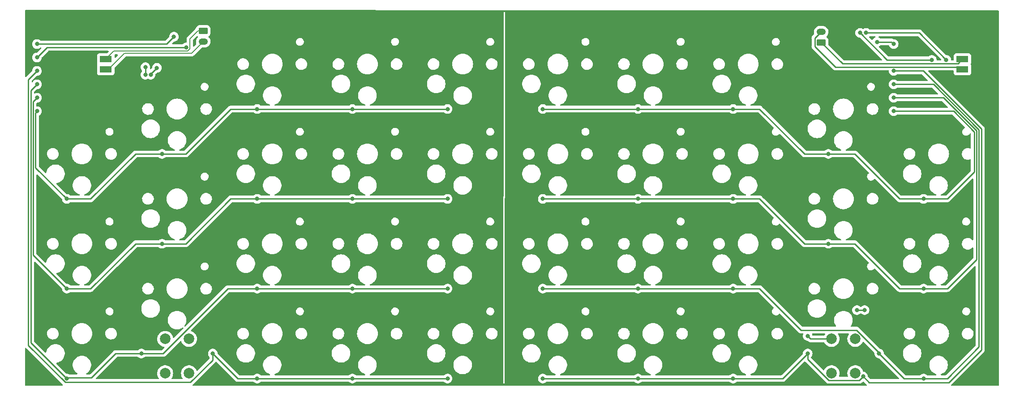
<source format=gbr>
%TF.GenerationSoftware,KiCad,Pcbnew,7.0.2-0*%
%TF.CreationDate,2024-08-06T11:42:49-04:00*%
%TF.ProjectId,PCB,5043422e-6b69-4636-9164-5f7063625858,rev?*%
%TF.SameCoordinates,Original*%
%TF.FileFunction,Copper,L1,Top*%
%TF.FilePolarity,Positive*%
%FSLAX46Y46*%
G04 Gerber Fmt 4.6, Leading zero omitted, Abs format (unit mm)*
G04 Created by KiCad (PCBNEW 7.0.2-0) date 2024-08-06 11:42:49*
%MOMM*%
%LPD*%
G01*
G04 APERTURE LIST*
G04 Aperture macros list*
%AMRoundRect*
0 Rectangle with rounded corners*
0 $1 Rounding radius*
0 $2 $3 $4 $5 $6 $7 $8 $9 X,Y pos of 4 corners*
0 Add a 4 corners polygon primitive as box body*
4,1,4,$2,$3,$4,$5,$6,$7,$8,$9,$2,$3,0*
0 Add four circle primitives for the rounded corners*
1,1,$1+$1,$2,$3*
1,1,$1+$1,$4,$5*
1,1,$1+$1,$6,$7*
1,1,$1+$1,$8,$9*
0 Add four rect primitives between the rounded corners*
20,1,$1+$1,$2,$3,$4,$5,0*
20,1,$1+$1,$4,$5,$6,$7,0*
20,1,$1+$1,$6,$7,$8,$9,0*
20,1,$1+$1,$8,$9,$2,$3,0*%
G04 Aperture macros list end*
%TA.AperFunction,ComponentPad*%
%ADD10C,2.000000*%
%TD*%
%TA.AperFunction,ComponentPad*%
%ADD11RoundRect,0.250000X0.625000X-0.350000X0.625000X0.350000X-0.625000X0.350000X-0.625000X-0.350000X0*%
%TD*%
%TA.AperFunction,ComponentPad*%
%ADD12O,1.750000X1.200000*%
%TD*%
%TA.AperFunction,ComponentPad*%
%ADD13R,2.300000X1.300000*%
%TD*%
%TA.AperFunction,ComponentPad*%
%ADD14RoundRect,0.250000X-0.625000X0.350000X-0.625000X-0.350000X0.625000X-0.350000X0.625000X0.350000X0*%
%TD*%
%TA.AperFunction,ViaPad*%
%ADD15C,0.800000*%
%TD*%
%TA.AperFunction,Conductor*%
%ADD16C,0.250000*%
%TD*%
%TA.AperFunction,Conductor*%
%ADD17C,0.200000*%
%TD*%
G04 APERTURE END LIST*
D10*
%TO.P,MX19,1,COL*%
%TO.N,/Col1*%
X51750000Y-92500000D03*
X51750000Y-86000000D03*
%TO.P,MX19,2,ROW*%
%TO.N,Net-(D19-A)*%
X56250000Y-92500000D03*
X56250000Y-86000000D03*
%TD*%
%TO.P,MX38,1,COL*%
%TO.N,/Col1B*%
X182250000Y-86000000D03*
X182250000Y-92500000D03*
%TO.P,MX38,2,ROW*%
%TO.N,Net-(D38-A)*%
X177750000Y-86000000D03*
X177750000Y-92500000D03*
%TD*%
D11*
%TO.P,J2,1,Pin_1*%
%TO.N,/Bat-B*%
X175800000Y-29900000D03*
D12*
%TO.P,J2,2,Pin_2*%
%TO.N,/Bat+B*%
X175800000Y-27900000D03*
%TD*%
D13*
%TO.P,U2,21,BAT-*%
%TO.N,/Bat-*%
X40500000Y-33095000D03*
%TO.P,U2,22,BAT+*%
%TO.N,/Bat+*%
X40500000Y-34995000D03*
%TD*%
%TO.P,U4,21,BAT-*%
%TO.N,/Bat-B*%
X202500000Y-33095000D03*
%TO.P,U4,22,BAT+*%
%TO.N,/Bat+B*%
X202500000Y-34995000D03*
%TD*%
D14*
%TO.P,J1,1,Pin_1*%
%TO.N,/Bat-*%
X58950000Y-27750000D03*
D12*
%TO.P,J1,2,Pin_2*%
%TO.N,/Bat+*%
X58950000Y-29750000D03*
%TD*%
D15*
%TO.N,/Row0*%
X33150000Y-59500000D03*
X87150000Y-42500000D03*
X27500000Y-42915000D03*
X51150000Y-51000000D03*
X69150000Y-42500000D03*
X105150000Y-42500000D03*
%TO.N,/Row1*%
X87150000Y-59500000D03*
X69150000Y-59500000D03*
X105150000Y-59500000D03*
X51150000Y-68000000D03*
X33150000Y-76500000D03*
X27500000Y-40375000D03*
%TO.N,/Row2*%
X87150000Y-76500000D03*
X33150000Y-93500000D03*
X69150000Y-76500000D03*
X47250000Y-88775000D03*
X105150000Y-76500000D03*
X27500000Y-37835000D03*
%TO.N,/Row3*%
X105150000Y-93500000D03*
X60750000Y-88775000D03*
X69150000Y-93500000D03*
X27500000Y-35295000D03*
X87150000Y-93500000D03*
%TO.N,/SCL*%
X48006000Y-34570500D03*
X48006000Y-36019500D03*
%TO.N,/SDA*%
X50183269Y-34714330D03*
X49005503Y-36019500D03*
%TO.N,GND*%
X27500000Y-30215000D03*
X53406000Y-28829000D03*
%TO.N,+3.3V*%
X27500000Y-32755000D03*
X55706000Y-30861000D03*
%TO.N,GND1*%
X186350000Y-29800000D03*
X189500000Y-30215000D03*
%TO.N,/Row0B*%
X159150000Y-42500000D03*
X195150000Y-59500000D03*
X123150000Y-42500000D03*
X177150000Y-51000000D03*
X141150000Y-42500000D03*
X189500000Y-42915000D03*
%TO.N,/Row1B*%
X141150000Y-59500000D03*
X123150000Y-59500000D03*
X189500000Y-40375000D03*
X177150000Y-68000000D03*
X159150000Y-59500000D03*
X195150000Y-76500000D03*
%TO.N,/Row2B*%
X195150000Y-93500000D03*
X186750000Y-88775000D03*
X141150000Y-76500000D03*
X159150000Y-76500000D03*
X123150000Y-76500000D03*
X189500000Y-37835000D03*
%TO.N,/Row3B*%
X123150000Y-93500000D03*
X159150000Y-93500000D03*
X183722903Y-93123668D03*
X173250000Y-88775000D03*
X189500000Y-35295000D03*
X141150000Y-93500000D03*
%TO.N,Net-(D31-A)*%
X183999500Y-80550498D03*
X182550500Y-80550498D03*
%TO.N,Net-(D38-A)*%
X173250000Y-85475000D03*
%TO.N,/SDAB*%
X196700000Y-33200000D03*
X183150000Y-28100000D03*
%TO.N,/SCLB*%
X199450000Y-33200000D03*
X184300000Y-28100000D03*
%TD*%
D16*
%TO.N,/Row0B*%
X123150000Y-42500000D02*
X141150000Y-42500000D01*
X141150000Y-42500000D02*
X159150000Y-42500000D01*
X164150790Y-42500000D02*
X172650790Y-51000000D01*
X172650790Y-51000000D02*
X177150000Y-51000000D01*
X159150000Y-42500000D02*
X164150790Y-42500000D01*
X190650790Y-59500000D02*
X195150000Y-59500000D01*
X177150000Y-51000000D02*
X182150790Y-51000000D01*
X182150790Y-51000000D02*
X190650790Y-59500000D01*
X195150000Y-59500000D02*
X199650000Y-59500000D01*
X199650000Y-59500000D02*
X204725900Y-54424100D01*
X204725900Y-54424100D02*
X204725900Y-46825900D01*
X204725900Y-46825900D02*
X200815000Y-42915000D01*
X200815000Y-42915000D02*
X189500000Y-42915000D01*
%TO.N,/Row1B*%
X177150000Y-68000000D02*
X172650790Y-68000000D01*
X172650790Y-68000000D02*
X164150790Y-59500000D01*
X164150790Y-59500000D02*
X159150000Y-59500000D01*
X177150000Y-68000000D02*
X182150790Y-68000000D01*
X182150790Y-68000000D02*
X190650790Y-76500000D01*
X190650790Y-76500000D02*
X195150000Y-76500000D01*
X141150000Y-59500000D02*
X159150000Y-59500000D01*
X123150000Y-59500000D02*
X141150000Y-59500000D01*
%TO.N,/Row2B*%
X123150000Y-76500000D02*
X141150000Y-76500000D01*
X141150000Y-76500000D02*
X159150000Y-76500000D01*
X159150000Y-76500000D02*
X164150790Y-76500000D01*
X164150790Y-76500000D02*
X171975790Y-84325000D01*
X182448833Y-84325000D02*
X186750000Y-88626167D01*
X171975790Y-84325000D02*
X182448833Y-84325000D01*
X186750000Y-88626167D02*
X186750000Y-88775000D01*
%TO.N,/Row1B*%
X195150000Y-76500000D02*
X199650000Y-76500000D01*
X198911396Y-40375000D02*
X189500000Y-40375000D01*
X199650000Y-76500000D02*
X205175900Y-70974100D01*
X205175900Y-70974100D02*
X205175900Y-46639504D01*
X205175900Y-46639504D02*
X198911396Y-40375000D01*
%TO.N,/Row2B*%
X195150000Y-93500000D02*
X191475000Y-93500000D01*
X191475000Y-93500000D02*
X186750000Y-88775000D01*
X195150000Y-93500000D02*
X199650000Y-93500000D01*
X199650000Y-93500000D02*
X205625900Y-87524100D01*
X205625900Y-87524100D02*
X205625900Y-46453108D01*
X205625900Y-46453108D02*
X197007792Y-37835000D01*
X197007792Y-37835000D02*
X189500000Y-37835000D01*
%TO.N,/Row3B*%
X141150000Y-93500000D02*
X159150000Y-93500000D01*
X159150000Y-93500000D02*
X168525000Y-93500000D01*
X168525000Y-93500000D02*
X173250000Y-88775000D01*
X123150000Y-93500000D02*
X141150000Y-93500000D01*
%TO.N,/Row3*%
X105150000Y-93500000D02*
X87150000Y-93500000D01*
%TO.N,/Row2*%
X105150000Y-76500000D02*
X87150000Y-76500000D01*
%TO.N,/Row1*%
X105150000Y-59500000D02*
X87150000Y-59500000D01*
%TO.N,/Row0*%
X105150000Y-42500000D02*
X87150000Y-42500000D01*
X87150000Y-42500000D02*
X69150000Y-42500000D01*
%TO.N,/Row1*%
X87150000Y-59500000D02*
X69150000Y-59500000D01*
%TO.N,/Row2*%
X87150000Y-76500000D02*
X69150000Y-76500000D01*
%TO.N,/Row3*%
X87150000Y-93500000D02*
X69150000Y-93500000D01*
X69150000Y-93500000D02*
X65475000Y-93500000D01*
X65475000Y-93500000D02*
X60750000Y-88775000D01*
%TO.N,/Row2*%
X69150000Y-76500000D02*
X63628167Y-76500000D01*
X63628167Y-76500000D02*
X51353167Y-88775000D01*
X51353167Y-88775000D02*
X47250000Y-88775000D01*
%TO.N,/Row1*%
X55650000Y-68000000D02*
X51150000Y-68000000D01*
X69150000Y-59500000D02*
X64150000Y-59500000D01*
X64150000Y-59500000D02*
X55650000Y-68000000D01*
%TO.N,/Row0*%
X69150000Y-42500000D02*
X64150000Y-42500000D01*
X64150000Y-42500000D02*
X55650000Y-51000000D01*
X55650000Y-51000000D02*
X51150000Y-51000000D01*
X51150000Y-51000000D02*
X46150000Y-51000000D01*
X46150000Y-51000000D02*
X37650000Y-59500000D01*
X37650000Y-59500000D02*
X33150000Y-59500000D01*
%TO.N,/Row1*%
X37650000Y-76500000D02*
X33150000Y-76500000D01*
X51150000Y-68000000D02*
X46150000Y-68000000D01*
X46150000Y-68000000D02*
X37650000Y-76500000D01*
%TO.N,/Row3*%
X60750000Y-88775000D02*
X60750000Y-89999000D01*
X60750000Y-89999000D02*
X56524000Y-94225000D01*
X56524000Y-94225000D02*
X32849695Y-94225000D01*
X25875000Y-36920000D02*
X27500000Y-35295000D01*
X32849695Y-94225000D02*
X25875000Y-87250305D01*
X25875000Y-87250305D02*
X25875000Y-36920000D01*
%TO.N,/Row2*%
X33098350Y-93500000D02*
X26325000Y-86726650D01*
X26325000Y-86726650D02*
X26325000Y-39010000D01*
X33150000Y-93500000D02*
X33098350Y-93500000D01*
X26325000Y-39010000D02*
X27500000Y-37835000D01*
X33150000Y-93500000D02*
X33318277Y-93331723D01*
X33318277Y-93331723D02*
X37818277Y-93331723D01*
X37818277Y-93331723D02*
X42375000Y-88775000D01*
X42375000Y-88775000D02*
X47250000Y-88775000D01*
%TO.N,/Row1*%
X33150000Y-76500000D02*
X33098350Y-76500000D01*
X33098350Y-76500000D02*
X26775000Y-70176650D01*
X26775000Y-70176650D02*
X26775000Y-41100000D01*
X26775000Y-41100000D02*
X27500000Y-40375000D01*
%TO.N,/Row0*%
X33150000Y-59500000D02*
X33098350Y-59500000D01*
X27225000Y-53626650D02*
X27225000Y-43190000D01*
X33098350Y-59500000D02*
X27225000Y-53626650D01*
X27225000Y-43190000D02*
X27500000Y-42915000D01*
D17*
%TO.N,/Bat-*%
X56406000Y-31150950D02*
X56406000Y-29256000D01*
X56400000Y-29250000D02*
X57900000Y-27750000D01*
X55995950Y-31561000D02*
X56406000Y-31150950D01*
X42034000Y-31561000D02*
X55995950Y-31561000D01*
X56406000Y-29256000D02*
X56400000Y-29250000D01*
X40500000Y-33095000D02*
X42034000Y-31561000D01*
X57900000Y-27750000D02*
X58950000Y-27750000D01*
%TO.N,/Bat+*%
X44034000Y-31961000D02*
X54050000Y-31961000D01*
X41000000Y-34995000D02*
X44034000Y-31961000D01*
X58950000Y-29750000D02*
X56739000Y-31961000D01*
X40500000Y-34995000D02*
X41000000Y-34995000D01*
X56739000Y-31961000D02*
X54050000Y-31961000D01*
D16*
%TO.N,/SCL*%
X48006000Y-36019500D02*
X48006000Y-34570500D01*
%TO.N,/SDA*%
X49005503Y-35892096D02*
X50183269Y-34714330D01*
X49005503Y-36019500D02*
X49005503Y-35892096D01*
%TO.N,GND*%
X52020000Y-30215000D02*
X53406000Y-28829000D01*
X27500000Y-30215000D02*
X52020000Y-30215000D01*
%TO.N,+3.3V*%
X29394000Y-30861000D02*
X55706000Y-30861000D01*
X27500000Y-32755000D02*
X29394000Y-30861000D01*
%TO.N,GND1*%
X189085000Y-29800000D02*
X189500000Y-30215000D01*
X186350000Y-29800000D02*
X189085000Y-29800000D01*
%TO.N,/Row3B*%
X206075900Y-88099405D02*
X199925305Y-94250000D01*
X195104188Y-35295000D02*
X206075900Y-46266712D01*
X173250000Y-88775000D02*
X173250000Y-89873833D01*
X173250000Y-89873833D02*
X177201167Y-93825000D01*
X189500000Y-35295000D02*
X195104188Y-35295000D01*
X184849235Y-94250000D02*
X183722903Y-93123668D01*
X183021571Y-93825000D02*
X183722903Y-93123668D01*
X206075900Y-46266712D02*
X206075900Y-88099405D01*
X177201167Y-93825000D02*
X180000000Y-93825000D01*
X199925305Y-94250000D02*
X184849235Y-94250000D01*
X180000000Y-93825000D02*
X183021571Y-93825000D01*
%TO.N,Net-(D31-A)*%
X182550500Y-80550498D02*
X183999500Y-80550498D01*
%TO.N,Net-(D38-A)*%
X173775000Y-86000000D02*
X173250000Y-85475000D01*
X177750000Y-86000000D02*
X173775000Y-86000000D01*
%TO.N,/Bat-B*%
X201670000Y-33925000D02*
X202500000Y-33095000D01*
X175800000Y-29900000D02*
X179825000Y-33925000D01*
X179825000Y-33925000D02*
X201670000Y-33925000D01*
%TO.N,/Bat+B*%
X174600000Y-30650000D02*
X178500000Y-34550000D01*
X174600000Y-29100000D02*
X174600000Y-30650000D01*
X178500000Y-34550000D02*
X202055000Y-34550000D01*
X202055000Y-34550000D02*
X202500000Y-34995000D01*
X175800000Y-27900000D02*
X174600000Y-29100000D01*
%TO.N,/SDAB*%
X188250000Y-33200000D02*
X183150000Y-28100000D01*
X196700000Y-33200000D02*
X188250000Y-33200000D01*
%TO.N,/SCLB*%
X194350000Y-28100000D02*
X184300000Y-28100000D01*
X199450000Y-33200000D02*
X194350000Y-28100000D01*
%TD*%
%TA.AperFunction,NonConductor*%
G36*
X194106587Y-28745185D02*
G01*
X194127229Y-28761819D01*
X198453228Y-33087819D01*
X198486713Y-33149142D01*
X198481729Y-33218834D01*
X198439857Y-33274767D01*
X198374393Y-33299184D01*
X198365547Y-33299500D01*
X197727568Y-33299500D01*
X197660529Y-33279815D01*
X197614774Y-33227011D01*
X197604247Y-33188461D01*
X197603529Y-33181625D01*
X197585674Y-33011744D01*
X197527179Y-32831716D01*
X197527179Y-32831715D01*
X197432533Y-32667783D01*
X197305870Y-32527110D01*
X197152730Y-32415848D01*
X196979802Y-32338855D01*
X196794648Y-32299500D01*
X196794646Y-32299500D01*
X196605354Y-32299500D01*
X196605352Y-32299500D01*
X196420197Y-32338855D01*
X196247272Y-32415847D01*
X196176415Y-32467328D01*
X196094129Y-32527112D01*
X196088401Y-32533472D01*
X196028916Y-32570121D01*
X195996253Y-32574500D01*
X188560453Y-32574500D01*
X188493414Y-32554815D01*
X188472772Y-32538181D01*
X186733807Y-30799216D01*
X186700322Y-30737893D01*
X186705306Y-30668201D01*
X186747178Y-30612268D01*
X186771052Y-30598256D01*
X186794611Y-30587766D01*
X186802730Y-30584151D01*
X186955871Y-30472888D01*
X186961598Y-30466527D01*
X187021084Y-30429879D01*
X187053747Y-30425500D01*
X188531463Y-30425500D01*
X188598502Y-30445185D01*
X188644257Y-30497989D01*
X188649394Y-30511183D01*
X188672820Y-30583283D01*
X188767466Y-30747216D01*
X188894129Y-30887889D01*
X189047269Y-30999151D01*
X189220197Y-31076144D01*
X189405352Y-31115500D01*
X189405354Y-31115500D01*
X189594648Y-31115500D01*
X189754195Y-31081587D01*
X189779803Y-31076144D01*
X189952730Y-30999151D01*
X190064928Y-30917635D01*
X190105870Y-30887889D01*
X190106834Y-30886819D01*
X190232533Y-30747216D01*
X190327179Y-30583284D01*
X190385674Y-30403256D01*
X190405460Y-30215000D01*
X190385674Y-30026744D01*
X190327179Y-29846716D01*
X190327179Y-29846715D01*
X190232533Y-29682783D01*
X190105870Y-29542110D01*
X189952730Y-29430848D01*
X189779802Y-29353855D01*
X189594648Y-29314500D01*
X189594646Y-29314500D01*
X189530833Y-29314500D01*
X189469804Y-29296580D01*
X189469308Y-29297484D01*
X189465209Y-29295230D01*
X189463794Y-29294815D01*
X189462221Y-29293587D01*
X189438026Y-29280286D01*
X189421766Y-29269606D01*
X189405934Y-29257325D01*
X189365851Y-29239980D01*
X189355361Y-29234841D01*
X189317091Y-29213802D01*
X189297691Y-29208821D01*
X189279284Y-29202519D01*
X189260897Y-29194562D01*
X189217758Y-29187729D01*
X189206324Y-29185361D01*
X189164019Y-29174500D01*
X189143984Y-29174500D01*
X189124586Y-29172973D01*
X189117162Y-29171797D01*
X189104805Y-29169840D01*
X189104804Y-29169840D01*
X189075067Y-29172651D01*
X189061325Y-29173950D01*
X189049656Y-29174500D01*
X187053747Y-29174500D01*
X186986708Y-29154815D01*
X186961599Y-29133473D01*
X186955871Y-29127112D01*
X186802730Y-29015849D01*
X186802729Y-29015848D01*
X186802727Y-29015847D01*
X186683536Y-28962779D01*
X186630299Y-28917529D01*
X186609978Y-28850680D01*
X186629023Y-28783456D01*
X186681389Y-28737201D01*
X186733972Y-28725500D01*
X194039548Y-28725500D01*
X194106587Y-28745185D01*
G37*
%TD.AperFunction*%
%TA.AperFunction,NonConductor*%
G36*
X186033067Y-28745185D02*
G01*
X186078822Y-28797989D01*
X186088766Y-28867147D01*
X186059741Y-28930703D01*
X186016464Y-28962779D01*
X185897269Y-29015848D01*
X185744129Y-29127110D01*
X185617466Y-29267784D01*
X185546332Y-29390992D01*
X185495765Y-29439208D01*
X185427158Y-29452431D01*
X185362293Y-29426462D01*
X185351264Y-29416673D01*
X184893625Y-28959034D01*
X184860140Y-28897711D01*
X184865124Y-28828019D01*
X184898341Y-28783646D01*
X184897150Y-28782573D01*
X184905869Y-28772889D01*
X184905871Y-28772888D01*
X184911598Y-28766526D01*
X184971085Y-28729879D01*
X185003748Y-28725500D01*
X185966028Y-28725500D01*
X186033067Y-28745185D01*
G37*
%TD.AperFunction*%
%TA.AperFunction,NonConductor*%
G36*
X176481223Y-84970185D02*
G01*
X176526978Y-85022989D01*
X176536922Y-85092147D01*
X176517993Y-85142321D01*
X176425826Y-85283392D01*
X176418406Y-85300310D01*
X176373450Y-85353796D01*
X176306714Y-85374486D01*
X176304850Y-85374500D01*
X174254279Y-85374500D01*
X174187240Y-85354815D01*
X174141485Y-85302011D01*
X174136348Y-85288818D01*
X174079162Y-85112818D01*
X174077167Y-85042977D01*
X174113247Y-84983144D01*
X174175948Y-84952316D01*
X174197093Y-84950500D01*
X176414184Y-84950500D01*
X176481223Y-84970185D01*
G37*
%TD.AperFunction*%
%TA.AperFunction,NonConductor*%
G36*
X25455702Y-87716043D02*
G01*
X25462180Y-87722075D01*
X32348891Y-94608787D01*
X32361791Y-94624888D01*
X32373350Y-94635743D01*
X32408745Y-94695984D01*
X32405951Y-94765798D01*
X32365857Y-94823019D01*
X32301192Y-94849480D01*
X32288427Y-94850135D01*
X30250099Y-94849500D01*
X26050099Y-94849500D01*
X25374500Y-94849500D01*
X25307461Y-94829815D01*
X25261706Y-94777011D01*
X25250500Y-94725500D01*
X25250500Y-94449901D01*
X25250500Y-91239526D01*
X25250499Y-87809755D01*
X25270184Y-87742717D01*
X25322988Y-87696962D01*
X25392146Y-87687018D01*
X25455702Y-87716043D01*
G37*
%TD.AperFunction*%
%TA.AperFunction,NonConductor*%
G36*
X158525283Y-23850480D02*
G01*
X158525381Y-23850500D01*
X158549901Y-23850500D01*
X158550099Y-23850500D01*
X208449901Y-23850500D01*
X209275500Y-23850500D01*
X209342539Y-23870185D01*
X209388294Y-23922989D01*
X209399500Y-23974500D01*
X209399500Y-94775500D01*
X209379815Y-94842539D01*
X209327011Y-94888294D01*
X209275500Y-94899500D01*
X200463301Y-94899500D01*
X200396262Y-94879815D01*
X200350507Y-94827011D01*
X200340563Y-94757853D01*
X200367754Y-94696463D01*
X200384743Y-94675926D01*
X200392584Y-94667309D01*
X206459689Y-88600205D01*
X206475785Y-88587311D01*
X206477773Y-88585192D01*
X206477777Y-88585191D01*
X206523849Y-88536128D01*
X206526434Y-88533460D01*
X206546020Y-88513876D01*
X206548485Y-88510697D01*
X206556067Y-88501821D01*
X206585962Y-88469987D01*
X206595612Y-88452432D01*
X206606300Y-88436162D01*
X206618571Y-88420343D01*
X206618573Y-88420341D01*
X206635926Y-88380237D01*
X206641057Y-88369767D01*
X206662097Y-88331497D01*
X206667075Y-88312104D01*
X206673381Y-88293687D01*
X206680676Y-88276830D01*
X206681338Y-88275301D01*
X206688172Y-88232150D01*
X206690535Y-88220736D01*
X206701400Y-88178424D01*
X206701400Y-88158388D01*
X206702927Y-88138989D01*
X206704380Y-88129815D01*
X206706060Y-88119209D01*
X206701950Y-88075729D01*
X206701400Y-88064060D01*
X206701400Y-46349455D01*
X206703664Y-46328951D01*
X206701461Y-46258838D01*
X206701400Y-46254943D01*
X206701400Y-46231252D01*
X206701400Y-46227362D01*
X206700898Y-46223389D01*
X206699980Y-46211730D01*
X206699857Y-46207803D01*
X206698609Y-46168085D01*
X206693020Y-46148852D01*
X206689074Y-46129794D01*
X206686564Y-46109918D01*
X206670488Y-46069316D01*
X206666704Y-46058265D01*
X206654576Y-46016522D01*
X206654518Y-46016322D01*
X206644314Y-45999067D01*
X206635761Y-45981607D01*
X206628386Y-45962981D01*
X206628386Y-45962980D01*
X206602708Y-45927637D01*
X206596301Y-45917883D01*
X206574069Y-45880291D01*
X206559906Y-45866128D01*
X206547267Y-45851329D01*
X206535495Y-45835125D01*
X206501841Y-45807285D01*
X206493199Y-45799421D01*
X196080960Y-35387181D01*
X196047475Y-35325858D01*
X196052459Y-35256166D01*
X196094331Y-35200233D01*
X196159795Y-35175816D01*
X196168641Y-35175500D01*
X200725501Y-35175500D01*
X200792540Y-35195185D01*
X200838295Y-35247989D01*
X200849501Y-35299500D01*
X200849501Y-35692872D01*
X200855909Y-35752483D01*
X200906204Y-35887331D01*
X200992454Y-36002546D01*
X201107669Y-36088796D01*
X201242517Y-36139091D01*
X201302127Y-36145500D01*
X203697872Y-36145499D01*
X203757483Y-36139091D01*
X203892331Y-36088796D01*
X204007546Y-36002546D01*
X204093796Y-35887331D01*
X204144091Y-35752483D01*
X204150500Y-35692873D01*
X204150499Y-34297128D01*
X204144091Y-34237517D01*
X204093796Y-34102669D01*
X204093793Y-34102665D01*
X204088448Y-34088334D01*
X204083464Y-34018642D01*
X204088448Y-34001666D01*
X204093793Y-33987334D01*
X204093796Y-33987331D01*
X204144091Y-33852483D01*
X204150500Y-33792873D01*
X204150499Y-32397128D01*
X204144091Y-32337517D01*
X204093796Y-32202669D01*
X204007546Y-32087454D01*
X203892331Y-32001204D01*
X203757483Y-31950909D01*
X203697873Y-31944500D01*
X203694550Y-31944500D01*
X201305439Y-31944500D01*
X201305420Y-31944500D01*
X201302128Y-31944501D01*
X201298848Y-31944853D01*
X201298840Y-31944854D01*
X201242515Y-31950909D01*
X201107669Y-32001204D01*
X200992454Y-32087454D01*
X200906204Y-32202668D01*
X200855909Y-32337516D01*
X200850344Y-32389281D01*
X200849500Y-32397127D01*
X200849500Y-32831716D01*
X200849501Y-33175500D01*
X200829817Y-33242539D01*
X200777013Y-33288294D01*
X200725501Y-33299500D01*
X200477568Y-33299500D01*
X200410529Y-33279815D01*
X200364774Y-33227011D01*
X200354247Y-33188461D01*
X200353529Y-33181625D01*
X200335674Y-33011744D01*
X200277179Y-32831716D01*
X200277179Y-32831715D01*
X200182533Y-32667783D01*
X200055870Y-32527110D01*
X199902730Y-32415848D01*
X199729802Y-32338855D01*
X199544648Y-32299500D01*
X199544646Y-32299500D01*
X199485453Y-32299500D01*
X199418414Y-32279815D01*
X199397772Y-32263181D01*
X194850802Y-27716211D01*
X194837906Y-27700113D01*
X194786775Y-27652098D01*
X194783978Y-27649387D01*
X194767227Y-27632636D01*
X194764471Y-27629880D01*
X194761290Y-27627412D01*
X194752422Y-27619837D01*
X194720582Y-27589938D01*
X194703024Y-27580285D01*
X194686764Y-27569604D01*
X194670936Y-27557327D01*
X194630851Y-27539980D01*
X194620361Y-27534841D01*
X194582091Y-27513802D01*
X194562691Y-27508821D01*
X194544284Y-27502519D01*
X194525897Y-27494562D01*
X194482758Y-27487729D01*
X194471324Y-27485361D01*
X194429019Y-27474500D01*
X194408984Y-27474500D01*
X194389586Y-27472973D01*
X194382162Y-27471797D01*
X194369805Y-27469840D01*
X194369804Y-27469840D01*
X194336751Y-27472964D01*
X194326325Y-27473950D01*
X194314656Y-27474500D01*
X185003747Y-27474500D01*
X184936708Y-27454815D01*
X184911599Y-27433473D01*
X184905871Y-27427112D01*
X184752730Y-27315849D01*
X184752729Y-27315848D01*
X184752727Y-27315847D01*
X184579802Y-27238855D01*
X184394648Y-27199500D01*
X184394646Y-27199500D01*
X184205354Y-27199500D01*
X184205352Y-27199500D01*
X184020197Y-27238855D01*
X183847271Y-27315848D01*
X183797884Y-27351729D01*
X183732078Y-27375208D01*
X183664024Y-27359382D01*
X183652116Y-27351729D01*
X183610808Y-27321718D01*
X183602730Y-27315849D01*
X183602726Y-27315847D01*
X183429802Y-27238855D01*
X183244648Y-27199500D01*
X183244646Y-27199500D01*
X183055354Y-27199500D01*
X183055352Y-27199500D01*
X182870197Y-27238855D01*
X182697269Y-27315848D01*
X182544129Y-27427110D01*
X182417466Y-27567783D01*
X182322820Y-27731715D01*
X182264326Y-27911742D01*
X182250336Y-28044849D01*
X182244540Y-28100000D01*
X182250913Y-28160633D01*
X182264326Y-28288257D01*
X182322820Y-28468284D01*
X182417466Y-28632216D01*
X182544129Y-28772889D01*
X182697269Y-28884151D01*
X182870197Y-28961144D01*
X183055352Y-29000500D01*
X183055354Y-29000500D01*
X183114548Y-29000500D01*
X183181587Y-29020185D01*
X183202229Y-29036819D01*
X187253228Y-33087819D01*
X187286713Y-33149142D01*
X187281729Y-33218834D01*
X187239857Y-33274767D01*
X187174393Y-33299184D01*
X187165547Y-33299500D01*
X180135452Y-33299500D01*
X180068413Y-33279815D01*
X180047771Y-33263181D01*
X177208739Y-30424148D01*
X177175254Y-30362825D01*
X177173063Y-30323860D01*
X177175500Y-30300009D01*
X177175499Y-29499992D01*
X177164999Y-29397203D01*
X177109814Y-29230666D01*
X177017712Y-29081344D01*
X177017711Y-29081342D01*
X176893658Y-28957289D01*
X176830260Y-28918185D01*
X176783536Y-28866237D01*
X176772313Y-28797274D01*
X176800157Y-28733192D01*
X176818703Y-28715177D01*
X176837886Y-28700092D01*
X176975519Y-28541256D01*
X177080604Y-28359244D01*
X177149344Y-28160633D01*
X177179254Y-27952602D01*
X177169254Y-27742670D01*
X177119704Y-27538424D01*
X177108460Y-27513803D01*
X177032397Y-27347247D01*
X176927186Y-27199500D01*
X176910486Y-27176048D01*
X176758378Y-27031014D01*
X176726257Y-27010371D01*
X176581574Y-26917387D01*
X176425609Y-26854949D01*
X176386457Y-26839275D01*
X176386456Y-26839274D01*
X176386454Y-26839274D01*
X176180086Y-26799500D01*
X176180085Y-26799500D01*
X175472575Y-26799500D01*
X175469645Y-26799779D01*
X175469619Y-26799781D01*
X175315784Y-26814471D01*
X175114126Y-26873683D01*
X174927315Y-26969990D01*
X174762115Y-27099906D01*
X174624479Y-27258745D01*
X174519396Y-27440754D01*
X174450655Y-27639366D01*
X174420746Y-27847396D01*
X174430746Y-28057330D01*
X174478235Y-28253081D01*
X174474910Y-28322872D01*
X174445411Y-28369996D01*
X174216208Y-28599199D01*
X174200110Y-28612096D01*
X174152096Y-28663225D01*
X174149392Y-28666016D01*
X174132628Y-28682780D01*
X174132621Y-28682787D01*
X174129880Y-28685529D01*
X174127499Y-28688597D01*
X174127490Y-28688608D01*
X174127411Y-28688711D01*
X174119842Y-28697572D01*
X174089935Y-28729420D01*
X174080285Y-28746974D01*
X174069609Y-28763228D01*
X174057326Y-28779063D01*
X174039975Y-28819158D01*
X174034838Y-28829644D01*
X174013802Y-28867907D01*
X174008821Y-28887309D01*
X174002520Y-28905711D01*
X173994561Y-28924102D01*
X173987728Y-28967242D01*
X173985360Y-28978674D01*
X173974500Y-29020977D01*
X173974500Y-29041016D01*
X173972972Y-29060414D01*
X173969840Y-29080196D01*
X173969949Y-29081344D01*
X173973950Y-29123673D01*
X173974500Y-29135343D01*
X173974500Y-30567256D01*
X173972235Y-30587766D01*
X173974439Y-30657872D01*
X173974500Y-30661767D01*
X173974500Y-30689350D01*
X173974988Y-30693219D01*
X173974989Y-30693225D01*
X173975004Y-30693343D01*
X173975918Y-30704967D01*
X173977290Y-30748626D01*
X173982879Y-30767860D01*
X173986825Y-30786916D01*
X173989335Y-30806792D01*
X174005414Y-30847404D01*
X174009197Y-30858451D01*
X174021382Y-30900391D01*
X174031580Y-30917635D01*
X174040136Y-30935100D01*
X174047514Y-30953732D01*
X174047515Y-30953733D01*
X174073180Y-30989059D01*
X174079593Y-30998822D01*
X174101826Y-31036416D01*
X174101829Y-31036419D01*
X174101830Y-31036420D01*
X174115995Y-31050585D01*
X174128627Y-31065375D01*
X174140406Y-31081587D01*
X174174058Y-31109426D01*
X174182699Y-31117289D01*
X177999196Y-34933787D01*
X178012096Y-34949888D01*
X178063223Y-34997900D01*
X178066020Y-35000611D01*
X178085529Y-35020120D01*
X178088709Y-35022587D01*
X178097571Y-35030155D01*
X178129418Y-35060062D01*
X178146972Y-35069712D01*
X178163236Y-35080396D01*
X178174972Y-35089499D01*
X178179064Y-35092673D01*
X178198579Y-35101118D01*
X178219152Y-35110021D01*
X178229631Y-35115154D01*
X178267908Y-35136197D01*
X178287306Y-35141177D01*
X178305708Y-35147477D01*
X178324104Y-35155438D01*
X178367261Y-35162273D01*
X178378664Y-35164634D01*
X178420981Y-35175500D01*
X178441016Y-35175500D01*
X178460413Y-35177026D01*
X178480196Y-35180160D01*
X178523674Y-35176050D01*
X178535344Y-35175500D01*
X188470330Y-35175500D01*
X188537369Y-35195185D01*
X188583124Y-35247989D01*
X188593651Y-35286539D01*
X188614326Y-35483257D01*
X188672820Y-35663284D01*
X188767466Y-35827216D01*
X188894129Y-35967889D01*
X189047269Y-36079151D01*
X189220197Y-36156144D01*
X189405352Y-36195500D01*
X189405354Y-36195500D01*
X189594648Y-36195500D01*
X189721997Y-36168431D01*
X189779803Y-36156144D01*
X189952730Y-36079151D01*
X190105871Y-35967888D01*
X190111598Y-35961527D01*
X190171084Y-35924879D01*
X190203747Y-35920500D01*
X194793736Y-35920500D01*
X194860775Y-35940185D01*
X194881417Y-35956819D01*
X195922417Y-36997819D01*
X195955902Y-37059142D01*
X195950918Y-37128834D01*
X195909046Y-37184767D01*
X195843582Y-37209184D01*
X195834736Y-37209500D01*
X190203747Y-37209500D01*
X190136708Y-37189815D01*
X190111599Y-37168473D01*
X190105871Y-37162112D01*
X189952730Y-37050849D01*
X189952729Y-37050848D01*
X189952727Y-37050847D01*
X189779802Y-36973855D01*
X189594648Y-36934500D01*
X189594646Y-36934500D01*
X189405354Y-36934500D01*
X189405352Y-36934500D01*
X189220197Y-36973855D01*
X189047269Y-37050848D01*
X188894129Y-37162110D01*
X188767466Y-37302783D01*
X188672820Y-37466715D01*
X188614326Y-37646742D01*
X188614325Y-37646744D01*
X188614326Y-37646744D01*
X188594540Y-37835000D01*
X188596525Y-37853884D01*
X188614326Y-38023257D01*
X188672820Y-38203284D01*
X188767466Y-38367216D01*
X188894129Y-38507889D01*
X189047269Y-38619151D01*
X189220197Y-38696144D01*
X189405352Y-38735500D01*
X189405354Y-38735500D01*
X189594648Y-38735500D01*
X189718084Y-38709262D01*
X189779803Y-38696144D01*
X189952730Y-38619151D01*
X190105871Y-38507888D01*
X190111598Y-38501527D01*
X190171084Y-38464879D01*
X190203747Y-38460500D01*
X196697340Y-38460500D01*
X196764379Y-38480185D01*
X196785021Y-38496819D01*
X197826021Y-39537819D01*
X197859506Y-39599142D01*
X197854522Y-39668834D01*
X197812650Y-39724767D01*
X197747186Y-39749184D01*
X197738340Y-39749500D01*
X190203747Y-39749500D01*
X190136708Y-39729815D01*
X190111599Y-39708473D01*
X190105871Y-39702112D01*
X189952730Y-39590849D01*
X189952729Y-39590848D01*
X189952727Y-39590847D01*
X189779802Y-39513855D01*
X189594648Y-39474500D01*
X189594646Y-39474500D01*
X189405354Y-39474500D01*
X189405352Y-39474500D01*
X189220197Y-39513855D01*
X189047269Y-39590848D01*
X188894129Y-39702110D01*
X188767466Y-39842783D01*
X188672820Y-40006715D01*
X188614326Y-40186742D01*
X188594540Y-40375000D01*
X188614326Y-40563257D01*
X188672820Y-40743284D01*
X188767466Y-40907216D01*
X188894129Y-41047889D01*
X189047269Y-41159151D01*
X189220197Y-41236144D01*
X189405352Y-41275500D01*
X189405354Y-41275500D01*
X189594648Y-41275500D01*
X189718084Y-41249262D01*
X189779803Y-41236144D01*
X189952730Y-41159151D01*
X190105871Y-41047888D01*
X190111598Y-41041527D01*
X190171084Y-41004879D01*
X190203747Y-41000500D01*
X198600944Y-41000500D01*
X198667983Y-41020185D01*
X198688625Y-41036819D01*
X199729625Y-42077819D01*
X199763110Y-42139142D01*
X199758126Y-42208834D01*
X199716254Y-42264767D01*
X199650790Y-42289184D01*
X199641944Y-42289500D01*
X190203747Y-42289500D01*
X190136708Y-42269815D01*
X190111599Y-42248473D01*
X190105871Y-42242112D01*
X189952730Y-42130849D01*
X189952729Y-42130848D01*
X189952727Y-42130847D01*
X189779802Y-42053855D01*
X189594648Y-42014500D01*
X189594646Y-42014500D01*
X189405354Y-42014500D01*
X189405352Y-42014500D01*
X189220197Y-42053855D01*
X189047269Y-42130848D01*
X188894129Y-42242110D01*
X188767466Y-42382783D01*
X188672820Y-42546715D01*
X188614326Y-42726742D01*
X188594540Y-42915000D01*
X188614326Y-43103257D01*
X188672820Y-43283284D01*
X188767466Y-43447216D01*
X188894129Y-43587889D01*
X189047269Y-43699151D01*
X189220197Y-43776144D01*
X189405352Y-43815500D01*
X189405354Y-43815500D01*
X189594648Y-43815500D01*
X189718084Y-43789262D01*
X189779803Y-43776144D01*
X189952730Y-43699151D01*
X190105871Y-43587888D01*
X190111598Y-43581527D01*
X190171084Y-43544879D01*
X190203747Y-43540500D01*
X200504548Y-43540500D01*
X200571587Y-43560185D01*
X200592229Y-43576819D01*
X202937017Y-45921607D01*
X202970502Y-45982930D01*
X202965518Y-46052622D01*
X202923646Y-46108555D01*
X202891751Y-46125808D01*
X202883008Y-46128990D01*
X202737346Y-46224794D01*
X202617704Y-46351606D01*
X202530533Y-46502591D01*
X202505968Y-46584646D01*
X202489213Y-46640614D01*
X202480531Y-46669613D01*
X202470392Y-46843659D01*
X202478797Y-46891322D01*
X202500668Y-47015354D01*
X202569721Y-47175438D01*
X202673832Y-47315283D01*
X202807386Y-47427349D01*
X202963185Y-47505594D01*
X203132829Y-47545800D01*
X203132831Y-47545800D01*
X203259837Y-47545800D01*
X203263436Y-47545800D01*
X203393164Y-47530637D01*
X203556993Y-47471008D01*
X203702654Y-47375205D01*
X203822296Y-47248393D01*
X203869013Y-47167475D01*
X203919580Y-47119261D01*
X203988187Y-47106037D01*
X204053051Y-47132005D01*
X204093580Y-47188919D01*
X204100400Y-47229476D01*
X204100400Y-49870770D01*
X204080715Y-49937809D01*
X204027911Y-49983564D01*
X203958753Y-49993508D01*
X203930314Y-49985888D01*
X203811710Y-49938406D01*
X203605172Y-49898600D01*
X203605171Y-49898600D01*
X203447532Y-49898600D01*
X203444602Y-49898879D01*
X203444576Y-49898881D01*
X203290613Y-49913583D01*
X203088786Y-49972844D01*
X202901832Y-50069227D01*
X202774582Y-50169297D01*
X202736490Y-50199253D01*
X202722111Y-50215847D01*
X202598743Y-50358220D01*
X202493574Y-50540379D01*
X202424777Y-50739154D01*
X202394843Y-50947352D01*
X202394843Y-50947355D01*
X202404852Y-51157459D01*
X202454442Y-51361871D01*
X202471804Y-51399888D01*
X202541822Y-51553208D01*
X202622518Y-51666528D01*
X202663831Y-51724544D01*
X202816063Y-51869697D01*
X202816065Y-51869698D01*
X202816066Y-51869699D01*
X202993009Y-51983414D01*
X202993014Y-51983416D01*
X203188288Y-52061593D01*
X203317084Y-52086416D01*
X203394828Y-52101400D01*
X203394829Y-52101400D01*
X203549514Y-52101400D01*
X203552468Y-52101400D01*
X203555419Y-52101118D01*
X203555423Y-52101118D01*
X203611839Y-52095730D01*
X203709389Y-52086416D01*
X203911211Y-52027156D01*
X203919578Y-52022842D01*
X203988182Y-52009617D01*
X204053048Y-52035582D01*
X204093578Y-52092495D01*
X204100400Y-52133056D01*
X204100400Y-54113647D01*
X204080715Y-54180686D01*
X204064081Y-54201328D01*
X199427228Y-58838181D01*
X199365905Y-58871666D01*
X199339547Y-58874500D01*
X198535417Y-58874500D01*
X198468378Y-58854815D01*
X198422623Y-58802011D01*
X198412679Y-58732853D01*
X198441704Y-58669297D01*
X198500482Y-58631523D01*
X198507813Y-58629611D01*
X198517416Y-58627420D01*
X198761643Y-58531568D01*
X198988857Y-58400386D01*
X199193981Y-58236805D01*
X199293273Y-58129792D01*
X199372428Y-58044485D01*
X199372429Y-58044482D01*
X199372433Y-58044479D01*
X199520228Y-57827704D01*
X199634063Y-57591323D01*
X199711396Y-57340615D01*
X199750500Y-57081182D01*
X199750500Y-56818818D01*
X199711396Y-56559385D01*
X199634063Y-56308677D01*
X199520228Y-56072296D01*
X199372433Y-55855521D01*
X199372432Y-55855520D01*
X199372428Y-55855514D01*
X199193984Y-55663198D01*
X199193983Y-55663197D01*
X199193981Y-55663195D01*
X198988857Y-55499614D01*
X198988856Y-55499613D01*
X198761641Y-55368431D01*
X198517418Y-55272580D01*
X198261627Y-55214197D01*
X198067808Y-55199673D01*
X198067797Y-55199672D01*
X198065494Y-55199500D01*
X197934506Y-55199500D01*
X197932203Y-55199672D01*
X197932191Y-55199673D01*
X197738372Y-55214197D01*
X197482581Y-55272580D01*
X197238358Y-55368431D01*
X197011143Y-55499613D01*
X196806015Y-55663198D01*
X196627571Y-55855514D01*
X196578595Y-55927349D01*
X196479772Y-56072296D01*
X196365937Y-56308677D01*
X196288604Y-56559385D01*
X196249500Y-56818818D01*
X196249500Y-57081182D01*
X196288604Y-57340615D01*
X196365937Y-57591323D01*
X196479772Y-57827704D01*
X196604850Y-58011159D01*
X196627571Y-58044485D01*
X196781063Y-58209909D01*
X196806019Y-58236805D01*
X197011143Y-58400386D01*
X197238357Y-58531568D01*
X197482584Y-58627420D01*
X197492176Y-58629609D01*
X197553154Y-58663718D01*
X197586012Y-58725379D01*
X197580317Y-58795017D01*
X197537877Y-58850520D01*
X197472167Y-58874268D01*
X197464583Y-58874500D01*
X195853747Y-58874500D01*
X195786708Y-58854815D01*
X195761599Y-58833473D01*
X195755871Y-58827112D01*
X195602730Y-58715849D01*
X195602729Y-58715848D01*
X195602727Y-58715847D01*
X195429802Y-58638855D01*
X195244648Y-58599500D01*
X195244646Y-58599500D01*
X195055354Y-58599500D01*
X195055352Y-58599500D01*
X194870197Y-58638855D01*
X194697272Y-58715847D01*
X194615228Y-58775456D01*
X194544129Y-58827112D01*
X194538401Y-58833472D01*
X194478916Y-58870121D01*
X194446253Y-58874500D01*
X190961243Y-58874500D01*
X190894204Y-58854815D01*
X190873562Y-58838181D01*
X186916563Y-54881182D01*
X191249500Y-54881182D01*
X191288604Y-55140615D01*
X191365937Y-55391323D01*
X191479772Y-55627704D01*
X191615766Y-55827170D01*
X191627571Y-55844485D01*
X191777059Y-56005594D01*
X191806019Y-56036805D01*
X192011143Y-56200386D01*
X192238357Y-56331568D01*
X192482584Y-56427420D01*
X192738370Y-56485802D01*
X192934506Y-56500500D01*
X192936823Y-56500500D01*
X193063177Y-56500500D01*
X193065494Y-56500500D01*
X193261630Y-56485802D01*
X193517416Y-56427420D01*
X193761643Y-56331568D01*
X193988857Y-56200386D01*
X194193981Y-56036805D01*
X194362188Y-55855521D01*
X194372428Y-55844485D01*
X194372429Y-55844482D01*
X194372433Y-55844479D01*
X194520228Y-55627704D01*
X194634063Y-55391323D01*
X194711396Y-55140615D01*
X194750500Y-54881182D01*
X194750500Y-54618818D01*
X194711396Y-54359385D01*
X194634063Y-54108677D01*
X194520228Y-53872296D01*
X194372433Y-53655521D01*
X194372432Y-53655520D01*
X194372428Y-53655514D01*
X194193984Y-53463198D01*
X194193983Y-53463197D01*
X194193981Y-53463195D01*
X193988857Y-53299614D01*
X193988856Y-53299613D01*
X193761641Y-53168431D01*
X193517418Y-53072580D01*
X193261627Y-53014197D01*
X193067808Y-52999673D01*
X193067797Y-52999672D01*
X193065494Y-52999500D01*
X192934506Y-52999500D01*
X192932203Y-52999672D01*
X192932191Y-52999673D01*
X192738372Y-53014197D01*
X192482581Y-53072580D01*
X192238358Y-53168431D01*
X192011143Y-53299613D01*
X191806015Y-53463198D01*
X191627571Y-53655514D01*
X191527070Y-53802922D01*
X191479772Y-53872296D01*
X191365937Y-54108677D01*
X191288604Y-54359385D01*
X191249500Y-54618818D01*
X191249500Y-54881182D01*
X186916563Y-54881182D01*
X182982736Y-50947355D01*
X191394843Y-50947355D01*
X191404852Y-51157459D01*
X191454442Y-51361871D01*
X191471804Y-51399888D01*
X191541822Y-51553208D01*
X191622518Y-51666528D01*
X191663831Y-51724544D01*
X191816063Y-51869697D01*
X191816065Y-51869698D01*
X191816066Y-51869699D01*
X191993009Y-51983414D01*
X191993014Y-51983416D01*
X192188288Y-52061593D01*
X192317084Y-52086416D01*
X192394828Y-52101400D01*
X192394829Y-52101400D01*
X192549514Y-52101400D01*
X192552468Y-52101400D01*
X192555419Y-52101118D01*
X192555423Y-52101118D01*
X192611839Y-52095730D01*
X192709389Y-52086416D01*
X192911211Y-52027156D01*
X193098170Y-51930771D01*
X193263510Y-51800747D01*
X193401255Y-51641781D01*
X193506426Y-51459619D01*
X193575222Y-51260846D01*
X193605157Y-51052645D01*
X193602649Y-51000000D01*
X196029980Y-51000000D01*
X196050033Y-51280363D01*
X196109780Y-51555016D01*
X196208007Y-51818375D01*
X196342713Y-52065071D01*
X196369698Y-52101118D01*
X196511159Y-52290088D01*
X196709912Y-52488841D01*
X196878673Y-52615174D01*
X196934928Y-52657286D01*
X197181624Y-52791992D01*
X197313303Y-52841105D01*
X197444982Y-52890219D01*
X197719637Y-52949967D01*
X197929825Y-52965000D01*
X197932040Y-52965000D01*
X198067960Y-52965000D01*
X198070175Y-52965000D01*
X198280363Y-52949967D01*
X198555018Y-52890219D01*
X198818375Y-52791992D01*
X199065073Y-52657285D01*
X199290088Y-52488841D01*
X199488841Y-52290088D01*
X199657285Y-52065073D01*
X199791992Y-51818375D01*
X199890219Y-51555018D01*
X199949967Y-51280363D01*
X199970019Y-51000000D01*
X199949967Y-50719637D01*
X199890219Y-50444982D01*
X199811099Y-50232853D01*
X199791992Y-50181624D01*
X199657286Y-49934928D01*
X199609258Y-49870770D01*
X199488841Y-49709912D01*
X199290088Y-49511159D01*
X199177580Y-49426936D01*
X199065071Y-49342713D01*
X198818375Y-49208007D01*
X198555016Y-49109780D01*
X198280363Y-49050033D01*
X198072385Y-49035158D01*
X198072383Y-49035157D01*
X198070175Y-49035000D01*
X197929825Y-49035000D01*
X197927617Y-49035157D01*
X197927614Y-49035158D01*
X197719636Y-49050033D01*
X197444983Y-49109780D01*
X197181624Y-49208007D01*
X196934928Y-49342713D01*
X196709909Y-49511161D01*
X196511161Y-49709909D01*
X196342713Y-49934928D01*
X196208007Y-50181624D01*
X196109780Y-50444983D01*
X196050033Y-50719636D01*
X196029980Y-51000000D01*
X193602649Y-51000000D01*
X193595148Y-50842541D01*
X193545558Y-50638129D01*
X193458179Y-50446795D01*
X193458178Y-50446794D01*
X193458177Y-50446791D01*
X193336170Y-50275458D01*
X193336169Y-50275456D01*
X193183937Y-50130303D01*
X193183934Y-50130301D01*
X193183933Y-50130300D01*
X193006990Y-50016585D01*
X192860634Y-49957992D01*
X192811712Y-49938407D01*
X192811711Y-49938406D01*
X192811709Y-49938406D01*
X192605172Y-49898600D01*
X192605171Y-49898600D01*
X192447532Y-49898600D01*
X192444602Y-49898879D01*
X192444576Y-49898881D01*
X192290613Y-49913583D01*
X192088786Y-49972844D01*
X191901832Y-50069227D01*
X191774582Y-50169297D01*
X191736490Y-50199253D01*
X191722111Y-50215847D01*
X191598743Y-50358220D01*
X191493574Y-50540379D01*
X191424777Y-50739154D01*
X191394843Y-50947352D01*
X191394843Y-50947355D01*
X182982736Y-50947355D01*
X182651592Y-50616211D01*
X182638696Y-50600113D01*
X182587565Y-50552098D01*
X182584768Y-50549387D01*
X182568017Y-50532636D01*
X182568016Y-50532636D01*
X182565261Y-50529880D01*
X182562080Y-50527412D01*
X182553212Y-50519837D01*
X182521372Y-50489938D01*
X182503814Y-50480285D01*
X182487554Y-50469604D01*
X182471726Y-50457327D01*
X182431641Y-50439980D01*
X182421151Y-50434841D01*
X182382881Y-50413802D01*
X182363481Y-50408821D01*
X182345074Y-50402519D01*
X182326687Y-50394562D01*
X182283548Y-50387729D01*
X182272114Y-50385361D01*
X182229809Y-50374500D01*
X182209774Y-50374500D01*
X182190376Y-50372973D01*
X182182123Y-50371666D01*
X182170595Y-50369840D01*
X182170594Y-50369840D01*
X182144274Y-50372328D01*
X182127115Y-50373950D01*
X182115446Y-50374500D01*
X180535417Y-50374500D01*
X180468378Y-50354815D01*
X180422623Y-50302011D01*
X180412679Y-50232853D01*
X180441704Y-50169297D01*
X180500482Y-50131523D01*
X180507813Y-50129611D01*
X180517416Y-50127420D01*
X180761643Y-50031568D01*
X180988857Y-49900386D01*
X181193981Y-49736805D01*
X181293273Y-49629792D01*
X181372428Y-49544485D01*
X181372429Y-49544482D01*
X181372433Y-49544479D01*
X181520228Y-49327704D01*
X181634063Y-49091323D01*
X181711396Y-48840615D01*
X181750500Y-48581182D01*
X181750500Y-48318818D01*
X181711396Y-48059385D01*
X181634063Y-47808677D01*
X181520228Y-47572296D01*
X181372433Y-47355521D01*
X181372432Y-47355520D01*
X181372428Y-47355514D01*
X181193984Y-47163198D01*
X181193983Y-47163197D01*
X181193981Y-47163195D01*
X180988857Y-46999614D01*
X180988856Y-46999613D01*
X180761641Y-46868431D01*
X180517418Y-46772580D01*
X180261627Y-46714197D01*
X180067808Y-46699673D01*
X180067797Y-46699672D01*
X180065494Y-46699500D01*
X179934506Y-46699500D01*
X179932203Y-46699672D01*
X179932191Y-46699673D01*
X179738372Y-46714197D01*
X179482581Y-46772580D01*
X179238358Y-46868431D01*
X179011143Y-46999613D01*
X178806015Y-47163198D01*
X178627571Y-47355514D01*
X178578595Y-47427349D01*
X178479772Y-47572296D01*
X178365937Y-47808677D01*
X178288604Y-48059385D01*
X178249500Y-48318818D01*
X178249500Y-48581182D01*
X178288604Y-48840615D01*
X178365937Y-49091323D01*
X178479772Y-49327704D01*
X178604850Y-49511159D01*
X178627571Y-49544485D01*
X178781063Y-49709909D01*
X178806019Y-49736805D01*
X179011143Y-49900386D01*
X179238357Y-50031568D01*
X179482584Y-50127420D01*
X179492176Y-50129609D01*
X179553154Y-50163718D01*
X179586012Y-50225379D01*
X179580317Y-50295017D01*
X179537877Y-50350520D01*
X179472167Y-50374268D01*
X179464583Y-50374500D01*
X177853747Y-50374500D01*
X177786708Y-50354815D01*
X177761599Y-50333473D01*
X177755871Y-50327112D01*
X177602730Y-50215849D01*
X177602729Y-50215848D01*
X177602727Y-50215847D01*
X177429802Y-50138855D01*
X177244648Y-50099500D01*
X177244646Y-50099500D01*
X177055354Y-50099500D01*
X177055352Y-50099500D01*
X176870197Y-50138855D01*
X176697272Y-50215847D01*
X176615228Y-50275456D01*
X176544129Y-50327112D01*
X176538401Y-50333472D01*
X176478916Y-50370121D01*
X176446253Y-50374500D01*
X172961243Y-50374500D01*
X172894204Y-50354815D01*
X172873562Y-50338181D01*
X168916563Y-46381182D01*
X173249500Y-46381182D01*
X173288604Y-46640615D01*
X173365937Y-46891323D01*
X173479772Y-47127704D01*
X173615766Y-47327170D01*
X173627571Y-47344485D01*
X173777059Y-47505594D01*
X173806019Y-47536805D01*
X174011143Y-47700386D01*
X174238357Y-47831568D01*
X174482584Y-47927420D01*
X174738370Y-47985802D01*
X174934506Y-48000500D01*
X174936823Y-48000500D01*
X175063177Y-48000500D01*
X175065494Y-48000500D01*
X175261630Y-47985802D01*
X175517416Y-47927420D01*
X175761643Y-47831568D01*
X175988857Y-47700386D01*
X176193981Y-47536805D01*
X176362188Y-47355521D01*
X176372428Y-47344485D01*
X176372429Y-47344482D01*
X176372433Y-47344479D01*
X176520228Y-47127704D01*
X176634063Y-46891323D01*
X176711396Y-46640615D01*
X176750500Y-46381182D01*
X176750500Y-46118818D01*
X176711396Y-45859385D01*
X176634063Y-45608677D01*
X176520228Y-45372296D01*
X176372433Y-45155521D01*
X176372432Y-45155520D01*
X176372428Y-45155514D01*
X176193984Y-44963198D01*
X176193983Y-44963197D01*
X176193981Y-44963195D01*
X175988857Y-44799614D01*
X175988856Y-44799613D01*
X175761641Y-44668431D01*
X175517418Y-44572580D01*
X175261627Y-44514197D01*
X175067808Y-44499673D01*
X175067797Y-44499672D01*
X175065494Y-44499500D01*
X174934506Y-44499500D01*
X174932203Y-44499672D01*
X174932191Y-44499673D01*
X174738372Y-44514197D01*
X174482581Y-44572580D01*
X174238358Y-44668431D01*
X174011143Y-44799613D01*
X173806015Y-44963198D01*
X173627571Y-45155514D01*
X173527070Y-45302922D01*
X173479772Y-45372296D01*
X173365937Y-45608677D01*
X173288604Y-45859385D01*
X173249500Y-46118818D01*
X173249500Y-46381182D01*
X168916563Y-46381182D01*
X164982733Y-42447352D01*
X173394843Y-42447352D01*
X173404852Y-42657460D01*
X173454442Y-42861870D01*
X173541822Y-43053208D01*
X173650762Y-43206191D01*
X173663831Y-43224544D01*
X173816063Y-43369697D01*
X173816065Y-43369698D01*
X173816066Y-43369699D01*
X173993009Y-43483414D01*
X173993014Y-43483416D01*
X174188288Y-43561593D01*
X174291722Y-43581528D01*
X174394828Y-43601400D01*
X174394829Y-43601400D01*
X174549514Y-43601400D01*
X174552468Y-43601400D01*
X174555419Y-43601118D01*
X174555423Y-43601118D01*
X174611839Y-43595730D01*
X174709389Y-43586416D01*
X174911211Y-43527156D01*
X175098170Y-43430771D01*
X175263510Y-43300747D01*
X175401255Y-43141781D01*
X175506426Y-42959619D01*
X175575222Y-42760846D01*
X175605157Y-42552645D01*
X175602649Y-42499999D01*
X178029980Y-42499999D01*
X178050033Y-42780363D01*
X178109780Y-43055016D01*
X178208007Y-43318375D01*
X178342713Y-43565071D01*
X178369698Y-43601118D01*
X178511159Y-43790088D01*
X178709912Y-43988841D01*
X178878673Y-44115173D01*
X178934928Y-44157286D01*
X179181624Y-44291992D01*
X179313303Y-44341105D01*
X179444982Y-44390219D01*
X179719637Y-44449967D01*
X179929825Y-44465000D01*
X179932040Y-44465000D01*
X180067960Y-44465000D01*
X180070175Y-44465000D01*
X180280363Y-44449967D01*
X180555018Y-44390219D01*
X180818375Y-44291992D01*
X181065073Y-44157285D01*
X181290088Y-43988841D01*
X181488841Y-43790088D01*
X181657285Y-43565073D01*
X181791992Y-43318375D01*
X181890219Y-43055018D01*
X181949967Y-42780363D01*
X181970019Y-42500000D01*
X181966254Y-42447352D01*
X184394843Y-42447352D01*
X184404852Y-42657460D01*
X184454442Y-42861870D01*
X184541822Y-43053208D01*
X184650762Y-43206191D01*
X184663831Y-43224544D01*
X184816063Y-43369697D01*
X184816065Y-43369698D01*
X184816066Y-43369699D01*
X184993009Y-43483414D01*
X184993014Y-43483416D01*
X185188288Y-43561593D01*
X185291722Y-43581528D01*
X185394828Y-43601400D01*
X185394829Y-43601400D01*
X185549514Y-43601400D01*
X185552468Y-43601400D01*
X185555419Y-43601118D01*
X185555423Y-43601118D01*
X185611839Y-43595730D01*
X185709389Y-43586416D01*
X185911211Y-43527156D01*
X186098170Y-43430771D01*
X186263510Y-43300747D01*
X186401255Y-43141781D01*
X186506426Y-42959619D01*
X186575222Y-42760846D01*
X186605157Y-42552645D01*
X186595148Y-42342541D01*
X186545558Y-42138129D01*
X186458179Y-41946795D01*
X186458178Y-41946794D01*
X186458177Y-41946791D01*
X186336170Y-41775458D01*
X186336169Y-41775456D01*
X186183937Y-41630303D01*
X186183934Y-41630301D01*
X186183933Y-41630300D01*
X186006990Y-41516585D01*
X185860634Y-41457992D01*
X185811712Y-41438407D01*
X185811711Y-41438406D01*
X185811709Y-41438406D01*
X185605172Y-41398600D01*
X185605171Y-41398600D01*
X185447532Y-41398600D01*
X185444602Y-41398879D01*
X185444576Y-41398881D01*
X185290613Y-41413583D01*
X185088786Y-41472844D01*
X184901832Y-41569227D01*
X184774582Y-41669297D01*
X184736490Y-41699253D01*
X184722111Y-41715847D01*
X184598743Y-41858220D01*
X184493574Y-42040379D01*
X184424777Y-42239154D01*
X184394843Y-42447352D01*
X181966254Y-42447352D01*
X181949967Y-42219637D01*
X181890219Y-41944982D01*
X181811099Y-41732853D01*
X181791992Y-41681624D01*
X181657286Y-41434928D01*
X181600514Y-41359090D01*
X181488841Y-41209912D01*
X181290088Y-41011159D01*
X181151236Y-40907216D01*
X181065071Y-40842713D01*
X180818375Y-40708007D01*
X180555016Y-40609780D01*
X180280363Y-40550033D01*
X180072385Y-40535158D01*
X180072383Y-40535157D01*
X180070175Y-40535000D01*
X179929825Y-40535000D01*
X179927617Y-40535157D01*
X179927614Y-40535158D01*
X179719636Y-40550033D01*
X179444983Y-40609780D01*
X179181624Y-40708007D01*
X178934928Y-40842713D01*
X178709909Y-41011161D01*
X178511161Y-41209909D01*
X178342713Y-41434928D01*
X178208007Y-41681624D01*
X178109780Y-41944983D01*
X178050033Y-42219636D01*
X178029980Y-42499999D01*
X175602649Y-42499999D01*
X175595148Y-42342541D01*
X175545558Y-42138129D01*
X175458179Y-41946795D01*
X175458178Y-41946794D01*
X175458177Y-41946791D01*
X175336170Y-41775458D01*
X175336169Y-41775456D01*
X175183937Y-41630303D01*
X175183934Y-41630301D01*
X175183933Y-41630300D01*
X175006990Y-41516585D01*
X174860634Y-41457992D01*
X174811712Y-41438407D01*
X174811711Y-41438406D01*
X174811709Y-41438406D01*
X174605172Y-41398600D01*
X174605171Y-41398600D01*
X174447532Y-41398600D01*
X174444602Y-41398879D01*
X174444576Y-41398881D01*
X174290613Y-41413583D01*
X174088786Y-41472844D01*
X173901832Y-41569227D01*
X173774582Y-41669297D01*
X173736490Y-41699253D01*
X173722111Y-41715847D01*
X173598743Y-41858220D01*
X173493574Y-42040379D01*
X173424777Y-42239154D01*
X173394843Y-42447352D01*
X164982733Y-42447352D01*
X164651592Y-42116211D01*
X164638696Y-42100113D01*
X164587565Y-42052098D01*
X164584768Y-42049387D01*
X164568017Y-42032636D01*
X164568016Y-42032636D01*
X164565261Y-42029880D01*
X164562080Y-42027412D01*
X164553212Y-42019837D01*
X164521372Y-41989938D01*
X164503814Y-41980285D01*
X164487554Y-41969604D01*
X164471726Y-41957327D01*
X164431641Y-41939980D01*
X164421151Y-41934841D01*
X164382881Y-41913802D01*
X164363481Y-41908821D01*
X164345074Y-41902519D01*
X164326687Y-41894562D01*
X164283548Y-41887729D01*
X164272114Y-41885361D01*
X164229809Y-41874500D01*
X164209774Y-41874500D01*
X164190376Y-41872973D01*
X164182952Y-41871797D01*
X164170595Y-41869840D01*
X164170594Y-41869840D01*
X164144274Y-41872328D01*
X164127115Y-41873950D01*
X164115446Y-41874500D01*
X162535417Y-41874500D01*
X162468378Y-41854815D01*
X162422623Y-41802011D01*
X162412679Y-41732853D01*
X162441704Y-41669297D01*
X162500482Y-41631523D01*
X162507813Y-41629611D01*
X162517416Y-41627420D01*
X162761643Y-41531568D01*
X162988857Y-41400386D01*
X163193981Y-41236805D01*
X163293273Y-41129792D01*
X163372428Y-41044485D01*
X163372429Y-41044482D01*
X163372433Y-41044479D01*
X163520228Y-40827704D01*
X163634063Y-40591323D01*
X163711396Y-40340615D01*
X163750500Y-40081182D01*
X163750500Y-39818818D01*
X163711396Y-39559385D01*
X163634063Y-39308677D01*
X163520228Y-39072296D01*
X163372433Y-38855521D01*
X163372432Y-38855520D01*
X163372428Y-38855514D01*
X163193984Y-38663198D01*
X163193983Y-38663197D01*
X163193981Y-38663195D01*
X162988857Y-38499614D01*
X162988856Y-38499613D01*
X162761641Y-38368431D01*
X162698523Y-38343659D01*
X184470392Y-38343659D01*
X184478797Y-38391322D01*
X184500668Y-38515354D01*
X184569721Y-38675438D01*
X184673832Y-38815283D01*
X184807386Y-38927349D01*
X184963185Y-39005594D01*
X185132829Y-39045800D01*
X185132831Y-39045800D01*
X185259837Y-39045800D01*
X185263436Y-39045800D01*
X185393164Y-39030637D01*
X185556993Y-38971008D01*
X185702654Y-38875205D01*
X185822296Y-38748393D01*
X185909467Y-38597407D01*
X185959469Y-38430388D01*
X185969607Y-38256340D01*
X185939332Y-38084646D01*
X185870279Y-37924562D01*
X185766168Y-37784717D01*
X185632614Y-37672651D01*
X185476815Y-37594406D01*
X185307171Y-37554200D01*
X185176564Y-37554200D01*
X185172997Y-37554616D01*
X185172995Y-37554617D01*
X185046833Y-37569363D01*
X184883005Y-37628992D01*
X184737346Y-37724794D01*
X184617704Y-37851606D01*
X184530533Y-38002591D01*
X184505968Y-38084646D01*
X184489213Y-38140614D01*
X184480531Y-38169613D01*
X184470392Y-38343659D01*
X162698523Y-38343659D01*
X162517418Y-38272580D01*
X162261627Y-38214197D01*
X162067808Y-38199673D01*
X162067797Y-38199672D01*
X162065494Y-38199500D01*
X161934506Y-38199500D01*
X161932203Y-38199672D01*
X161932191Y-38199673D01*
X161738372Y-38214197D01*
X161482581Y-38272580D01*
X161238358Y-38368431D01*
X161011143Y-38499613D01*
X160806015Y-38663198D01*
X160627571Y-38855514D01*
X160578595Y-38927349D01*
X160479772Y-39072296D01*
X160365937Y-39308677D01*
X160288604Y-39559385D01*
X160249500Y-39818818D01*
X160249500Y-40081182D01*
X160288604Y-40340615D01*
X160365937Y-40591323D01*
X160479772Y-40827704D01*
X160597583Y-41000500D01*
X160627571Y-41044485D01*
X160806015Y-41236801D01*
X160806019Y-41236805D01*
X161011143Y-41400386D01*
X161238357Y-41531568D01*
X161482584Y-41627420D01*
X161492176Y-41629609D01*
X161553154Y-41663718D01*
X161586012Y-41725379D01*
X161580317Y-41795017D01*
X161537877Y-41850520D01*
X161472167Y-41874268D01*
X161464583Y-41874500D01*
X159853747Y-41874500D01*
X159786708Y-41854815D01*
X159761599Y-41833473D01*
X159755871Y-41827112D01*
X159602730Y-41715849D01*
X159602729Y-41715848D01*
X159602727Y-41715847D01*
X159429802Y-41638855D01*
X159244648Y-41599500D01*
X159244646Y-41599500D01*
X159055354Y-41599500D01*
X159055352Y-41599500D01*
X158870197Y-41638855D01*
X158697272Y-41715847D01*
X158615228Y-41775456D01*
X158544129Y-41827112D01*
X158538401Y-41833472D01*
X158478916Y-41870121D01*
X158446253Y-41874500D01*
X144535417Y-41874500D01*
X144468378Y-41854815D01*
X144422623Y-41802011D01*
X144412679Y-41732853D01*
X144441704Y-41669297D01*
X144500482Y-41631523D01*
X144507813Y-41629611D01*
X144517416Y-41627420D01*
X144761643Y-41531568D01*
X144988857Y-41400386D01*
X145193981Y-41236805D01*
X145293273Y-41129792D01*
X145372428Y-41044485D01*
X145372429Y-41044482D01*
X145372433Y-41044479D01*
X145520228Y-40827704D01*
X145634063Y-40591323D01*
X145711396Y-40340615D01*
X145750500Y-40081182D01*
X145750500Y-39818818D01*
X145711396Y-39559385D01*
X145634063Y-39308677D01*
X145520228Y-39072296D01*
X145372433Y-38855521D01*
X145372432Y-38855520D01*
X145372428Y-38855514D01*
X145193984Y-38663198D01*
X145193983Y-38663197D01*
X145193981Y-38663195D01*
X144988857Y-38499614D01*
X144988856Y-38499613D01*
X144761641Y-38368431D01*
X144517418Y-38272580D01*
X144261627Y-38214197D01*
X144067808Y-38199673D01*
X144067797Y-38199672D01*
X144065494Y-38199500D01*
X143934506Y-38199500D01*
X143932203Y-38199672D01*
X143932191Y-38199673D01*
X143738372Y-38214197D01*
X143482581Y-38272580D01*
X143238358Y-38368431D01*
X143011143Y-38499613D01*
X142806015Y-38663198D01*
X142627571Y-38855514D01*
X142578595Y-38927349D01*
X142479772Y-39072296D01*
X142365937Y-39308677D01*
X142288604Y-39559385D01*
X142249500Y-39818818D01*
X142249500Y-40081182D01*
X142288604Y-40340615D01*
X142365937Y-40591323D01*
X142479772Y-40827704D01*
X142597583Y-41000500D01*
X142627571Y-41044485D01*
X142806015Y-41236801D01*
X142806019Y-41236805D01*
X143011143Y-41400386D01*
X143238357Y-41531568D01*
X143482584Y-41627420D01*
X143492176Y-41629609D01*
X143553154Y-41663718D01*
X143586012Y-41725379D01*
X143580317Y-41795017D01*
X143537877Y-41850520D01*
X143472167Y-41874268D01*
X143464583Y-41874500D01*
X141853747Y-41874500D01*
X141786708Y-41854815D01*
X141761599Y-41833473D01*
X141755871Y-41827112D01*
X141602730Y-41715849D01*
X141602729Y-41715848D01*
X141602727Y-41715847D01*
X141429802Y-41638855D01*
X141244648Y-41599500D01*
X141244646Y-41599500D01*
X141055354Y-41599500D01*
X141055352Y-41599500D01*
X140870197Y-41638855D01*
X140697272Y-41715847D01*
X140615228Y-41775456D01*
X140544129Y-41827112D01*
X140538401Y-41833472D01*
X140478916Y-41870121D01*
X140446253Y-41874500D01*
X126535417Y-41874500D01*
X126468378Y-41854815D01*
X126422623Y-41802011D01*
X126412679Y-41732853D01*
X126441704Y-41669297D01*
X126500482Y-41631523D01*
X126507813Y-41629611D01*
X126517416Y-41627420D01*
X126761643Y-41531568D01*
X126988857Y-41400386D01*
X127193981Y-41236805D01*
X127293273Y-41129792D01*
X127372428Y-41044485D01*
X127372429Y-41044482D01*
X127372433Y-41044479D01*
X127520228Y-40827704D01*
X127634063Y-40591323D01*
X127711396Y-40340615D01*
X127750500Y-40081182D01*
X127750500Y-39818818D01*
X127711396Y-39559385D01*
X127634063Y-39308677D01*
X127520228Y-39072296D01*
X127372433Y-38855521D01*
X127372432Y-38855520D01*
X127372428Y-38855514D01*
X127193984Y-38663198D01*
X127193983Y-38663197D01*
X127193981Y-38663195D01*
X126988857Y-38499614D01*
X126988856Y-38499613D01*
X126761641Y-38368431D01*
X126517418Y-38272580D01*
X126261627Y-38214197D01*
X126067808Y-38199673D01*
X126067797Y-38199672D01*
X126065494Y-38199500D01*
X125934506Y-38199500D01*
X125932203Y-38199672D01*
X125932191Y-38199673D01*
X125738372Y-38214197D01*
X125482581Y-38272580D01*
X125238358Y-38368431D01*
X125011143Y-38499613D01*
X124806015Y-38663198D01*
X124627571Y-38855514D01*
X124578595Y-38927349D01*
X124479772Y-39072296D01*
X124365937Y-39308677D01*
X124288604Y-39559385D01*
X124249500Y-39818818D01*
X124249500Y-40081182D01*
X124288604Y-40340615D01*
X124365937Y-40591323D01*
X124479772Y-40827704D01*
X124597583Y-41000500D01*
X124627571Y-41044485D01*
X124806015Y-41236801D01*
X124806019Y-41236805D01*
X125011143Y-41400386D01*
X125238357Y-41531568D01*
X125482584Y-41627420D01*
X125492176Y-41629609D01*
X125553154Y-41663718D01*
X125586012Y-41725379D01*
X125580317Y-41795017D01*
X125537877Y-41850520D01*
X125472167Y-41874268D01*
X125464583Y-41874500D01*
X123853747Y-41874500D01*
X123786708Y-41854815D01*
X123761599Y-41833473D01*
X123755871Y-41827112D01*
X123602730Y-41715849D01*
X123602729Y-41715848D01*
X123602727Y-41715847D01*
X123429802Y-41638855D01*
X123244648Y-41599500D01*
X123244646Y-41599500D01*
X123055354Y-41599500D01*
X123055352Y-41599500D01*
X122870197Y-41638855D01*
X122697269Y-41715848D01*
X122544129Y-41827110D01*
X122417466Y-41967783D01*
X122322820Y-42131715D01*
X122264326Y-42311742D01*
X122244540Y-42500000D01*
X122264326Y-42688257D01*
X122322820Y-42868284D01*
X122417466Y-43032216D01*
X122544129Y-43172889D01*
X122697269Y-43284151D01*
X122870197Y-43361144D01*
X123055352Y-43400500D01*
X123055354Y-43400500D01*
X123244648Y-43400500D01*
X123368083Y-43374262D01*
X123429803Y-43361144D01*
X123602730Y-43284151D01*
X123755871Y-43172888D01*
X123761598Y-43166527D01*
X123821084Y-43129879D01*
X123853747Y-43125500D01*
X140446253Y-43125500D01*
X140513292Y-43145185D01*
X140538400Y-43166526D01*
X140544129Y-43172888D01*
X140697270Y-43284151D01*
X140697271Y-43284151D01*
X140697272Y-43284152D01*
X140870197Y-43361144D01*
X141055352Y-43400500D01*
X141055354Y-43400500D01*
X141244648Y-43400500D01*
X141368083Y-43374262D01*
X141429803Y-43361144D01*
X141602730Y-43284151D01*
X141755871Y-43172888D01*
X141761598Y-43166527D01*
X141821084Y-43129879D01*
X141853747Y-43125500D01*
X158446253Y-43125500D01*
X158513292Y-43145185D01*
X158538400Y-43166526D01*
X158544129Y-43172888D01*
X158697270Y-43284151D01*
X158697271Y-43284151D01*
X158697272Y-43284152D01*
X158870197Y-43361144D01*
X159055352Y-43400500D01*
X159055354Y-43400500D01*
X159244648Y-43400500D01*
X159368083Y-43374262D01*
X159429803Y-43361144D01*
X159602730Y-43284151D01*
X159755871Y-43172888D01*
X159761598Y-43166527D01*
X159821084Y-43129879D01*
X159853747Y-43125500D01*
X163840338Y-43125500D01*
X163907377Y-43145185D01*
X163928019Y-43161819D01*
X166782722Y-46016522D01*
X166816207Y-46077845D01*
X166811223Y-46147537D01*
X166769351Y-46203470D01*
X166763181Y-46207803D01*
X166737345Y-46224795D01*
X166617704Y-46351606D01*
X166530533Y-46502591D01*
X166505968Y-46584646D01*
X166489213Y-46640614D01*
X166480531Y-46669613D01*
X166470392Y-46843659D01*
X166478797Y-46891322D01*
X166500668Y-47015354D01*
X166569721Y-47175438D01*
X166673832Y-47315283D01*
X166807386Y-47427349D01*
X166963185Y-47505594D01*
X167132829Y-47545800D01*
X167132831Y-47545800D01*
X167259837Y-47545800D01*
X167263436Y-47545800D01*
X167393164Y-47530637D01*
X167556993Y-47471008D01*
X167702654Y-47375205D01*
X167822296Y-47248393D01*
X167822298Y-47248388D01*
X167828040Y-47242303D01*
X167888363Y-47207049D01*
X167958170Y-47210004D01*
X168005915Y-47239716D01*
X172149986Y-51383787D01*
X172162886Y-51399888D01*
X172214013Y-51447900D01*
X172216810Y-51450611D01*
X172236319Y-51470120D01*
X172239499Y-51472587D01*
X172248361Y-51480155D01*
X172280208Y-51510061D01*
X172280208Y-51510062D01*
X172297760Y-51519711D01*
X172314028Y-51530397D01*
X172329854Y-51542673D01*
X172369936Y-51560017D01*
X172380423Y-51565155D01*
X172418697Y-51586197D01*
X172427200Y-51588379D01*
X172438098Y-51591178D01*
X172456503Y-51597478D01*
X172474894Y-51605437D01*
X172518040Y-51612270D01*
X172529458Y-51614635D01*
X172571771Y-51625500D01*
X172591806Y-51625500D01*
X172611205Y-51627027D01*
X172630986Y-51630160D01*
X172674464Y-51626050D01*
X172686134Y-51625500D01*
X176446253Y-51625500D01*
X176513292Y-51645185D01*
X176538400Y-51666526D01*
X176544129Y-51672888D01*
X176697270Y-51784151D01*
X176697271Y-51784151D01*
X176697272Y-51784152D01*
X176870197Y-51861144D01*
X177055352Y-51900500D01*
X177055354Y-51900500D01*
X177244648Y-51900500D01*
X177368083Y-51874262D01*
X177429803Y-51861144D01*
X177602730Y-51784151D01*
X177755871Y-51672888D01*
X177761598Y-51666527D01*
X177821084Y-51629879D01*
X177853747Y-51625500D01*
X181840338Y-51625500D01*
X181907377Y-51645185D01*
X181928019Y-51661819D01*
X184782722Y-54516522D01*
X184816207Y-54577845D01*
X184811223Y-54647537D01*
X184769351Y-54703470D01*
X184763181Y-54707803D01*
X184737345Y-54724795D01*
X184617704Y-54851606D01*
X184530533Y-55002591D01*
X184505968Y-55084646D01*
X184489213Y-55140614D01*
X184480531Y-55169613D01*
X184470392Y-55343659D01*
X184478797Y-55391322D01*
X184500668Y-55515354D01*
X184569721Y-55675438D01*
X184673832Y-55815283D01*
X184807386Y-55927349D01*
X184963185Y-56005594D01*
X185132829Y-56045800D01*
X185132831Y-56045800D01*
X185259837Y-56045800D01*
X185263436Y-56045800D01*
X185393164Y-56030637D01*
X185556993Y-55971008D01*
X185702654Y-55875205D01*
X185822296Y-55748393D01*
X185822298Y-55748388D01*
X185828040Y-55742303D01*
X185888363Y-55707049D01*
X185958170Y-55710004D01*
X186005915Y-55739716D01*
X190149986Y-59883787D01*
X190162886Y-59899888D01*
X190214013Y-59947900D01*
X190216810Y-59950611D01*
X190236319Y-59970120D01*
X190239499Y-59972587D01*
X190248361Y-59980155D01*
X190280208Y-60010061D01*
X190280208Y-60010062D01*
X190297760Y-60019711D01*
X190314028Y-60030397D01*
X190329854Y-60042673D01*
X190369936Y-60060017D01*
X190380423Y-60065155D01*
X190418697Y-60086197D01*
X190427200Y-60088379D01*
X190438098Y-60091178D01*
X190456503Y-60097478D01*
X190474894Y-60105437D01*
X190518040Y-60112270D01*
X190529458Y-60114635D01*
X190571771Y-60125500D01*
X190591806Y-60125500D01*
X190611205Y-60127027D01*
X190630986Y-60130160D01*
X190674464Y-60126050D01*
X190686134Y-60125500D01*
X194446253Y-60125500D01*
X194513292Y-60145185D01*
X194538400Y-60166526D01*
X194544129Y-60172888D01*
X194697270Y-60284151D01*
X194697271Y-60284151D01*
X194697272Y-60284152D01*
X194870197Y-60361144D01*
X195055352Y-60400500D01*
X195055354Y-60400500D01*
X195244648Y-60400500D01*
X195368083Y-60374262D01*
X195429803Y-60361144D01*
X195602730Y-60284151D01*
X195755871Y-60172888D01*
X195761598Y-60166527D01*
X195821084Y-60129879D01*
X195853747Y-60125500D01*
X199567256Y-60125500D01*
X199587762Y-60127764D01*
X199590665Y-60127672D01*
X199590667Y-60127673D01*
X199657872Y-60125561D01*
X199661768Y-60125500D01*
X199685448Y-60125500D01*
X199689350Y-60125500D01*
X199693313Y-60124999D01*
X199704962Y-60124080D01*
X199748627Y-60122709D01*
X199767859Y-60117120D01*
X199786918Y-60113174D01*
X199794099Y-60112267D01*
X199806792Y-60110664D01*
X199847407Y-60094582D01*
X199858444Y-60090803D01*
X199900390Y-60078618D01*
X199917629Y-60068422D01*
X199935102Y-60059862D01*
X199953732Y-60052486D01*
X199989064Y-60026814D01*
X199998830Y-60020400D01*
X200036418Y-59998171D01*
X200036417Y-59998171D01*
X200036420Y-59998170D01*
X200050585Y-59984004D01*
X200065373Y-59971373D01*
X200081587Y-59959594D01*
X200109438Y-59925926D01*
X200117279Y-59917309D01*
X204338721Y-55695868D01*
X204400042Y-55662385D01*
X204469734Y-55667369D01*
X204525667Y-55709241D01*
X204550084Y-55774705D01*
X204550400Y-55783551D01*
X204550400Y-67190157D01*
X204530715Y-67257196D01*
X204477911Y-67302951D01*
X204408753Y-67312895D01*
X204345197Y-67283870D01*
X204340830Y-67279900D01*
X204257557Y-67200500D01*
X204183937Y-67130303D01*
X204183934Y-67130301D01*
X204183933Y-67130300D01*
X204006990Y-67016585D01*
X203860634Y-66957992D01*
X203811712Y-66938407D01*
X203811711Y-66938406D01*
X203811709Y-66938406D01*
X203605172Y-66898600D01*
X203605171Y-66898600D01*
X203447532Y-66898600D01*
X203444602Y-66898879D01*
X203444576Y-66898881D01*
X203290613Y-66913583D01*
X203088786Y-66972844D01*
X202901832Y-67069227D01*
X202736491Y-67199252D01*
X202736490Y-67199253D01*
X202722111Y-67215847D01*
X202598743Y-67358220D01*
X202493574Y-67540379D01*
X202424777Y-67739154D01*
X202394843Y-67947352D01*
X202394843Y-67947355D01*
X202404852Y-68157459D01*
X202454442Y-68361871D01*
X202471804Y-68399888D01*
X202541822Y-68553208D01*
X202650762Y-68706191D01*
X202663831Y-68724544D01*
X202816063Y-68869697D01*
X202816065Y-68869698D01*
X202816066Y-68869699D01*
X202993009Y-68983414D01*
X202993014Y-68983416D01*
X203188288Y-69061593D01*
X203317084Y-69086416D01*
X203394828Y-69101400D01*
X203394829Y-69101400D01*
X203549514Y-69101400D01*
X203552468Y-69101400D01*
X203555419Y-69101118D01*
X203555423Y-69101118D01*
X203611839Y-69095730D01*
X203709389Y-69086416D01*
X203911211Y-69027156D01*
X204098170Y-68930771D01*
X204263510Y-68800747D01*
X204332687Y-68720912D01*
X204391464Y-68683139D01*
X204461334Y-68683139D01*
X204520112Y-68720913D01*
X204549137Y-68784469D01*
X204550399Y-68802116D01*
X204550399Y-70663647D01*
X204530714Y-70730686D01*
X204514080Y-70751328D01*
X199427228Y-75838181D01*
X199365905Y-75871666D01*
X199339547Y-75874500D01*
X198535417Y-75874500D01*
X198468378Y-75854815D01*
X198422623Y-75802011D01*
X198412679Y-75732853D01*
X198441704Y-75669297D01*
X198500482Y-75631523D01*
X198507813Y-75629611D01*
X198517416Y-75627420D01*
X198761643Y-75531568D01*
X198988857Y-75400386D01*
X199193981Y-75236805D01*
X199293273Y-75129792D01*
X199372428Y-75044485D01*
X199372429Y-75044482D01*
X199372433Y-75044479D01*
X199520228Y-74827704D01*
X199634063Y-74591323D01*
X199711396Y-74340615D01*
X199750500Y-74081182D01*
X199750500Y-73818818D01*
X199711396Y-73559385D01*
X199634063Y-73308677D01*
X199520228Y-73072296D01*
X199372433Y-72855521D01*
X199372432Y-72855520D01*
X199372428Y-72855514D01*
X199193984Y-72663198D01*
X199193983Y-72663197D01*
X199193981Y-72663195D01*
X198988857Y-72499614D01*
X198988856Y-72499613D01*
X198761641Y-72368431D01*
X198517418Y-72272580D01*
X198261627Y-72214197D01*
X198067808Y-72199673D01*
X198067797Y-72199672D01*
X198065494Y-72199500D01*
X197934506Y-72199500D01*
X197932203Y-72199672D01*
X197932191Y-72199673D01*
X197738372Y-72214197D01*
X197482581Y-72272580D01*
X197238358Y-72368431D01*
X197011143Y-72499613D01*
X196806015Y-72663198D01*
X196627571Y-72855514D01*
X196578595Y-72927349D01*
X196479772Y-73072296D01*
X196365937Y-73308677D01*
X196288604Y-73559385D01*
X196249500Y-73818818D01*
X196249500Y-74081182D01*
X196288604Y-74340615D01*
X196365937Y-74591323D01*
X196479772Y-74827704D01*
X196604850Y-75011159D01*
X196627571Y-75044485D01*
X196781063Y-75209909D01*
X196806019Y-75236805D01*
X197011143Y-75400386D01*
X197238357Y-75531568D01*
X197482584Y-75627420D01*
X197492176Y-75629609D01*
X197553154Y-75663718D01*
X197586012Y-75725379D01*
X197580317Y-75795017D01*
X197537877Y-75850520D01*
X197472167Y-75874268D01*
X197464583Y-75874500D01*
X195853747Y-75874500D01*
X195786708Y-75854815D01*
X195761599Y-75833473D01*
X195755871Y-75827112D01*
X195602730Y-75715849D01*
X195602729Y-75715848D01*
X195602727Y-75715847D01*
X195429802Y-75638855D01*
X195244648Y-75599500D01*
X195244646Y-75599500D01*
X195055354Y-75599500D01*
X195055352Y-75599500D01*
X194870197Y-75638855D01*
X194697272Y-75715847D01*
X194615228Y-75775456D01*
X194544129Y-75827112D01*
X194538401Y-75833472D01*
X194478916Y-75870121D01*
X194446253Y-75874500D01*
X190961243Y-75874500D01*
X190894204Y-75854815D01*
X190873562Y-75838181D01*
X186916563Y-71881182D01*
X191249500Y-71881182D01*
X191288604Y-72140615D01*
X191365937Y-72391323D01*
X191479772Y-72627704D01*
X191615766Y-72827170D01*
X191627571Y-72844485D01*
X191777059Y-73005594D01*
X191806019Y-73036805D01*
X192011143Y-73200386D01*
X192238357Y-73331568D01*
X192482584Y-73427420D01*
X192738370Y-73485802D01*
X192934506Y-73500500D01*
X192936823Y-73500500D01*
X193063177Y-73500500D01*
X193065494Y-73500500D01*
X193261630Y-73485802D01*
X193517416Y-73427420D01*
X193761643Y-73331568D01*
X193988857Y-73200386D01*
X194193981Y-73036805D01*
X194362188Y-72855521D01*
X194372428Y-72844485D01*
X194372429Y-72844482D01*
X194372433Y-72844479D01*
X194520228Y-72627704D01*
X194634063Y-72391323D01*
X194711396Y-72140615D01*
X194750500Y-71881182D01*
X194750500Y-71618818D01*
X194711396Y-71359385D01*
X194634063Y-71108677D01*
X194520228Y-70872296D01*
X194372433Y-70655521D01*
X194372432Y-70655520D01*
X194372428Y-70655514D01*
X194193984Y-70463198D01*
X194193983Y-70463197D01*
X194193981Y-70463195D01*
X193988857Y-70299614D01*
X193988856Y-70299613D01*
X193761641Y-70168431D01*
X193517418Y-70072580D01*
X193261627Y-70014197D01*
X193067808Y-69999673D01*
X193067797Y-69999672D01*
X193065494Y-69999500D01*
X192934506Y-69999500D01*
X192932203Y-69999672D01*
X192932191Y-69999673D01*
X192738372Y-70014197D01*
X192482581Y-70072580D01*
X192238358Y-70168431D01*
X192011143Y-70299613D01*
X191806015Y-70463198D01*
X191627571Y-70655514D01*
X191527070Y-70802922D01*
X191479772Y-70872296D01*
X191365937Y-71108677D01*
X191288604Y-71359385D01*
X191249500Y-71618818D01*
X191249500Y-71881182D01*
X186916563Y-71881182D01*
X182982736Y-67947355D01*
X191394843Y-67947355D01*
X191404852Y-68157459D01*
X191454442Y-68361871D01*
X191471804Y-68399888D01*
X191541822Y-68553208D01*
X191650762Y-68706191D01*
X191663831Y-68724544D01*
X191816063Y-68869697D01*
X191816065Y-68869698D01*
X191816066Y-68869699D01*
X191993009Y-68983414D01*
X191993014Y-68983416D01*
X192188288Y-69061593D01*
X192317084Y-69086416D01*
X192394828Y-69101400D01*
X192394829Y-69101400D01*
X192549514Y-69101400D01*
X192552468Y-69101400D01*
X192555419Y-69101118D01*
X192555423Y-69101118D01*
X192611839Y-69095730D01*
X192709389Y-69086416D01*
X192911211Y-69027156D01*
X193098170Y-68930771D01*
X193263510Y-68800747D01*
X193401255Y-68641781D01*
X193506426Y-68459619D01*
X193575222Y-68260846D01*
X193605157Y-68052645D01*
X193602649Y-67999999D01*
X196029980Y-67999999D01*
X196050033Y-68280363D01*
X196109780Y-68555016D01*
X196208007Y-68818375D01*
X196342713Y-69065071D01*
X196358692Y-69086416D01*
X196511159Y-69290088D01*
X196709912Y-69488841D01*
X196878673Y-69615173D01*
X196934928Y-69657286D01*
X197181624Y-69791992D01*
X197313303Y-69841105D01*
X197444982Y-69890219D01*
X197719637Y-69949967D01*
X197929825Y-69965000D01*
X197932040Y-69965000D01*
X198067960Y-69965000D01*
X198070175Y-69965000D01*
X198280363Y-69949967D01*
X198555018Y-69890219D01*
X198818375Y-69791992D01*
X199065073Y-69657285D01*
X199290088Y-69488841D01*
X199488841Y-69290088D01*
X199657285Y-69065073D01*
X199791992Y-68818375D01*
X199890219Y-68555018D01*
X199949967Y-68280363D01*
X199970019Y-68000000D01*
X199949967Y-67719637D01*
X199890219Y-67444982D01*
X199811099Y-67232853D01*
X199791992Y-67181624D01*
X199657286Y-66934928D01*
X199615174Y-66878673D01*
X199488841Y-66709912D01*
X199290088Y-66511159D01*
X199177580Y-66426937D01*
X199065071Y-66342713D01*
X198818375Y-66208007D01*
X198555016Y-66109780D01*
X198280363Y-66050033D01*
X198072385Y-66035158D01*
X198072383Y-66035157D01*
X198070175Y-66035000D01*
X197929825Y-66035000D01*
X197927617Y-66035157D01*
X197927614Y-66035158D01*
X197719636Y-66050033D01*
X197444983Y-66109780D01*
X197181624Y-66208007D01*
X196934928Y-66342713D01*
X196709909Y-66511161D01*
X196511161Y-66709909D01*
X196342713Y-66934928D01*
X196208007Y-67181624D01*
X196109780Y-67444983D01*
X196050033Y-67719636D01*
X196029980Y-67999999D01*
X193602649Y-67999999D01*
X193595148Y-67842541D01*
X193545558Y-67638129D01*
X193458179Y-67446795D01*
X193458178Y-67446794D01*
X193458177Y-67446791D01*
X193350098Y-67295017D01*
X193336169Y-67275456D01*
X193183937Y-67130303D01*
X193183934Y-67130301D01*
X193183933Y-67130300D01*
X193006990Y-67016585D01*
X192860634Y-66957992D01*
X192811712Y-66938407D01*
X192811711Y-66938406D01*
X192811709Y-66938406D01*
X192605172Y-66898600D01*
X192605171Y-66898600D01*
X192447532Y-66898600D01*
X192444602Y-66898879D01*
X192444576Y-66898881D01*
X192290613Y-66913583D01*
X192088786Y-66972844D01*
X191901832Y-67069227D01*
X191736491Y-67199252D01*
X191736490Y-67199253D01*
X191722111Y-67215847D01*
X191598743Y-67358220D01*
X191493574Y-67540379D01*
X191424777Y-67739154D01*
X191394843Y-67947352D01*
X191394843Y-67947355D01*
X182982736Y-67947355D01*
X182651592Y-67616211D01*
X182638696Y-67600113D01*
X182587565Y-67552098D01*
X182584768Y-67549387D01*
X182568017Y-67532636D01*
X182568016Y-67532636D01*
X182565261Y-67529880D01*
X182562080Y-67527412D01*
X182553212Y-67519837D01*
X182521372Y-67489938D01*
X182503814Y-67480285D01*
X182487554Y-67469604D01*
X182471726Y-67457327D01*
X182431641Y-67439980D01*
X182421151Y-67434841D01*
X182382881Y-67413802D01*
X182363481Y-67408821D01*
X182345074Y-67402519D01*
X182326687Y-67394562D01*
X182283548Y-67387729D01*
X182272114Y-67385361D01*
X182229809Y-67374500D01*
X182209774Y-67374500D01*
X182190376Y-67372973D01*
X182182123Y-67371666D01*
X182170595Y-67369840D01*
X182170594Y-67369840D01*
X182144274Y-67372328D01*
X182127115Y-67373950D01*
X182115446Y-67374500D01*
X180535417Y-67374500D01*
X180468378Y-67354815D01*
X180422623Y-67302011D01*
X180412679Y-67232853D01*
X180441704Y-67169297D01*
X180500482Y-67131523D01*
X180507813Y-67129611D01*
X180517416Y-67127420D01*
X180761643Y-67031568D01*
X180988857Y-66900386D01*
X181193981Y-66736805D01*
X181293273Y-66629792D01*
X181372428Y-66544485D01*
X181372429Y-66544482D01*
X181372433Y-66544479D01*
X181520228Y-66327704D01*
X181634063Y-66091323D01*
X181711396Y-65840615D01*
X181750500Y-65581182D01*
X181750500Y-65318818D01*
X181711396Y-65059385D01*
X181634063Y-64808677D01*
X181520228Y-64572296D01*
X181372433Y-64355521D01*
X181372432Y-64355520D01*
X181372428Y-64355514D01*
X181193984Y-64163198D01*
X181193983Y-64163197D01*
X181193981Y-64163195D01*
X180988857Y-63999614D01*
X180988856Y-63999613D01*
X180761641Y-63868431D01*
X180698523Y-63843659D01*
X202470392Y-63843659D01*
X202478797Y-63891322D01*
X202500668Y-64015354D01*
X202569721Y-64175438D01*
X202673832Y-64315283D01*
X202807386Y-64427349D01*
X202963185Y-64505594D01*
X203132829Y-64545800D01*
X203132831Y-64545800D01*
X203259837Y-64545800D01*
X203263436Y-64545800D01*
X203393164Y-64530637D01*
X203556993Y-64471008D01*
X203702654Y-64375205D01*
X203822296Y-64248393D01*
X203909467Y-64097407D01*
X203959469Y-63930388D01*
X203969607Y-63756340D01*
X203939332Y-63584646D01*
X203870279Y-63424562D01*
X203766168Y-63284717D01*
X203632614Y-63172651D01*
X203476815Y-63094406D01*
X203307171Y-63054200D01*
X203176564Y-63054200D01*
X203172997Y-63054616D01*
X203172995Y-63054617D01*
X203046833Y-63069363D01*
X202883005Y-63128992D01*
X202737346Y-63224794D01*
X202617704Y-63351606D01*
X202530533Y-63502591D01*
X202505968Y-63584646D01*
X202489213Y-63640614D01*
X202480531Y-63669613D01*
X202470392Y-63843659D01*
X180698523Y-63843659D01*
X180517418Y-63772580D01*
X180261627Y-63714197D01*
X180067808Y-63699673D01*
X180067797Y-63699672D01*
X180065494Y-63699500D01*
X179934506Y-63699500D01*
X179932203Y-63699672D01*
X179932191Y-63699673D01*
X179738372Y-63714197D01*
X179482581Y-63772580D01*
X179238358Y-63868431D01*
X179011143Y-63999613D01*
X178806015Y-64163198D01*
X178627571Y-64355514D01*
X178578595Y-64427349D01*
X178479772Y-64572296D01*
X178365937Y-64808677D01*
X178288604Y-65059385D01*
X178249500Y-65318818D01*
X178249500Y-65581182D01*
X178288604Y-65840615D01*
X178365937Y-66091323D01*
X178479772Y-66327704D01*
X178604850Y-66511159D01*
X178627571Y-66544485D01*
X178781063Y-66709909D01*
X178806019Y-66736805D01*
X179011143Y-66900386D01*
X179238357Y-67031568D01*
X179482584Y-67127420D01*
X179492176Y-67129609D01*
X179553154Y-67163718D01*
X179586012Y-67225379D01*
X179580317Y-67295017D01*
X179537877Y-67350520D01*
X179472167Y-67374268D01*
X179464583Y-67374500D01*
X177853747Y-67374500D01*
X177786708Y-67354815D01*
X177761599Y-67333473D01*
X177755871Y-67327112D01*
X177602730Y-67215849D01*
X177602729Y-67215848D01*
X177602727Y-67215847D01*
X177429802Y-67138855D01*
X177244648Y-67099500D01*
X177244646Y-67099500D01*
X177055354Y-67099500D01*
X177055352Y-67099500D01*
X176870197Y-67138855D01*
X176697272Y-67215847D01*
X176615228Y-67275456D01*
X176544129Y-67327112D01*
X176538401Y-67333472D01*
X176478916Y-67370121D01*
X176446253Y-67374500D01*
X172961243Y-67374500D01*
X172894204Y-67354815D01*
X172873562Y-67338181D01*
X168916563Y-63381182D01*
X173249500Y-63381182D01*
X173288604Y-63640615D01*
X173365937Y-63891323D01*
X173479772Y-64127704D01*
X173615766Y-64327170D01*
X173627571Y-64344485D01*
X173777059Y-64505594D01*
X173806019Y-64536805D01*
X174011143Y-64700386D01*
X174238357Y-64831568D01*
X174482584Y-64927420D01*
X174738370Y-64985802D01*
X174934506Y-65000500D01*
X174936823Y-65000500D01*
X175063177Y-65000500D01*
X175065494Y-65000500D01*
X175261630Y-64985802D01*
X175517416Y-64927420D01*
X175761643Y-64831568D01*
X175988857Y-64700386D01*
X176193981Y-64536805D01*
X176362188Y-64355521D01*
X176372428Y-64344485D01*
X176372429Y-64344482D01*
X176372433Y-64344479D01*
X176520228Y-64127704D01*
X176634063Y-63891323D01*
X176711396Y-63640615D01*
X176750500Y-63381182D01*
X176750500Y-63118818D01*
X176711396Y-62859385D01*
X176634063Y-62608677D01*
X176520228Y-62372296D01*
X176372433Y-62155521D01*
X176372432Y-62155520D01*
X176372428Y-62155514D01*
X176193984Y-61963198D01*
X176193983Y-61963197D01*
X176193981Y-61963195D01*
X175988857Y-61799614D01*
X175988856Y-61799613D01*
X175761641Y-61668431D01*
X175517418Y-61572580D01*
X175261627Y-61514197D01*
X175067808Y-61499673D01*
X175067797Y-61499672D01*
X175065494Y-61499500D01*
X174934506Y-61499500D01*
X174932203Y-61499672D01*
X174932191Y-61499673D01*
X174738372Y-61514197D01*
X174482581Y-61572580D01*
X174238358Y-61668431D01*
X174011143Y-61799613D01*
X173806015Y-61963198D01*
X173627571Y-62155514D01*
X173527070Y-62302922D01*
X173479772Y-62372296D01*
X173365937Y-62608677D01*
X173288604Y-62859385D01*
X173249500Y-63118818D01*
X173249500Y-63381182D01*
X168916563Y-63381182D01*
X164982736Y-59447355D01*
X173394843Y-59447355D01*
X173399859Y-59552645D01*
X173404852Y-59657460D01*
X173429646Y-59759665D01*
X173454442Y-59861871D01*
X173471804Y-59899888D01*
X173541822Y-60053208D01*
X173650762Y-60206191D01*
X173663831Y-60224544D01*
X173816063Y-60369697D01*
X173816065Y-60369698D01*
X173816066Y-60369699D01*
X173993009Y-60483414D01*
X173993014Y-60483416D01*
X174188288Y-60561593D01*
X174317084Y-60586416D01*
X174394828Y-60601400D01*
X174394829Y-60601400D01*
X174549514Y-60601400D01*
X174552468Y-60601400D01*
X174555419Y-60601118D01*
X174555423Y-60601118D01*
X174611839Y-60595730D01*
X174709389Y-60586416D01*
X174911211Y-60527156D01*
X175098170Y-60430771D01*
X175263510Y-60300747D01*
X175401255Y-60141781D01*
X175506426Y-59959619D01*
X175575222Y-59760846D01*
X175605157Y-59552645D01*
X175602649Y-59500000D01*
X178029980Y-59500000D01*
X178050033Y-59780363D01*
X178109780Y-60055016D01*
X178208007Y-60318375D01*
X178342713Y-60565071D01*
X178358692Y-60586416D01*
X178511159Y-60790088D01*
X178709912Y-60988841D01*
X178878673Y-61115174D01*
X178934928Y-61157286D01*
X179181624Y-61291992D01*
X179313303Y-61341105D01*
X179444982Y-61390219D01*
X179719637Y-61449967D01*
X179929825Y-61465000D01*
X179932040Y-61465000D01*
X180067960Y-61465000D01*
X180070175Y-61465000D01*
X180280363Y-61449967D01*
X180555018Y-61390219D01*
X180818375Y-61291992D01*
X181065073Y-61157285D01*
X181290088Y-60988841D01*
X181488841Y-60790088D01*
X181657285Y-60565073D01*
X181791992Y-60318375D01*
X181890219Y-60055018D01*
X181949967Y-59780363D01*
X181970019Y-59500000D01*
X181966254Y-59447355D01*
X184394843Y-59447355D01*
X184399859Y-59552645D01*
X184404852Y-59657460D01*
X184429646Y-59759665D01*
X184454442Y-59861871D01*
X184471804Y-59899888D01*
X184541822Y-60053208D01*
X184650762Y-60206191D01*
X184663831Y-60224544D01*
X184816063Y-60369697D01*
X184816065Y-60369698D01*
X184816066Y-60369699D01*
X184993009Y-60483414D01*
X184993014Y-60483416D01*
X185188288Y-60561593D01*
X185317084Y-60586416D01*
X185394828Y-60601400D01*
X185394829Y-60601400D01*
X185549514Y-60601400D01*
X185552468Y-60601400D01*
X185555419Y-60601118D01*
X185555423Y-60601118D01*
X185611839Y-60595730D01*
X185709389Y-60586416D01*
X185911211Y-60527156D01*
X186098170Y-60430771D01*
X186263510Y-60300747D01*
X186401255Y-60141781D01*
X186506426Y-59959619D01*
X186575222Y-59760846D01*
X186605157Y-59552645D01*
X186595148Y-59342541D01*
X186545558Y-59138129D01*
X186458179Y-58946795D01*
X186458178Y-58946794D01*
X186458177Y-58946791D01*
X186336170Y-58775458D01*
X186336169Y-58775456D01*
X186183937Y-58630303D01*
X186183934Y-58630301D01*
X186183933Y-58630300D01*
X186006990Y-58516585D01*
X185860634Y-58457992D01*
X185811712Y-58438407D01*
X185811711Y-58438406D01*
X185811709Y-58438406D01*
X185605172Y-58398600D01*
X185605171Y-58398600D01*
X185447532Y-58398600D01*
X185444602Y-58398879D01*
X185444576Y-58398881D01*
X185290613Y-58413583D01*
X185088786Y-58472844D01*
X184901832Y-58569227D01*
X184774582Y-58669297D01*
X184736490Y-58699253D01*
X184722111Y-58715847D01*
X184598743Y-58858220D01*
X184493574Y-59040379D01*
X184424777Y-59239154D01*
X184394843Y-59447352D01*
X184394843Y-59447355D01*
X181966254Y-59447355D01*
X181949967Y-59219637D01*
X181890219Y-58944982D01*
X181811099Y-58732853D01*
X181791992Y-58681624D01*
X181657286Y-58434928D01*
X181615174Y-58378673D01*
X181488841Y-58209912D01*
X181290088Y-58011159D01*
X181177580Y-57926936D01*
X181065071Y-57842713D01*
X180818375Y-57708007D01*
X180555016Y-57609780D01*
X180280363Y-57550033D01*
X180072385Y-57535158D01*
X180072383Y-57535157D01*
X180070175Y-57535000D01*
X179929825Y-57535000D01*
X179927617Y-57535157D01*
X179927614Y-57535158D01*
X179719636Y-57550033D01*
X179444983Y-57609780D01*
X179181624Y-57708007D01*
X178934928Y-57842713D01*
X178709909Y-58011161D01*
X178511161Y-58209909D01*
X178342713Y-58434928D01*
X178208007Y-58681624D01*
X178109780Y-58944983D01*
X178050033Y-59219636D01*
X178029980Y-59500000D01*
X175602649Y-59500000D01*
X175595148Y-59342541D01*
X175545558Y-59138129D01*
X175458179Y-58946795D01*
X175458178Y-58946794D01*
X175458177Y-58946791D01*
X175336170Y-58775458D01*
X175336169Y-58775456D01*
X175183937Y-58630303D01*
X175183934Y-58630301D01*
X175183933Y-58630300D01*
X175006990Y-58516585D01*
X174860634Y-58457992D01*
X174811712Y-58438407D01*
X174811711Y-58438406D01*
X174811709Y-58438406D01*
X174605172Y-58398600D01*
X174605171Y-58398600D01*
X174447532Y-58398600D01*
X174444602Y-58398879D01*
X174444576Y-58398881D01*
X174290613Y-58413583D01*
X174088786Y-58472844D01*
X173901832Y-58569227D01*
X173774582Y-58669297D01*
X173736490Y-58699253D01*
X173722111Y-58715847D01*
X173598743Y-58858220D01*
X173493574Y-59040379D01*
X173424777Y-59239154D01*
X173394843Y-59447352D01*
X173394843Y-59447355D01*
X164982736Y-59447355D01*
X164651592Y-59116211D01*
X164638696Y-59100113D01*
X164587565Y-59052098D01*
X164584768Y-59049387D01*
X164568017Y-59032636D01*
X164568016Y-59032636D01*
X164565261Y-59029880D01*
X164562080Y-59027412D01*
X164553212Y-59019837D01*
X164521372Y-58989938D01*
X164503814Y-58980285D01*
X164487554Y-58969604D01*
X164471726Y-58957327D01*
X164431641Y-58939980D01*
X164421151Y-58934841D01*
X164382881Y-58913802D01*
X164363481Y-58908821D01*
X164345074Y-58902519D01*
X164326687Y-58894562D01*
X164283548Y-58887729D01*
X164272114Y-58885361D01*
X164229809Y-58874500D01*
X164209774Y-58874500D01*
X164190376Y-58872973D01*
X164182123Y-58871666D01*
X164170595Y-58869840D01*
X164170594Y-58869840D01*
X164144274Y-58872328D01*
X164127115Y-58873950D01*
X164115446Y-58874500D01*
X162535417Y-58874500D01*
X162468378Y-58854815D01*
X162422623Y-58802011D01*
X162412679Y-58732853D01*
X162441704Y-58669297D01*
X162500482Y-58631523D01*
X162507813Y-58629611D01*
X162517416Y-58627420D01*
X162761643Y-58531568D01*
X162988857Y-58400386D01*
X163193981Y-58236805D01*
X163293273Y-58129792D01*
X163372428Y-58044485D01*
X163372429Y-58044482D01*
X163372433Y-58044479D01*
X163520228Y-57827704D01*
X163634063Y-57591323D01*
X163711396Y-57340615D01*
X163750500Y-57081182D01*
X163750500Y-56818818D01*
X163711396Y-56559385D01*
X163634063Y-56308677D01*
X163520228Y-56072296D01*
X163372433Y-55855521D01*
X163372432Y-55855520D01*
X163372428Y-55855514D01*
X163193984Y-55663198D01*
X163193983Y-55663197D01*
X163193981Y-55663195D01*
X162988857Y-55499614D01*
X162988856Y-55499613D01*
X162761641Y-55368431D01*
X162517418Y-55272580D01*
X162261627Y-55214197D01*
X162067808Y-55199673D01*
X162067797Y-55199672D01*
X162065494Y-55199500D01*
X161934506Y-55199500D01*
X161932203Y-55199672D01*
X161932191Y-55199673D01*
X161738372Y-55214197D01*
X161482581Y-55272580D01*
X161238358Y-55368431D01*
X161011143Y-55499613D01*
X160806015Y-55663198D01*
X160627571Y-55855514D01*
X160578595Y-55927349D01*
X160479772Y-56072296D01*
X160365937Y-56308677D01*
X160288604Y-56559385D01*
X160249500Y-56818818D01*
X160249500Y-57081182D01*
X160288604Y-57340615D01*
X160365937Y-57591323D01*
X160479772Y-57827704D01*
X160604850Y-58011159D01*
X160627571Y-58044485D01*
X160781063Y-58209909D01*
X160806019Y-58236805D01*
X161011143Y-58400386D01*
X161238357Y-58531568D01*
X161482584Y-58627420D01*
X161492176Y-58629609D01*
X161553154Y-58663718D01*
X161586012Y-58725379D01*
X161580317Y-58795017D01*
X161537877Y-58850520D01*
X161472167Y-58874268D01*
X161464583Y-58874500D01*
X159853747Y-58874500D01*
X159786708Y-58854815D01*
X159761599Y-58833473D01*
X159755871Y-58827112D01*
X159602730Y-58715849D01*
X159602729Y-58715848D01*
X159602727Y-58715847D01*
X159429802Y-58638855D01*
X159244648Y-58599500D01*
X159244646Y-58599500D01*
X159055354Y-58599500D01*
X159055352Y-58599500D01*
X158870197Y-58638855D01*
X158697272Y-58715847D01*
X158615228Y-58775456D01*
X158544129Y-58827112D01*
X158538401Y-58833472D01*
X158478916Y-58870121D01*
X158446253Y-58874500D01*
X144535417Y-58874500D01*
X144468378Y-58854815D01*
X144422623Y-58802011D01*
X144412679Y-58732853D01*
X144441704Y-58669297D01*
X144500482Y-58631523D01*
X144507813Y-58629611D01*
X144517416Y-58627420D01*
X144761643Y-58531568D01*
X144988857Y-58400386D01*
X145193981Y-58236805D01*
X145293273Y-58129792D01*
X145372428Y-58044485D01*
X145372429Y-58044482D01*
X145372433Y-58044479D01*
X145520228Y-57827704D01*
X145634063Y-57591323D01*
X145711396Y-57340615D01*
X145750500Y-57081182D01*
X145750500Y-56818818D01*
X145711396Y-56559385D01*
X145634063Y-56308677D01*
X145520228Y-56072296D01*
X145372433Y-55855521D01*
X145372432Y-55855520D01*
X145372428Y-55855514D01*
X145193984Y-55663198D01*
X145193983Y-55663197D01*
X145193981Y-55663195D01*
X144988857Y-55499614D01*
X144988856Y-55499613D01*
X144761641Y-55368431D01*
X144517418Y-55272580D01*
X144261627Y-55214197D01*
X144067808Y-55199673D01*
X144067797Y-55199672D01*
X144065494Y-55199500D01*
X143934506Y-55199500D01*
X143932203Y-55199672D01*
X143932191Y-55199673D01*
X143738372Y-55214197D01*
X143482581Y-55272580D01*
X143238358Y-55368431D01*
X143011143Y-55499613D01*
X142806015Y-55663198D01*
X142627571Y-55855514D01*
X142578595Y-55927349D01*
X142479772Y-56072296D01*
X142365937Y-56308677D01*
X142288604Y-56559385D01*
X142249500Y-56818818D01*
X142249500Y-57081182D01*
X142288604Y-57340615D01*
X142365937Y-57591323D01*
X142479772Y-57827704D01*
X142604850Y-58011159D01*
X142627571Y-58044485D01*
X142781063Y-58209909D01*
X142806019Y-58236805D01*
X143011143Y-58400386D01*
X143238357Y-58531568D01*
X143482584Y-58627420D01*
X143492176Y-58629609D01*
X143553154Y-58663718D01*
X143586012Y-58725379D01*
X143580317Y-58795017D01*
X143537877Y-58850520D01*
X143472167Y-58874268D01*
X143464583Y-58874500D01*
X141853747Y-58874500D01*
X141786708Y-58854815D01*
X141761599Y-58833473D01*
X141755871Y-58827112D01*
X141602730Y-58715849D01*
X141602729Y-58715848D01*
X141602727Y-58715847D01*
X141429802Y-58638855D01*
X141244648Y-58599500D01*
X141244646Y-58599500D01*
X141055354Y-58599500D01*
X141055352Y-58599500D01*
X140870197Y-58638855D01*
X140697272Y-58715847D01*
X140615228Y-58775456D01*
X140544129Y-58827112D01*
X140538401Y-58833472D01*
X140478916Y-58870121D01*
X140446253Y-58874500D01*
X126535417Y-58874500D01*
X126468378Y-58854815D01*
X126422623Y-58802011D01*
X126412679Y-58732853D01*
X126441704Y-58669297D01*
X126500482Y-58631523D01*
X126507813Y-58629611D01*
X126517416Y-58627420D01*
X126761643Y-58531568D01*
X126988857Y-58400386D01*
X127193981Y-58236805D01*
X127293273Y-58129792D01*
X127372428Y-58044485D01*
X127372429Y-58044482D01*
X127372433Y-58044479D01*
X127520228Y-57827704D01*
X127634063Y-57591323D01*
X127711396Y-57340615D01*
X127750500Y-57081182D01*
X127750500Y-56818818D01*
X127711396Y-56559385D01*
X127634063Y-56308677D01*
X127520228Y-56072296D01*
X127372433Y-55855521D01*
X127372432Y-55855520D01*
X127372428Y-55855514D01*
X127193984Y-55663198D01*
X127193983Y-55663197D01*
X127193981Y-55663195D01*
X126988857Y-55499614D01*
X126988856Y-55499613D01*
X126761641Y-55368431D01*
X126517418Y-55272580D01*
X126261627Y-55214197D01*
X126067808Y-55199673D01*
X126067797Y-55199672D01*
X126065494Y-55199500D01*
X125934506Y-55199500D01*
X125932203Y-55199672D01*
X125932191Y-55199673D01*
X125738372Y-55214197D01*
X125482581Y-55272580D01*
X125238358Y-55368431D01*
X125011143Y-55499613D01*
X124806015Y-55663198D01*
X124627571Y-55855514D01*
X124578595Y-55927349D01*
X124479772Y-56072296D01*
X124365937Y-56308677D01*
X124288604Y-56559385D01*
X124249500Y-56818818D01*
X124249500Y-57081182D01*
X124288604Y-57340615D01*
X124365937Y-57591323D01*
X124479772Y-57827704D01*
X124604850Y-58011159D01*
X124627571Y-58044485D01*
X124781063Y-58209909D01*
X124806019Y-58236805D01*
X125011143Y-58400386D01*
X125238357Y-58531568D01*
X125482584Y-58627420D01*
X125492176Y-58629609D01*
X125553154Y-58663718D01*
X125586012Y-58725379D01*
X125580317Y-58795017D01*
X125537877Y-58850520D01*
X125472167Y-58874268D01*
X125464583Y-58874500D01*
X123853747Y-58874500D01*
X123786708Y-58854815D01*
X123761599Y-58833473D01*
X123755871Y-58827112D01*
X123602730Y-58715849D01*
X123602729Y-58715848D01*
X123602727Y-58715847D01*
X123429802Y-58638855D01*
X123244648Y-58599500D01*
X123244646Y-58599500D01*
X123055354Y-58599500D01*
X123055352Y-58599500D01*
X122870197Y-58638855D01*
X122697269Y-58715848D01*
X122544129Y-58827110D01*
X122417466Y-58967783D01*
X122322820Y-59131715D01*
X122264326Y-59311742D01*
X122244540Y-59499999D01*
X122264326Y-59688257D01*
X122322820Y-59868284D01*
X122417466Y-60032216D01*
X122544129Y-60172889D01*
X122697269Y-60284151D01*
X122870197Y-60361144D01*
X123055352Y-60400500D01*
X123055354Y-60400500D01*
X123244648Y-60400500D01*
X123368083Y-60374262D01*
X123429803Y-60361144D01*
X123602730Y-60284151D01*
X123755871Y-60172888D01*
X123761598Y-60166527D01*
X123821084Y-60129879D01*
X123853747Y-60125500D01*
X140446253Y-60125500D01*
X140513292Y-60145185D01*
X140538400Y-60166526D01*
X140544129Y-60172888D01*
X140697270Y-60284151D01*
X140697271Y-60284151D01*
X140697272Y-60284152D01*
X140870197Y-60361144D01*
X141055352Y-60400500D01*
X141055354Y-60400500D01*
X141244648Y-60400500D01*
X141368083Y-60374262D01*
X141429803Y-60361144D01*
X141602730Y-60284151D01*
X141755871Y-60172888D01*
X141761598Y-60166527D01*
X141821084Y-60129879D01*
X141853747Y-60125500D01*
X158446253Y-60125500D01*
X158513292Y-60145185D01*
X158538400Y-60166526D01*
X158544129Y-60172888D01*
X158697270Y-60284151D01*
X158697271Y-60284151D01*
X158697272Y-60284152D01*
X158870197Y-60361144D01*
X159055352Y-60400500D01*
X159055354Y-60400500D01*
X159244648Y-60400500D01*
X159368083Y-60374262D01*
X159429803Y-60361144D01*
X159602730Y-60284151D01*
X159755871Y-60172888D01*
X159761598Y-60166527D01*
X159821084Y-60129879D01*
X159853747Y-60125500D01*
X163840338Y-60125500D01*
X163907377Y-60145185D01*
X163928019Y-60161819D01*
X166782722Y-63016522D01*
X166816207Y-63077845D01*
X166811223Y-63147537D01*
X166769351Y-63203470D01*
X166763181Y-63207803D01*
X166737345Y-63224795D01*
X166617704Y-63351606D01*
X166530533Y-63502591D01*
X166505968Y-63584646D01*
X166489213Y-63640614D01*
X166480531Y-63669613D01*
X166470392Y-63843659D01*
X166478797Y-63891322D01*
X166500668Y-64015354D01*
X166569721Y-64175438D01*
X166673832Y-64315283D01*
X166807386Y-64427349D01*
X166963185Y-64505594D01*
X167132829Y-64545800D01*
X167132831Y-64545800D01*
X167259837Y-64545800D01*
X167263436Y-64545800D01*
X167393164Y-64530637D01*
X167556993Y-64471008D01*
X167702654Y-64375205D01*
X167822296Y-64248393D01*
X167822298Y-64248388D01*
X167828040Y-64242303D01*
X167888363Y-64207049D01*
X167958170Y-64210004D01*
X168005915Y-64239716D01*
X172149986Y-68383787D01*
X172162886Y-68399888D01*
X172214013Y-68447900D01*
X172216810Y-68450611D01*
X172236319Y-68470120D01*
X172239499Y-68472587D01*
X172248361Y-68480155D01*
X172280208Y-68510061D01*
X172280208Y-68510062D01*
X172297760Y-68519711D01*
X172314028Y-68530397D01*
X172329854Y-68542673D01*
X172369936Y-68560017D01*
X172380423Y-68565155D01*
X172418697Y-68586197D01*
X172427200Y-68588379D01*
X172438098Y-68591178D01*
X172456503Y-68597478D01*
X172474894Y-68605437D01*
X172518040Y-68612270D01*
X172529458Y-68614635D01*
X172571771Y-68625500D01*
X172591806Y-68625500D01*
X172611205Y-68627027D01*
X172630986Y-68630160D01*
X172674464Y-68626050D01*
X172686134Y-68625500D01*
X176446253Y-68625500D01*
X176513292Y-68645185D01*
X176538400Y-68666526D01*
X176544129Y-68672888D01*
X176697270Y-68784151D01*
X176697271Y-68784151D01*
X176697272Y-68784152D01*
X176870197Y-68861144D01*
X177055352Y-68900500D01*
X177055354Y-68900500D01*
X177244648Y-68900500D01*
X177368083Y-68874262D01*
X177429803Y-68861144D01*
X177602730Y-68784151D01*
X177755871Y-68672888D01*
X177761598Y-68666527D01*
X177821084Y-68629879D01*
X177853747Y-68625500D01*
X181840338Y-68625500D01*
X181907377Y-68645185D01*
X181928019Y-68661819D01*
X184782722Y-71516522D01*
X184816207Y-71577845D01*
X184811223Y-71647537D01*
X184769351Y-71703470D01*
X184763181Y-71707803D01*
X184737345Y-71724795D01*
X184617704Y-71851606D01*
X184530533Y-72002591D01*
X184505968Y-72084646D01*
X184489213Y-72140614D01*
X184480531Y-72169613D01*
X184470392Y-72343659D01*
X184478797Y-72391322D01*
X184500668Y-72515354D01*
X184569721Y-72675438D01*
X184673832Y-72815283D01*
X184807386Y-72927349D01*
X184963185Y-73005594D01*
X185132829Y-73045800D01*
X185132831Y-73045800D01*
X185259837Y-73045800D01*
X185263436Y-73045800D01*
X185393164Y-73030637D01*
X185556993Y-72971008D01*
X185702654Y-72875205D01*
X185822296Y-72748393D01*
X185822298Y-72748388D01*
X185828040Y-72742303D01*
X185888363Y-72707049D01*
X185958170Y-72710004D01*
X186005915Y-72739716D01*
X190149986Y-76883787D01*
X190162886Y-76899888D01*
X190214013Y-76947900D01*
X190216810Y-76950611D01*
X190236319Y-76970120D01*
X190239499Y-76972587D01*
X190248361Y-76980155D01*
X190280208Y-77010061D01*
X190280208Y-77010062D01*
X190297760Y-77019711D01*
X190314028Y-77030397D01*
X190329854Y-77042673D01*
X190369936Y-77060017D01*
X190380423Y-77065155D01*
X190418697Y-77086197D01*
X190427200Y-77088379D01*
X190438098Y-77091178D01*
X190456503Y-77097478D01*
X190474894Y-77105437D01*
X190518040Y-77112270D01*
X190529458Y-77114635D01*
X190571771Y-77125500D01*
X190591806Y-77125500D01*
X190611205Y-77127027D01*
X190630986Y-77130160D01*
X190674464Y-77126050D01*
X190686134Y-77125500D01*
X194446253Y-77125500D01*
X194513292Y-77145185D01*
X194538400Y-77166526D01*
X194544129Y-77172888D01*
X194697270Y-77284151D01*
X194697271Y-77284151D01*
X194697272Y-77284152D01*
X194870197Y-77361144D01*
X195055352Y-77400500D01*
X195055354Y-77400500D01*
X195244648Y-77400500D01*
X195368083Y-77374262D01*
X195429803Y-77361144D01*
X195602730Y-77284151D01*
X195755871Y-77172888D01*
X195761598Y-77166527D01*
X195821084Y-77129879D01*
X195853747Y-77125500D01*
X199567256Y-77125500D01*
X199587762Y-77127764D01*
X199590665Y-77127672D01*
X199590667Y-77127673D01*
X199657872Y-77125561D01*
X199661768Y-77125500D01*
X199685448Y-77125500D01*
X199689350Y-77125500D01*
X199693313Y-77124999D01*
X199704962Y-77124080D01*
X199748627Y-77122709D01*
X199767859Y-77117120D01*
X199786918Y-77113174D01*
X199794099Y-77112267D01*
X199806792Y-77110664D01*
X199847407Y-77094582D01*
X199858444Y-77090803D01*
X199900390Y-77078618D01*
X199917629Y-77068422D01*
X199935102Y-77059862D01*
X199953732Y-77052486D01*
X199989064Y-77026814D01*
X199998830Y-77020400D01*
X200036418Y-76998171D01*
X200036417Y-76998171D01*
X200036420Y-76998170D01*
X200050585Y-76984004D01*
X200065373Y-76971373D01*
X200081587Y-76959594D01*
X200109438Y-76925926D01*
X200117279Y-76917309D01*
X204788721Y-72245868D01*
X204850042Y-72212385D01*
X204919734Y-72217369D01*
X204975667Y-72259241D01*
X205000084Y-72324705D01*
X205000400Y-72333551D01*
X205000400Y-87213646D01*
X204980715Y-87280685D01*
X204964081Y-87301327D01*
X199427228Y-92838181D01*
X199365905Y-92871666D01*
X199339547Y-92874500D01*
X198535417Y-92874500D01*
X198468378Y-92854815D01*
X198422623Y-92802011D01*
X198412679Y-92732853D01*
X198441704Y-92669297D01*
X198500482Y-92631523D01*
X198507813Y-92629611D01*
X198517416Y-92627420D01*
X198761643Y-92531568D01*
X198988857Y-92400386D01*
X199193981Y-92236805D01*
X199293445Y-92129608D01*
X199372428Y-92044485D01*
X199372429Y-92044482D01*
X199372433Y-92044479D01*
X199520228Y-91827704D01*
X199634063Y-91591323D01*
X199711396Y-91340615D01*
X199750500Y-91081182D01*
X199750500Y-90818818D01*
X199711396Y-90559385D01*
X199634063Y-90308677D01*
X199520228Y-90072296D01*
X199372433Y-89855521D01*
X199372432Y-89855520D01*
X199372428Y-89855514D01*
X199193984Y-89663198D01*
X199193983Y-89663197D01*
X199193981Y-89663195D01*
X198988857Y-89499614D01*
X198988856Y-89499613D01*
X198812352Y-89397709D01*
X198761643Y-89368432D01*
X198761642Y-89368431D01*
X198761641Y-89368431D01*
X198517418Y-89272580D01*
X198261627Y-89214197D01*
X198067808Y-89199673D01*
X198067797Y-89199672D01*
X198065494Y-89199500D01*
X197934506Y-89199500D01*
X197932203Y-89199672D01*
X197932191Y-89199673D01*
X197738372Y-89214197D01*
X197482581Y-89272580D01*
X197238358Y-89368431D01*
X197011143Y-89499613D01*
X196806015Y-89663198D01*
X196627571Y-89855514D01*
X196527070Y-90002922D01*
X196479772Y-90072296D01*
X196365937Y-90308677D01*
X196288604Y-90559385D01*
X196249500Y-90818818D01*
X196249500Y-91081182D01*
X196288604Y-91340615D01*
X196365937Y-91591323D01*
X196479772Y-91827704D01*
X196615766Y-92027170D01*
X196627571Y-92044485D01*
X196806015Y-92236801D01*
X196806019Y-92236805D01*
X197011143Y-92400386D01*
X197238357Y-92531568D01*
X197482584Y-92627420D01*
X197492176Y-92629609D01*
X197553154Y-92663718D01*
X197586012Y-92725379D01*
X197580317Y-92795017D01*
X197537877Y-92850520D01*
X197472167Y-92874268D01*
X197464583Y-92874500D01*
X195853747Y-92874500D01*
X195786708Y-92854815D01*
X195761599Y-92833473D01*
X195755871Y-92827112D01*
X195602730Y-92715849D01*
X195602729Y-92715848D01*
X195602727Y-92715847D01*
X195429802Y-92638855D01*
X195244648Y-92599500D01*
X195244646Y-92599500D01*
X195055354Y-92599500D01*
X195055352Y-92599500D01*
X194870197Y-92638855D01*
X194697272Y-92715847D01*
X194595175Y-92790024D01*
X194544129Y-92827112D01*
X194538401Y-92833472D01*
X194478916Y-92870121D01*
X194446253Y-92874500D01*
X191785452Y-92874500D01*
X191718413Y-92854815D01*
X191697771Y-92838181D01*
X187740773Y-88881182D01*
X191249500Y-88881182D01*
X191288604Y-89140615D01*
X191365937Y-89391323D01*
X191479772Y-89627704D01*
X191615766Y-89827170D01*
X191627571Y-89844485D01*
X191806015Y-90036801D01*
X191806019Y-90036805D01*
X192011143Y-90200386D01*
X192238357Y-90331568D01*
X192406550Y-90397579D01*
X192454031Y-90416214D01*
X192482584Y-90427420D01*
X192738370Y-90485802D01*
X192934506Y-90500500D01*
X192936823Y-90500500D01*
X193063177Y-90500500D01*
X193065494Y-90500500D01*
X193261630Y-90485802D01*
X193517416Y-90427420D01*
X193761643Y-90331568D01*
X193988857Y-90200386D01*
X194193981Y-90036805D01*
X194362188Y-89855521D01*
X194372428Y-89844485D01*
X194372429Y-89844482D01*
X194372433Y-89844479D01*
X194520228Y-89627704D01*
X194634063Y-89391323D01*
X194711396Y-89140615D01*
X194750500Y-88881182D01*
X194750500Y-88618818D01*
X194711396Y-88359385D01*
X194634063Y-88108677D01*
X194520228Y-87872296D01*
X194372433Y-87655521D01*
X194372432Y-87655520D01*
X194372428Y-87655514D01*
X194193984Y-87463198D01*
X194193983Y-87463197D01*
X194193981Y-87463195D01*
X193988857Y-87299614D01*
X193988856Y-87299613D01*
X193761641Y-87168431D01*
X193517418Y-87072580D01*
X193261627Y-87014197D01*
X193067808Y-86999673D01*
X193067797Y-86999672D01*
X193065494Y-86999500D01*
X192934506Y-86999500D01*
X192932203Y-86999672D01*
X192932191Y-86999673D01*
X192738372Y-87014197D01*
X192482581Y-87072580D01*
X192238358Y-87168431D01*
X192011143Y-87299613D01*
X191806015Y-87463198D01*
X191627571Y-87655514D01*
X191527070Y-87802922D01*
X191479772Y-87872296D01*
X191365937Y-88108677D01*
X191288604Y-88359385D01*
X191249500Y-88618818D01*
X191249500Y-88881182D01*
X187740773Y-88881182D01*
X187688960Y-88829369D01*
X187655475Y-88768046D01*
X187653323Y-88754668D01*
X187635674Y-88586744D01*
X187577179Y-88406716D01*
X187577179Y-88406715D01*
X187482533Y-88242783D01*
X187355870Y-88102110D01*
X187202730Y-87990848D01*
X187029802Y-87913855D01*
X186929182Y-87892468D01*
X186867700Y-87859276D01*
X186867282Y-87858859D01*
X183955779Y-84947355D01*
X191394843Y-84947355D01*
X191404852Y-85157459D01*
X191454442Y-85361871D01*
X191499082Y-85459619D01*
X191541822Y-85553208D01*
X191650762Y-85706191D01*
X191663831Y-85724544D01*
X191816063Y-85869697D01*
X191816065Y-85869698D01*
X191816066Y-85869699D01*
X191993009Y-85983414D01*
X191993014Y-85983416D01*
X192188288Y-86061593D01*
X192317084Y-86086416D01*
X192394828Y-86101400D01*
X192394829Y-86101400D01*
X192549514Y-86101400D01*
X192552468Y-86101400D01*
X192555419Y-86101118D01*
X192555423Y-86101118D01*
X192611839Y-86095730D01*
X192709389Y-86086416D01*
X192911211Y-86027156D01*
X193098170Y-85930771D01*
X193263510Y-85800747D01*
X193401255Y-85641781D01*
X193506426Y-85459619D01*
X193575222Y-85260846D01*
X193605157Y-85052645D01*
X193602649Y-84999999D01*
X196029980Y-84999999D01*
X196050033Y-85280363D01*
X196109780Y-85555016D01*
X196208007Y-85818375D01*
X196342713Y-86065071D01*
X196358692Y-86086416D01*
X196511159Y-86290088D01*
X196709912Y-86488841D01*
X196846617Y-86591177D01*
X196934928Y-86657286D01*
X197181624Y-86791992D01*
X197313303Y-86841105D01*
X197444982Y-86890219D01*
X197719637Y-86949967D01*
X197929825Y-86965000D01*
X197932040Y-86965000D01*
X198067960Y-86965000D01*
X198070175Y-86965000D01*
X198280363Y-86949967D01*
X198555018Y-86890219D01*
X198818375Y-86791992D01*
X199065073Y-86657285D01*
X199290088Y-86488841D01*
X199488841Y-86290088D01*
X199657285Y-86065073D01*
X199791992Y-85818375D01*
X199890219Y-85555018D01*
X199949967Y-85280363D01*
X199970019Y-85000000D01*
X199966254Y-84947355D01*
X202394843Y-84947355D01*
X202404852Y-85157459D01*
X202454442Y-85361871D01*
X202499082Y-85459619D01*
X202541822Y-85553208D01*
X202650762Y-85706191D01*
X202663831Y-85724544D01*
X202816063Y-85869697D01*
X202816065Y-85869698D01*
X202816066Y-85869699D01*
X202993009Y-85983414D01*
X202993014Y-85983416D01*
X203188288Y-86061593D01*
X203317084Y-86086416D01*
X203394828Y-86101400D01*
X203394829Y-86101400D01*
X203549514Y-86101400D01*
X203552468Y-86101400D01*
X203555419Y-86101118D01*
X203555423Y-86101118D01*
X203611839Y-86095730D01*
X203709389Y-86086416D01*
X203911211Y-86027156D01*
X204098170Y-85930771D01*
X204263510Y-85800747D01*
X204401255Y-85641781D01*
X204506426Y-85459619D01*
X204575222Y-85260846D01*
X204605157Y-85052645D01*
X204595148Y-84842541D01*
X204545558Y-84638129D01*
X204458179Y-84446795D01*
X204458178Y-84446794D01*
X204458177Y-84446791D01*
X204336170Y-84275458D01*
X204336169Y-84275456D01*
X204183937Y-84130303D01*
X204183934Y-84130301D01*
X204183933Y-84130300D01*
X204006990Y-84016585D01*
X203818716Y-83941211D01*
X203811712Y-83938407D01*
X203811711Y-83938406D01*
X203811709Y-83938406D01*
X203605172Y-83898600D01*
X203605171Y-83898600D01*
X203447532Y-83898600D01*
X203444602Y-83898879D01*
X203444576Y-83898881D01*
X203290613Y-83913583D01*
X203088786Y-83972844D01*
X202901832Y-84069227D01*
X202758907Y-84181624D01*
X202736490Y-84199253D01*
X202721977Y-84216001D01*
X202598743Y-84358220D01*
X202493574Y-84540379D01*
X202424777Y-84739154D01*
X202394843Y-84947352D01*
X202394843Y-84947355D01*
X199966254Y-84947355D01*
X199949967Y-84719637D01*
X199890219Y-84444982D01*
X199791992Y-84181625D01*
X199791992Y-84181624D01*
X199657286Y-83934928D01*
X199599426Y-83857636D01*
X199488841Y-83709912D01*
X199290088Y-83511159D01*
X199177580Y-83426936D01*
X199065071Y-83342713D01*
X198818375Y-83208007D01*
X198555016Y-83109780D01*
X198280363Y-83050033D01*
X198072385Y-83035158D01*
X198072383Y-83035157D01*
X198070175Y-83035000D01*
X197929825Y-83035000D01*
X197927617Y-83035157D01*
X197927614Y-83035158D01*
X197719636Y-83050033D01*
X197444983Y-83109780D01*
X197181624Y-83208007D01*
X196934928Y-83342713D01*
X196709909Y-83511161D01*
X196511161Y-83709909D01*
X196342713Y-83934928D01*
X196208007Y-84181624D01*
X196109780Y-84444983D01*
X196050033Y-84719636D01*
X196029980Y-84999999D01*
X193602649Y-84999999D01*
X193595148Y-84842541D01*
X193545558Y-84638129D01*
X193458179Y-84446795D01*
X193458178Y-84446794D01*
X193458177Y-84446791D01*
X193336170Y-84275458D01*
X193336169Y-84275456D01*
X193183937Y-84130303D01*
X193183934Y-84130301D01*
X193183933Y-84130300D01*
X193006990Y-84016585D01*
X192818716Y-83941211D01*
X192811712Y-83938407D01*
X192811711Y-83938406D01*
X192811709Y-83938406D01*
X192605172Y-83898600D01*
X192605171Y-83898600D01*
X192447532Y-83898600D01*
X192444602Y-83898879D01*
X192444576Y-83898881D01*
X192290613Y-83913583D01*
X192088786Y-83972844D01*
X191901832Y-84069227D01*
X191758907Y-84181624D01*
X191736490Y-84199253D01*
X191721977Y-84216001D01*
X191598743Y-84358220D01*
X191493574Y-84540379D01*
X191424777Y-84739154D01*
X191394843Y-84947352D01*
X191394843Y-84947355D01*
X183955779Y-84947355D01*
X182949635Y-83941211D01*
X182936739Y-83925113D01*
X182885608Y-83877098D01*
X182882811Y-83874387D01*
X182866060Y-83857636D01*
X182863304Y-83854880D01*
X182860123Y-83852412D01*
X182851255Y-83844837D01*
X182819415Y-83814938D01*
X182801857Y-83805285D01*
X182785597Y-83794604D01*
X182769769Y-83782327D01*
X182729684Y-83764980D01*
X182719194Y-83759841D01*
X182680924Y-83738802D01*
X182661524Y-83733821D01*
X182643117Y-83727519D01*
X182624730Y-83719562D01*
X182581591Y-83712729D01*
X182570157Y-83710361D01*
X182527852Y-83699500D01*
X182507817Y-83699500D01*
X182488419Y-83697973D01*
X182480995Y-83696797D01*
X182468638Y-83694840D01*
X182468637Y-83694840D01*
X182435584Y-83697964D01*
X182425158Y-83698950D01*
X182413489Y-83699500D01*
X181501361Y-83699500D01*
X181434322Y-83679815D01*
X181388567Y-83627011D01*
X181378623Y-83557853D01*
X181398906Y-83505649D01*
X181520228Y-83327704D01*
X181634063Y-83091323D01*
X181711396Y-82840615D01*
X181750500Y-82581182D01*
X181750500Y-82318818D01*
X181711396Y-82059385D01*
X181634063Y-81808677D01*
X181520228Y-81572296D01*
X181372433Y-81355521D01*
X181372432Y-81355520D01*
X181372428Y-81355514D01*
X181193984Y-81163198D01*
X181193983Y-81163197D01*
X181193981Y-81163195D01*
X180988857Y-80999614D01*
X180988856Y-80999613D01*
X180761641Y-80868431D01*
X180517418Y-80772580D01*
X180261627Y-80714197D01*
X180067808Y-80699673D01*
X180067797Y-80699672D01*
X180065494Y-80699500D01*
X179934506Y-80699500D01*
X179932203Y-80699672D01*
X179932191Y-80699673D01*
X179738372Y-80714197D01*
X179482581Y-80772580D01*
X179238358Y-80868431D01*
X179011143Y-80999613D01*
X178806015Y-81163198D01*
X178627571Y-81355514D01*
X178548830Y-81471007D01*
X178479772Y-81572296D01*
X178365937Y-81808677D01*
X178288604Y-82059385D01*
X178249500Y-82318818D01*
X178249500Y-82581182D01*
X178288604Y-82840615D01*
X178365937Y-83091323D01*
X178479772Y-83327704D01*
X178601093Y-83505649D01*
X178622593Y-83572128D01*
X178604739Y-83639678D01*
X178553199Y-83686852D01*
X178498639Y-83699500D01*
X172286243Y-83699500D01*
X172219204Y-83679815D01*
X172198562Y-83663181D01*
X168916563Y-80381182D01*
X173249500Y-80381182D01*
X173288604Y-80640615D01*
X173365937Y-80891323D01*
X173479772Y-81127704D01*
X173615766Y-81327170D01*
X173627571Y-81344485D01*
X173777059Y-81505594D01*
X173806019Y-81536805D01*
X174011143Y-81700386D01*
X174238357Y-81831568D01*
X174482584Y-81927420D01*
X174738370Y-81985802D01*
X174934506Y-82000500D01*
X174936823Y-82000500D01*
X175063177Y-82000500D01*
X175065494Y-82000500D01*
X175261630Y-81985802D01*
X175517416Y-81927420D01*
X175761643Y-81831568D01*
X175988857Y-81700386D01*
X176193981Y-81536805D01*
X176362188Y-81355521D01*
X176372428Y-81344485D01*
X176372429Y-81344482D01*
X176372433Y-81344479D01*
X176520228Y-81127704D01*
X176634063Y-80891323D01*
X176711396Y-80640615D01*
X176724979Y-80550498D01*
X181645040Y-80550498D01*
X181664826Y-80738755D01*
X181723320Y-80918782D01*
X181817966Y-81082714D01*
X181944629Y-81223387D01*
X182097769Y-81334649D01*
X182270697Y-81411642D01*
X182455852Y-81450998D01*
X182455854Y-81450998D01*
X182645148Y-81450998D01*
X182768583Y-81424760D01*
X182830303Y-81411642D01*
X183003230Y-81334649D01*
X183156371Y-81223386D01*
X183162098Y-81217025D01*
X183221584Y-81180377D01*
X183254247Y-81175998D01*
X183295753Y-81175998D01*
X183362792Y-81195683D01*
X183387900Y-81217024D01*
X183393629Y-81223386D01*
X183546770Y-81334649D01*
X183546771Y-81334649D01*
X183546772Y-81334650D01*
X183719697Y-81411642D01*
X183904852Y-81450998D01*
X183904854Y-81450998D01*
X184094148Y-81450998D01*
X184217583Y-81424760D01*
X184279303Y-81411642D01*
X184452230Y-81334649D01*
X184605371Y-81223386D01*
X184732033Y-81082714D01*
X184826679Y-80918782D01*
X184851088Y-80843659D01*
X202470392Y-80843659D01*
X202478797Y-80891322D01*
X202500668Y-81015354D01*
X202569721Y-81175438D01*
X202673832Y-81315283D01*
X202807386Y-81427349D01*
X202963185Y-81505594D01*
X203132829Y-81545800D01*
X203132831Y-81545800D01*
X203259837Y-81545800D01*
X203263436Y-81545800D01*
X203393164Y-81530637D01*
X203556993Y-81471008D01*
X203702654Y-81375205D01*
X203822296Y-81248393D01*
X203909467Y-81097407D01*
X203959469Y-80930388D01*
X203969607Y-80756340D01*
X203939332Y-80584646D01*
X203870279Y-80424562D01*
X203766168Y-80284717D01*
X203632614Y-80172651D01*
X203476815Y-80094406D01*
X203307171Y-80054200D01*
X203176564Y-80054200D01*
X203172997Y-80054616D01*
X203172995Y-80054617D01*
X203046833Y-80069363D01*
X202883005Y-80128992D01*
X202737346Y-80224794D01*
X202617704Y-80351606D01*
X202530533Y-80502591D01*
X202516191Y-80550498D01*
X202489213Y-80640614D01*
X202480531Y-80669613D01*
X202470392Y-80843659D01*
X184851088Y-80843659D01*
X184885174Y-80738754D01*
X184904960Y-80550498D01*
X184885174Y-80362242D01*
X184854832Y-80268861D01*
X184826679Y-80182213D01*
X184732033Y-80018281D01*
X184605370Y-79877608D01*
X184452230Y-79766346D01*
X184279302Y-79689353D01*
X184094148Y-79649998D01*
X184094146Y-79649998D01*
X183904854Y-79649998D01*
X183904852Y-79649998D01*
X183719697Y-79689353D01*
X183546772Y-79766345D01*
X183444676Y-79840522D01*
X183393629Y-79877610D01*
X183387901Y-79883970D01*
X183328416Y-79920619D01*
X183295753Y-79924998D01*
X183254247Y-79924998D01*
X183187208Y-79905313D01*
X183162099Y-79883971D01*
X183156371Y-79877610D01*
X183003230Y-79766347D01*
X183003229Y-79766346D01*
X183003227Y-79766345D01*
X182830302Y-79689353D01*
X182645148Y-79649998D01*
X182645146Y-79649998D01*
X182455854Y-79649998D01*
X182455852Y-79649998D01*
X182270697Y-79689353D01*
X182097769Y-79766346D01*
X181944629Y-79877608D01*
X181817966Y-80018281D01*
X181723320Y-80182213D01*
X181664826Y-80362240D01*
X181645040Y-80550498D01*
X176724979Y-80550498D01*
X176750500Y-80381182D01*
X176750500Y-80118818D01*
X176711396Y-79859385D01*
X176634063Y-79608677D01*
X176520228Y-79372296D01*
X176372433Y-79155521D01*
X176372432Y-79155520D01*
X176372428Y-79155514D01*
X176193984Y-78963198D01*
X176193983Y-78963197D01*
X176193981Y-78963195D01*
X175988857Y-78799614D01*
X175988856Y-78799613D01*
X175761641Y-78668431D01*
X175517418Y-78572580D01*
X175261627Y-78514197D01*
X175067808Y-78499673D01*
X175067797Y-78499672D01*
X175065494Y-78499500D01*
X174934506Y-78499500D01*
X174932203Y-78499672D01*
X174932191Y-78499673D01*
X174738372Y-78514197D01*
X174482581Y-78572580D01*
X174238358Y-78668431D01*
X174011143Y-78799613D01*
X173806015Y-78963198D01*
X173627571Y-79155514D01*
X173527070Y-79302922D01*
X173479772Y-79372296D01*
X173365937Y-79608677D01*
X173288604Y-79859385D01*
X173249500Y-80118818D01*
X173249500Y-80381182D01*
X168916563Y-80381182D01*
X164982736Y-76447355D01*
X173394843Y-76447355D01*
X173399859Y-76552645D01*
X173404852Y-76657460D01*
X173429646Y-76759665D01*
X173454442Y-76861871D01*
X173471804Y-76899888D01*
X173541822Y-77053208D01*
X173650762Y-77206191D01*
X173663831Y-77224544D01*
X173816063Y-77369697D01*
X173816065Y-77369698D01*
X173816066Y-77369699D01*
X173993009Y-77483414D01*
X173993014Y-77483416D01*
X174188288Y-77561593D01*
X174317084Y-77586416D01*
X174394828Y-77601400D01*
X174394829Y-77601400D01*
X174549514Y-77601400D01*
X174552468Y-77601400D01*
X174555419Y-77601118D01*
X174555423Y-77601118D01*
X174611839Y-77595730D01*
X174709389Y-77586416D01*
X174911211Y-77527156D01*
X175098170Y-77430771D01*
X175263510Y-77300747D01*
X175401255Y-77141781D01*
X175506426Y-76959619D01*
X175575222Y-76760846D01*
X175605157Y-76552645D01*
X175602649Y-76499999D01*
X178029980Y-76499999D01*
X178050033Y-76780363D01*
X178109780Y-77055016D01*
X178208007Y-77318375D01*
X178342713Y-77565071D01*
X178358692Y-77586416D01*
X178511159Y-77790088D01*
X178709912Y-77988841D01*
X178878673Y-78115173D01*
X178934928Y-78157286D01*
X179181624Y-78291992D01*
X179313303Y-78341105D01*
X179444982Y-78390219D01*
X179719637Y-78449967D01*
X179929825Y-78465000D01*
X179932040Y-78465000D01*
X180067960Y-78465000D01*
X180070175Y-78465000D01*
X180280363Y-78449967D01*
X180555018Y-78390219D01*
X180818375Y-78291992D01*
X181065073Y-78157285D01*
X181290088Y-77988841D01*
X181488841Y-77790088D01*
X181657285Y-77565073D01*
X181791992Y-77318375D01*
X181890219Y-77055018D01*
X181949967Y-76780363D01*
X181970019Y-76500000D01*
X181966254Y-76447355D01*
X184394843Y-76447355D01*
X184399859Y-76552645D01*
X184404852Y-76657460D01*
X184429646Y-76759664D01*
X184454442Y-76861871D01*
X184471804Y-76899888D01*
X184541822Y-77053208D01*
X184650762Y-77206191D01*
X184663831Y-77224544D01*
X184816063Y-77369697D01*
X184816065Y-77369698D01*
X184816066Y-77369699D01*
X184993009Y-77483414D01*
X184993014Y-77483416D01*
X185188288Y-77561593D01*
X185317084Y-77586416D01*
X185394828Y-77601400D01*
X185394829Y-77601400D01*
X185549514Y-77601400D01*
X185552468Y-77601400D01*
X185555419Y-77601118D01*
X185555423Y-77601118D01*
X185611839Y-77595730D01*
X185709389Y-77586416D01*
X185911211Y-77527156D01*
X186098170Y-77430771D01*
X186263510Y-77300747D01*
X186401255Y-77141781D01*
X186506426Y-76959619D01*
X186575222Y-76760846D01*
X186605157Y-76552645D01*
X186595148Y-76342541D01*
X186545558Y-76138129D01*
X186458179Y-75946795D01*
X186458178Y-75946794D01*
X186458177Y-75946791D01*
X186336170Y-75775458D01*
X186336169Y-75775456D01*
X186183937Y-75630303D01*
X186183934Y-75630301D01*
X186183933Y-75630300D01*
X186006990Y-75516585D01*
X185860634Y-75457992D01*
X185811712Y-75438407D01*
X185811711Y-75438406D01*
X185811709Y-75438406D01*
X185605172Y-75398600D01*
X185605171Y-75398600D01*
X185447532Y-75398600D01*
X185444602Y-75398879D01*
X185444576Y-75398881D01*
X185290613Y-75413583D01*
X185088786Y-75472844D01*
X184901832Y-75569227D01*
X184774582Y-75669297D01*
X184736490Y-75699253D01*
X184722111Y-75715847D01*
X184598743Y-75858220D01*
X184493574Y-76040379D01*
X184424777Y-76239154D01*
X184394843Y-76447352D01*
X184394843Y-76447355D01*
X181966254Y-76447355D01*
X181949967Y-76219637D01*
X181890219Y-75944982D01*
X181811099Y-75732853D01*
X181791992Y-75681624D01*
X181657286Y-75434928D01*
X181615174Y-75378673D01*
X181488841Y-75209912D01*
X181290088Y-75011159D01*
X181177580Y-74926936D01*
X181065071Y-74842713D01*
X180818375Y-74708007D01*
X180555016Y-74609780D01*
X180280363Y-74550033D01*
X180072385Y-74535158D01*
X180072383Y-74535157D01*
X180070175Y-74535000D01*
X179929825Y-74535000D01*
X179927617Y-74535157D01*
X179927614Y-74535158D01*
X179719636Y-74550033D01*
X179444983Y-74609780D01*
X179181624Y-74708007D01*
X178934928Y-74842713D01*
X178709909Y-75011161D01*
X178511161Y-75209909D01*
X178342713Y-75434928D01*
X178208007Y-75681624D01*
X178109780Y-75944983D01*
X178050033Y-76219636D01*
X178029980Y-76499999D01*
X175602649Y-76499999D01*
X175595148Y-76342541D01*
X175545558Y-76138129D01*
X175458179Y-75946795D01*
X175458178Y-75946794D01*
X175458177Y-75946791D01*
X175336170Y-75775458D01*
X175336169Y-75775456D01*
X175183937Y-75630303D01*
X175183934Y-75630301D01*
X175183933Y-75630300D01*
X175006990Y-75516585D01*
X174860634Y-75457992D01*
X174811712Y-75438407D01*
X174811711Y-75438406D01*
X174811709Y-75438406D01*
X174605172Y-75398600D01*
X174605171Y-75398600D01*
X174447532Y-75398600D01*
X174444602Y-75398879D01*
X174444576Y-75398881D01*
X174290613Y-75413583D01*
X174088786Y-75472844D01*
X173901832Y-75569227D01*
X173774582Y-75669297D01*
X173736490Y-75699253D01*
X173722111Y-75715847D01*
X173598743Y-75858220D01*
X173493574Y-76040379D01*
X173424777Y-76239154D01*
X173394843Y-76447352D01*
X173394843Y-76447355D01*
X164982736Y-76447355D01*
X164651592Y-76116211D01*
X164638696Y-76100113D01*
X164587565Y-76052098D01*
X164584768Y-76049387D01*
X164568017Y-76032636D01*
X164568016Y-76032636D01*
X164565261Y-76029880D01*
X164562080Y-76027412D01*
X164553212Y-76019837D01*
X164521372Y-75989938D01*
X164503814Y-75980285D01*
X164487554Y-75969604D01*
X164471726Y-75957327D01*
X164431641Y-75939980D01*
X164421151Y-75934841D01*
X164382881Y-75913802D01*
X164363481Y-75908821D01*
X164345074Y-75902519D01*
X164326687Y-75894562D01*
X164283548Y-75887729D01*
X164272114Y-75885361D01*
X164229809Y-75874500D01*
X164209774Y-75874500D01*
X164190376Y-75872973D01*
X164182123Y-75871666D01*
X164170595Y-75869840D01*
X164170594Y-75869840D01*
X164144274Y-75872328D01*
X164127115Y-75873950D01*
X164115446Y-75874500D01*
X162535417Y-75874500D01*
X162468378Y-75854815D01*
X162422623Y-75802011D01*
X162412679Y-75732853D01*
X162441704Y-75669297D01*
X162500482Y-75631523D01*
X162507813Y-75629611D01*
X162517416Y-75627420D01*
X162761643Y-75531568D01*
X162988857Y-75400386D01*
X163193981Y-75236805D01*
X163293273Y-75129792D01*
X163372428Y-75044485D01*
X163372429Y-75044482D01*
X163372433Y-75044479D01*
X163520228Y-74827704D01*
X163634063Y-74591323D01*
X163711396Y-74340615D01*
X163750500Y-74081182D01*
X163750500Y-73818818D01*
X163711396Y-73559385D01*
X163634063Y-73308677D01*
X163520228Y-73072296D01*
X163372433Y-72855521D01*
X163372432Y-72855520D01*
X163372428Y-72855514D01*
X163193984Y-72663198D01*
X163193983Y-72663197D01*
X163193981Y-72663195D01*
X162988857Y-72499614D01*
X162988856Y-72499613D01*
X162761641Y-72368431D01*
X162517418Y-72272580D01*
X162261627Y-72214197D01*
X162067808Y-72199673D01*
X162067797Y-72199672D01*
X162065494Y-72199500D01*
X161934506Y-72199500D01*
X161932203Y-72199672D01*
X161932191Y-72199673D01*
X161738372Y-72214197D01*
X161482581Y-72272580D01*
X161238358Y-72368431D01*
X161011143Y-72499613D01*
X160806015Y-72663198D01*
X160627571Y-72855514D01*
X160578595Y-72927349D01*
X160479772Y-73072296D01*
X160365937Y-73308677D01*
X160288604Y-73559385D01*
X160249500Y-73818818D01*
X160249500Y-74081182D01*
X160288604Y-74340615D01*
X160365937Y-74591323D01*
X160479772Y-74827704D01*
X160604850Y-75011159D01*
X160627571Y-75044485D01*
X160781063Y-75209909D01*
X160806019Y-75236805D01*
X161011143Y-75400386D01*
X161238357Y-75531568D01*
X161482584Y-75627420D01*
X161492176Y-75629609D01*
X161553154Y-75663718D01*
X161586012Y-75725379D01*
X161580317Y-75795017D01*
X161537877Y-75850520D01*
X161472167Y-75874268D01*
X161464583Y-75874500D01*
X159853747Y-75874500D01*
X159786708Y-75854815D01*
X159761599Y-75833473D01*
X159755871Y-75827112D01*
X159602730Y-75715849D01*
X159602729Y-75715848D01*
X159602727Y-75715847D01*
X159429802Y-75638855D01*
X159244648Y-75599500D01*
X159244646Y-75599500D01*
X159055354Y-75599500D01*
X159055352Y-75599500D01*
X158870197Y-75638855D01*
X158697272Y-75715847D01*
X158615228Y-75775456D01*
X158544129Y-75827112D01*
X158538401Y-75833472D01*
X158478916Y-75870121D01*
X158446253Y-75874500D01*
X144535417Y-75874500D01*
X144468378Y-75854815D01*
X144422623Y-75802011D01*
X144412679Y-75732853D01*
X144441704Y-75669297D01*
X144500482Y-75631523D01*
X144507813Y-75629611D01*
X144517416Y-75627420D01*
X144761643Y-75531568D01*
X144988857Y-75400386D01*
X145193981Y-75236805D01*
X145293273Y-75129792D01*
X145372428Y-75044485D01*
X145372429Y-75044482D01*
X145372433Y-75044479D01*
X145520228Y-74827704D01*
X145634063Y-74591323D01*
X145711396Y-74340615D01*
X145750500Y-74081182D01*
X145750500Y-73818818D01*
X145711396Y-73559385D01*
X145634063Y-73308677D01*
X145520228Y-73072296D01*
X145372433Y-72855521D01*
X145372432Y-72855520D01*
X145372428Y-72855514D01*
X145193984Y-72663198D01*
X145193983Y-72663197D01*
X145193981Y-72663195D01*
X144988857Y-72499614D01*
X144988856Y-72499613D01*
X144761641Y-72368431D01*
X144517418Y-72272580D01*
X144261627Y-72214197D01*
X144067808Y-72199673D01*
X144067797Y-72199672D01*
X144065494Y-72199500D01*
X143934506Y-72199500D01*
X143932203Y-72199672D01*
X143932191Y-72199673D01*
X143738372Y-72214197D01*
X143482581Y-72272580D01*
X143238358Y-72368431D01*
X143011143Y-72499613D01*
X142806015Y-72663198D01*
X142627571Y-72855514D01*
X142578595Y-72927349D01*
X142479772Y-73072296D01*
X142365937Y-73308677D01*
X142288604Y-73559385D01*
X142249500Y-73818818D01*
X142249500Y-74081182D01*
X142288604Y-74340615D01*
X142365937Y-74591323D01*
X142479772Y-74827704D01*
X142604850Y-75011159D01*
X142627571Y-75044485D01*
X142781063Y-75209909D01*
X142806019Y-75236805D01*
X143011143Y-75400386D01*
X143238357Y-75531568D01*
X143482584Y-75627420D01*
X143492176Y-75629609D01*
X143553154Y-75663718D01*
X143586012Y-75725379D01*
X143580317Y-75795017D01*
X143537877Y-75850520D01*
X143472167Y-75874268D01*
X143464583Y-75874500D01*
X141853747Y-75874500D01*
X141786708Y-75854815D01*
X141761599Y-75833473D01*
X141755871Y-75827112D01*
X141602730Y-75715849D01*
X141602729Y-75715848D01*
X141602727Y-75715847D01*
X141429802Y-75638855D01*
X141244648Y-75599500D01*
X141244646Y-75599500D01*
X141055354Y-75599500D01*
X141055352Y-75599500D01*
X140870197Y-75638855D01*
X140697272Y-75715847D01*
X140615228Y-75775456D01*
X140544129Y-75827112D01*
X140538401Y-75833472D01*
X140478916Y-75870121D01*
X140446253Y-75874500D01*
X126535417Y-75874500D01*
X126468378Y-75854815D01*
X126422623Y-75802011D01*
X126412679Y-75732853D01*
X126441704Y-75669297D01*
X126500482Y-75631523D01*
X126507813Y-75629611D01*
X126517416Y-75627420D01*
X126761643Y-75531568D01*
X126988857Y-75400386D01*
X127193981Y-75236805D01*
X127293273Y-75129792D01*
X127372428Y-75044485D01*
X127372429Y-75044482D01*
X127372433Y-75044479D01*
X127520228Y-74827704D01*
X127634063Y-74591323D01*
X127711396Y-74340615D01*
X127750500Y-74081182D01*
X127750500Y-73818818D01*
X127711396Y-73559385D01*
X127634063Y-73308677D01*
X127520228Y-73072296D01*
X127372433Y-72855521D01*
X127372432Y-72855520D01*
X127372428Y-72855514D01*
X127193984Y-72663198D01*
X127193983Y-72663197D01*
X127193981Y-72663195D01*
X126988857Y-72499614D01*
X126988856Y-72499613D01*
X126761641Y-72368431D01*
X126517418Y-72272580D01*
X126261627Y-72214197D01*
X126067808Y-72199673D01*
X126067797Y-72199672D01*
X126065494Y-72199500D01*
X125934506Y-72199500D01*
X125932203Y-72199672D01*
X125932191Y-72199673D01*
X125738372Y-72214197D01*
X125482581Y-72272580D01*
X125238358Y-72368431D01*
X125011143Y-72499613D01*
X124806015Y-72663198D01*
X124627571Y-72855514D01*
X124578595Y-72927349D01*
X124479772Y-73072296D01*
X124365937Y-73308677D01*
X124288604Y-73559385D01*
X124249500Y-73818818D01*
X124249500Y-74081182D01*
X124288604Y-74340615D01*
X124365937Y-74591323D01*
X124479772Y-74827704D01*
X124604850Y-75011159D01*
X124627571Y-75044485D01*
X124781063Y-75209909D01*
X124806019Y-75236805D01*
X125011143Y-75400386D01*
X125238357Y-75531568D01*
X125482584Y-75627420D01*
X125492176Y-75629609D01*
X125553154Y-75663718D01*
X125586012Y-75725379D01*
X125580317Y-75795017D01*
X125537877Y-75850520D01*
X125472167Y-75874268D01*
X125464583Y-75874500D01*
X123853747Y-75874500D01*
X123786708Y-75854815D01*
X123761599Y-75833473D01*
X123755871Y-75827112D01*
X123602730Y-75715849D01*
X123602729Y-75715848D01*
X123602727Y-75715847D01*
X123429802Y-75638855D01*
X123244648Y-75599500D01*
X123244646Y-75599500D01*
X123055354Y-75599500D01*
X123055352Y-75599500D01*
X122870197Y-75638855D01*
X122697269Y-75715848D01*
X122544129Y-75827110D01*
X122417466Y-75967783D01*
X122322820Y-76131715D01*
X122264326Y-76311742D01*
X122244540Y-76500000D01*
X122264326Y-76688257D01*
X122322820Y-76868284D01*
X122417466Y-77032216D01*
X122544129Y-77172889D01*
X122697269Y-77284151D01*
X122870197Y-77361144D01*
X123055352Y-77400500D01*
X123055354Y-77400500D01*
X123244648Y-77400500D01*
X123368083Y-77374262D01*
X123429803Y-77361144D01*
X123602730Y-77284151D01*
X123755871Y-77172888D01*
X123761598Y-77166527D01*
X123821084Y-77129879D01*
X123853747Y-77125500D01*
X140446253Y-77125500D01*
X140513292Y-77145185D01*
X140538400Y-77166526D01*
X140544129Y-77172888D01*
X140697270Y-77284151D01*
X140697271Y-77284151D01*
X140697272Y-77284152D01*
X140870197Y-77361144D01*
X141055352Y-77400500D01*
X141055354Y-77400500D01*
X141244648Y-77400500D01*
X141368083Y-77374262D01*
X141429803Y-77361144D01*
X141602730Y-77284151D01*
X141755871Y-77172888D01*
X141761598Y-77166527D01*
X141821084Y-77129879D01*
X141853747Y-77125500D01*
X158446253Y-77125500D01*
X158513292Y-77145185D01*
X158538400Y-77166526D01*
X158544129Y-77172888D01*
X158697270Y-77284151D01*
X158697271Y-77284151D01*
X158697272Y-77284152D01*
X158870197Y-77361144D01*
X159055352Y-77400500D01*
X159055354Y-77400500D01*
X159244648Y-77400500D01*
X159368083Y-77374262D01*
X159429803Y-77361144D01*
X159602730Y-77284151D01*
X159755871Y-77172888D01*
X159761598Y-77166527D01*
X159821084Y-77129879D01*
X159853747Y-77125500D01*
X163840338Y-77125500D01*
X163907377Y-77145185D01*
X163928019Y-77161819D01*
X166782722Y-80016522D01*
X166816207Y-80077845D01*
X166811223Y-80147537D01*
X166769351Y-80203470D01*
X166763181Y-80207803D01*
X166737345Y-80224795D01*
X166617704Y-80351606D01*
X166530533Y-80502591D01*
X166516191Y-80550498D01*
X166489213Y-80640614D01*
X166480531Y-80669613D01*
X166470392Y-80843659D01*
X166478797Y-80891322D01*
X166500668Y-81015354D01*
X166569721Y-81175438D01*
X166673832Y-81315283D01*
X166807386Y-81427349D01*
X166963185Y-81505594D01*
X167132829Y-81545800D01*
X167132831Y-81545800D01*
X167259837Y-81545800D01*
X167263436Y-81545800D01*
X167393164Y-81530637D01*
X167556993Y-81471008D01*
X167702654Y-81375205D01*
X167822296Y-81248393D01*
X167822298Y-81248388D01*
X167828040Y-81242303D01*
X167888363Y-81207049D01*
X167958170Y-81210004D01*
X168005915Y-81239716D01*
X171474986Y-84708787D01*
X171487886Y-84724888D01*
X171539013Y-84772900D01*
X171541810Y-84775611D01*
X171561319Y-84795120D01*
X171564499Y-84797587D01*
X171573361Y-84805155D01*
X171605208Y-84835061D01*
X171605208Y-84835062D01*
X171622760Y-84844711D01*
X171639028Y-84855397D01*
X171654854Y-84867673D01*
X171694936Y-84885017D01*
X171705423Y-84890155D01*
X171743697Y-84911197D01*
X171752200Y-84913379D01*
X171763098Y-84916178D01*
X171781503Y-84922478D01*
X171799894Y-84930437D01*
X171843040Y-84937270D01*
X171854458Y-84939635D01*
X171896771Y-84950500D01*
X171916806Y-84950500D01*
X171936205Y-84952027D01*
X171955986Y-84955160D01*
X171999464Y-84951050D01*
X172011134Y-84950500D01*
X172302907Y-84950500D01*
X172369946Y-84970185D01*
X172415701Y-85022989D01*
X172425645Y-85092147D01*
X172420838Y-85112818D01*
X172364326Y-85286742D01*
X172344540Y-85474999D01*
X172364326Y-85663257D01*
X172422820Y-85843284D01*
X172517466Y-86007216D01*
X172644129Y-86147889D01*
X172797269Y-86259151D01*
X172970197Y-86336144D01*
X173155352Y-86375500D01*
X173155354Y-86375500D01*
X173212030Y-86375500D01*
X173279069Y-86395185D01*
X173296914Y-86409108D01*
X173338223Y-86447900D01*
X173341020Y-86450611D01*
X173360529Y-86470120D01*
X173363709Y-86472587D01*
X173372571Y-86480155D01*
X173397833Y-86503878D01*
X173404418Y-86510062D01*
X173421970Y-86519711D01*
X173438238Y-86530397D01*
X173454064Y-86542673D01*
X173494146Y-86560017D01*
X173504633Y-86565155D01*
X173542907Y-86586197D01*
X173551410Y-86588379D01*
X173562308Y-86591178D01*
X173580713Y-86597478D01*
X173599104Y-86605437D01*
X173642250Y-86612270D01*
X173653668Y-86614635D01*
X173695981Y-86625500D01*
X173716016Y-86625500D01*
X173735415Y-86627027D01*
X173755196Y-86630160D01*
X173798674Y-86626050D01*
X173810344Y-86625500D01*
X176304850Y-86625500D01*
X176371889Y-86645185D01*
X176417644Y-86697989D01*
X176418406Y-86699690D01*
X176425825Y-86716604D01*
X176425827Y-86716607D01*
X176561836Y-86924785D01*
X176730256Y-87107738D01*
X176730259Y-87107740D01*
X176926485Y-87260470D01*
X176926487Y-87260471D01*
X176926491Y-87260474D01*
X177145190Y-87378828D01*
X177380386Y-87459571D01*
X177625665Y-87500500D01*
X177874335Y-87500500D01*
X178119614Y-87459571D01*
X178354810Y-87378828D01*
X178573509Y-87260474D01*
X178769744Y-87107738D01*
X178938164Y-86924785D01*
X179074173Y-86716607D01*
X179174063Y-86488881D01*
X179235108Y-86247821D01*
X179255643Y-86000000D01*
X179235108Y-85752179D01*
X179174063Y-85511119D01*
X179082340Y-85302011D01*
X179074173Y-85283392D01*
X178982007Y-85142321D01*
X178961820Y-85075432D01*
X178981000Y-85008246D01*
X179033458Y-84962096D01*
X179085816Y-84950500D01*
X180914184Y-84950500D01*
X180981223Y-84970185D01*
X181026978Y-85022989D01*
X181036922Y-85092147D01*
X181017993Y-85142321D01*
X180925826Y-85283392D01*
X180841781Y-85474999D01*
X180825937Y-85511119D01*
X180787410Y-85663257D01*
X180764891Y-85752183D01*
X180744356Y-86000000D01*
X180764891Y-86247816D01*
X180764891Y-86247819D01*
X180764892Y-86247821D01*
X180825937Y-86488881D01*
X180859394Y-86565155D01*
X180925825Y-86716604D01*
X180925827Y-86716607D01*
X181061836Y-86924785D01*
X181230256Y-87107738D01*
X181230259Y-87107740D01*
X181426485Y-87260470D01*
X181426487Y-87260471D01*
X181426491Y-87260474D01*
X181645190Y-87378828D01*
X181880386Y-87459571D01*
X182125665Y-87500500D01*
X182374335Y-87500500D01*
X182619614Y-87459571D01*
X182854810Y-87378828D01*
X183073509Y-87260474D01*
X183269744Y-87107738D01*
X183438164Y-86924785D01*
X183574173Y-86716607D01*
X183612093Y-86630159D01*
X183617642Y-86617508D01*
X183662597Y-86564021D01*
X183729333Y-86543331D01*
X183796661Y-86562005D01*
X183818879Y-86579636D01*
X185818857Y-88579614D01*
X185852342Y-88640937D01*
X185854497Y-88680255D01*
X185845427Y-88766559D01*
X185844540Y-88775000D01*
X185850254Y-88829369D01*
X185864326Y-88963257D01*
X185922820Y-89143284D01*
X186017466Y-89307216D01*
X186144129Y-89447889D01*
X186297269Y-89559151D01*
X186470197Y-89636144D01*
X186655352Y-89675500D01*
X186655354Y-89675500D01*
X186714548Y-89675500D01*
X186781587Y-89695185D01*
X186802229Y-89711819D01*
X190503228Y-93412819D01*
X190536713Y-93474142D01*
X190531729Y-93543834D01*
X190489857Y-93599767D01*
X190424393Y-93624184D01*
X190415547Y-93624500D01*
X185159687Y-93624500D01*
X185092648Y-93604815D01*
X185072006Y-93588181D01*
X184661863Y-93178037D01*
X184628378Y-93116714D01*
X184626226Y-93103336D01*
X184608577Y-92935412D01*
X184576985Y-92838181D01*
X184550082Y-92755383D01*
X184455436Y-92591451D01*
X184328773Y-92450778D01*
X184175633Y-92339516D01*
X184002705Y-92262523D01*
X183804801Y-92220458D01*
X183805402Y-92217626D01*
X183757235Y-92203483D01*
X183711480Y-92150679D01*
X183704068Y-92129608D01*
X183684986Y-92054255D01*
X183674063Y-92011119D01*
X183574173Y-91783393D01*
X183438164Y-91575215D01*
X183269744Y-91392262D01*
X183203387Y-91340614D01*
X183073514Y-91239529D01*
X183073510Y-91239526D01*
X183073509Y-91239526D01*
X182854810Y-91121172D01*
X182854806Y-91121170D01*
X182854805Y-91121170D01*
X182619615Y-91040429D01*
X182374335Y-90999500D01*
X182125665Y-90999500D01*
X181880384Y-91040429D01*
X181645194Y-91121170D01*
X181426485Y-91239529D01*
X181230259Y-91392259D01*
X181061837Y-91575214D01*
X180925825Y-91783395D01*
X180849822Y-91956667D01*
X180825937Y-92011119D01*
X180789722Y-92154130D01*
X180764891Y-92252183D01*
X180744356Y-92499999D01*
X180764891Y-92747816D01*
X180825937Y-92988882D01*
X180842083Y-93025690D01*
X180850986Y-93094990D01*
X180821009Y-93158102D01*
X180761669Y-93194989D01*
X180728527Y-93199500D01*
X179271473Y-93199500D01*
X179204434Y-93179815D01*
X179158679Y-93127011D01*
X179148735Y-93057853D01*
X179157917Y-93025690D01*
X179174063Y-92988881D01*
X179235108Y-92747821D01*
X179255643Y-92500000D01*
X179235108Y-92252179D01*
X179174063Y-92011119D01*
X179074173Y-91783393D01*
X178938164Y-91575215D01*
X178769744Y-91392262D01*
X178703387Y-91340614D01*
X178573514Y-91239529D01*
X178573510Y-91239526D01*
X178573509Y-91239526D01*
X178354810Y-91121172D01*
X178354806Y-91121170D01*
X178354805Y-91121170D01*
X178119615Y-91040429D01*
X177874335Y-90999500D01*
X177625665Y-90999500D01*
X177380384Y-91040429D01*
X177145194Y-91121170D01*
X176926485Y-91239529D01*
X176730259Y-91392259D01*
X176561837Y-91575214D01*
X176425826Y-91783394D01*
X176382357Y-91882492D01*
X176337400Y-91935978D01*
X176270664Y-91956667D01*
X176203336Y-91937992D01*
X176181120Y-91920362D01*
X173911819Y-89651061D01*
X173878334Y-89589738D01*
X173875500Y-89563380D01*
X173875500Y-89473687D01*
X173895185Y-89406648D01*
X173907350Y-89390714D01*
X173927414Y-89368431D01*
X173982533Y-89307216D01*
X174002190Y-89273170D01*
X174077179Y-89143284D01*
X174091275Y-89099900D01*
X174135674Y-88963256D01*
X174155460Y-88775000D01*
X174135674Y-88586744D01*
X174077179Y-88406716D01*
X174077179Y-88406715D01*
X173982533Y-88242783D01*
X173855870Y-88102110D01*
X173702730Y-87990848D01*
X173529802Y-87913855D01*
X173344648Y-87874500D01*
X173344646Y-87874500D01*
X173155354Y-87874500D01*
X173155352Y-87874500D01*
X172970197Y-87913855D01*
X172797269Y-87990848D01*
X172644129Y-88102110D01*
X172517466Y-88242783D01*
X172422820Y-88406715D01*
X172364326Y-88586742D01*
X172346678Y-88754651D01*
X172320093Y-88819266D01*
X172311038Y-88829370D01*
X168302228Y-92838181D01*
X168240905Y-92871666D01*
X168214547Y-92874500D01*
X162535417Y-92874500D01*
X162468378Y-92854815D01*
X162422623Y-92802011D01*
X162412679Y-92732853D01*
X162441704Y-92669297D01*
X162500482Y-92631523D01*
X162507813Y-92629611D01*
X162517416Y-92627420D01*
X162761643Y-92531568D01*
X162988857Y-92400386D01*
X163193981Y-92236805D01*
X163293445Y-92129608D01*
X163372428Y-92044485D01*
X163372429Y-92044482D01*
X163372433Y-92044479D01*
X163520228Y-91827704D01*
X163634063Y-91591323D01*
X163711396Y-91340615D01*
X163750500Y-91081182D01*
X163750500Y-90818818D01*
X163711396Y-90559385D01*
X163634063Y-90308677D01*
X163520228Y-90072296D01*
X163372433Y-89855521D01*
X163372432Y-89855520D01*
X163372428Y-89855514D01*
X163193984Y-89663198D01*
X163193983Y-89663197D01*
X163193981Y-89663195D01*
X162988857Y-89499614D01*
X162988856Y-89499613D01*
X162812352Y-89397709D01*
X162761643Y-89368432D01*
X162761642Y-89368431D01*
X162761641Y-89368431D01*
X162517418Y-89272580D01*
X162261627Y-89214197D01*
X162067808Y-89199673D01*
X162067797Y-89199672D01*
X162065494Y-89199500D01*
X161934506Y-89199500D01*
X161932203Y-89199672D01*
X161932191Y-89199673D01*
X161738372Y-89214197D01*
X161482581Y-89272580D01*
X161238358Y-89368431D01*
X161011143Y-89499613D01*
X160806015Y-89663198D01*
X160627571Y-89855514D01*
X160527070Y-90002922D01*
X160479772Y-90072296D01*
X160365937Y-90308677D01*
X160288604Y-90559385D01*
X160249500Y-90818818D01*
X160249500Y-91081182D01*
X160288604Y-91340615D01*
X160365937Y-91591323D01*
X160479772Y-91827704D01*
X160615766Y-92027170D01*
X160627571Y-92044485D01*
X160806015Y-92236801D01*
X160806019Y-92236805D01*
X161011143Y-92400386D01*
X161238357Y-92531568D01*
X161482584Y-92627420D01*
X161492176Y-92629609D01*
X161553154Y-92663718D01*
X161586012Y-92725379D01*
X161580317Y-92795017D01*
X161537877Y-92850520D01*
X161472167Y-92874268D01*
X161464583Y-92874500D01*
X159853747Y-92874500D01*
X159786708Y-92854815D01*
X159761599Y-92833473D01*
X159755871Y-92827112D01*
X159602730Y-92715849D01*
X159602729Y-92715848D01*
X159602727Y-92715847D01*
X159429802Y-92638855D01*
X159244648Y-92599500D01*
X159244646Y-92599500D01*
X159055354Y-92599500D01*
X159055352Y-92599500D01*
X158870197Y-92638855D01*
X158697272Y-92715847D01*
X158595175Y-92790024D01*
X158544129Y-92827112D01*
X158538401Y-92833472D01*
X158478916Y-92870121D01*
X158446253Y-92874500D01*
X144535417Y-92874500D01*
X144468378Y-92854815D01*
X144422623Y-92802011D01*
X144412679Y-92732853D01*
X144441704Y-92669297D01*
X144500482Y-92631523D01*
X144507813Y-92629611D01*
X144517416Y-92627420D01*
X144761643Y-92531568D01*
X144988857Y-92400386D01*
X145193981Y-92236805D01*
X145293445Y-92129608D01*
X145372428Y-92044485D01*
X145372429Y-92044482D01*
X145372433Y-92044479D01*
X145520228Y-91827704D01*
X145634063Y-91591323D01*
X145711396Y-91340615D01*
X145750500Y-91081182D01*
X145750500Y-90818818D01*
X145711396Y-90559385D01*
X145634063Y-90308677D01*
X145520228Y-90072296D01*
X145372433Y-89855521D01*
X145372432Y-89855520D01*
X145372428Y-89855514D01*
X145193984Y-89663198D01*
X145193983Y-89663197D01*
X145193981Y-89663195D01*
X144988857Y-89499614D01*
X144988856Y-89499613D01*
X144812352Y-89397709D01*
X144761643Y-89368432D01*
X144761642Y-89368431D01*
X144761641Y-89368431D01*
X144517418Y-89272580D01*
X144261627Y-89214197D01*
X144067808Y-89199673D01*
X144067797Y-89199672D01*
X144065494Y-89199500D01*
X143934506Y-89199500D01*
X143932203Y-89199672D01*
X143932191Y-89199673D01*
X143738372Y-89214197D01*
X143482581Y-89272580D01*
X143238358Y-89368431D01*
X143011143Y-89499613D01*
X142806015Y-89663198D01*
X142627571Y-89855514D01*
X142527070Y-90002922D01*
X142479772Y-90072296D01*
X142365937Y-90308677D01*
X142288604Y-90559385D01*
X142249500Y-90818818D01*
X142249500Y-91081182D01*
X142288604Y-91340615D01*
X142365937Y-91591323D01*
X142479772Y-91827704D01*
X142615766Y-92027170D01*
X142627571Y-92044485D01*
X142806015Y-92236801D01*
X142806019Y-92236805D01*
X143011143Y-92400386D01*
X143238357Y-92531568D01*
X143482584Y-92627420D01*
X143492176Y-92629609D01*
X143553154Y-92663718D01*
X143586012Y-92725379D01*
X143580317Y-92795017D01*
X143537877Y-92850520D01*
X143472167Y-92874268D01*
X143464583Y-92874500D01*
X141853747Y-92874500D01*
X141786708Y-92854815D01*
X141761599Y-92833473D01*
X141755871Y-92827112D01*
X141602730Y-92715849D01*
X141602729Y-92715848D01*
X141602727Y-92715847D01*
X141429802Y-92638855D01*
X141244648Y-92599500D01*
X141244646Y-92599500D01*
X141055354Y-92599500D01*
X141055352Y-92599500D01*
X140870197Y-92638855D01*
X140697272Y-92715847D01*
X140595176Y-92790024D01*
X140544129Y-92827112D01*
X140538401Y-92833472D01*
X140478916Y-92870121D01*
X140446253Y-92874500D01*
X126535417Y-92874500D01*
X126468378Y-92854815D01*
X126422623Y-92802011D01*
X126412679Y-92732853D01*
X126441704Y-92669297D01*
X126500482Y-92631523D01*
X126507813Y-92629611D01*
X126517416Y-92627420D01*
X126761643Y-92531568D01*
X126988857Y-92400386D01*
X127193981Y-92236805D01*
X127293445Y-92129608D01*
X127372428Y-92044485D01*
X127372429Y-92044482D01*
X127372433Y-92044479D01*
X127520228Y-91827704D01*
X127634063Y-91591323D01*
X127711396Y-91340615D01*
X127750500Y-91081182D01*
X127750500Y-90818818D01*
X127711396Y-90559385D01*
X127634063Y-90308677D01*
X127520228Y-90072296D01*
X127372433Y-89855521D01*
X127372432Y-89855520D01*
X127372428Y-89855514D01*
X127193984Y-89663198D01*
X127193983Y-89663197D01*
X127193981Y-89663195D01*
X126988857Y-89499614D01*
X126988856Y-89499613D01*
X126812352Y-89397709D01*
X126761643Y-89368432D01*
X126761642Y-89368431D01*
X126761641Y-89368431D01*
X126517418Y-89272580D01*
X126261627Y-89214197D01*
X126067808Y-89199673D01*
X126067797Y-89199672D01*
X126065494Y-89199500D01*
X125934506Y-89199500D01*
X125932203Y-89199672D01*
X125932191Y-89199673D01*
X125738372Y-89214197D01*
X125482581Y-89272580D01*
X125238358Y-89368431D01*
X125011143Y-89499613D01*
X124806015Y-89663198D01*
X124627571Y-89855514D01*
X124527070Y-90002922D01*
X124479772Y-90072296D01*
X124365937Y-90308677D01*
X124288604Y-90559385D01*
X124249500Y-90818818D01*
X124249500Y-91081182D01*
X124288604Y-91340615D01*
X124365937Y-91591323D01*
X124479772Y-91827704D01*
X124615766Y-92027170D01*
X124627571Y-92044485D01*
X124806015Y-92236801D01*
X124806019Y-92236805D01*
X125011143Y-92400386D01*
X125238357Y-92531568D01*
X125482584Y-92627420D01*
X125492176Y-92629609D01*
X125553154Y-92663718D01*
X125586012Y-92725379D01*
X125580317Y-92795017D01*
X125537877Y-92850520D01*
X125472167Y-92874268D01*
X125464583Y-92874500D01*
X123853747Y-92874500D01*
X123786708Y-92854815D01*
X123761599Y-92833473D01*
X123755871Y-92827112D01*
X123602730Y-92715849D01*
X123602729Y-92715848D01*
X123602727Y-92715847D01*
X123429802Y-92638855D01*
X123244648Y-92599500D01*
X123244646Y-92599500D01*
X123055354Y-92599500D01*
X123055352Y-92599500D01*
X122870197Y-92638855D01*
X122697269Y-92715848D01*
X122544129Y-92827110D01*
X122417466Y-92967783D01*
X122322820Y-93131715D01*
X122264326Y-93311742D01*
X122244540Y-93500000D01*
X122264326Y-93688257D01*
X122322820Y-93868284D01*
X122417466Y-94032216D01*
X122544129Y-94172889D01*
X122697269Y-94284151D01*
X122870197Y-94361144D01*
X123055352Y-94400500D01*
X123055354Y-94400500D01*
X123244648Y-94400500D01*
X123399086Y-94367673D01*
X123429803Y-94361144D01*
X123602730Y-94284151D01*
X123755871Y-94172888D01*
X123761598Y-94166527D01*
X123821084Y-94129879D01*
X123853747Y-94125500D01*
X140446253Y-94125500D01*
X140513292Y-94145185D01*
X140538400Y-94166526D01*
X140544129Y-94172888D01*
X140697270Y-94284151D01*
X140697271Y-94284151D01*
X140697272Y-94284152D01*
X140870197Y-94361144D01*
X141055352Y-94400500D01*
X141055354Y-94400500D01*
X141244648Y-94400500D01*
X141399086Y-94367673D01*
X141429803Y-94361144D01*
X141602730Y-94284151D01*
X141755871Y-94172888D01*
X141761598Y-94166527D01*
X141821084Y-94129879D01*
X141853747Y-94125500D01*
X158446253Y-94125500D01*
X158513292Y-94145185D01*
X158538400Y-94166526D01*
X158544129Y-94172888D01*
X158697270Y-94284151D01*
X158697271Y-94284151D01*
X158697272Y-94284152D01*
X158870197Y-94361144D01*
X159055352Y-94400500D01*
X159055354Y-94400500D01*
X159244648Y-94400500D01*
X159399086Y-94367673D01*
X159429803Y-94361144D01*
X159602730Y-94284151D01*
X159755871Y-94172888D01*
X159761598Y-94166527D01*
X159821084Y-94129879D01*
X159853747Y-94125500D01*
X168442256Y-94125500D01*
X168462762Y-94127764D01*
X168465665Y-94127672D01*
X168465667Y-94127673D01*
X168532872Y-94125561D01*
X168536768Y-94125500D01*
X168560448Y-94125500D01*
X168564350Y-94125500D01*
X168568313Y-94124999D01*
X168579962Y-94124080D01*
X168623627Y-94122709D01*
X168642859Y-94117120D01*
X168661918Y-94113174D01*
X168669099Y-94112267D01*
X168681792Y-94110664D01*
X168722407Y-94094582D01*
X168733444Y-94090803D01*
X168775390Y-94078618D01*
X168792629Y-94068422D01*
X168810102Y-94059862D01*
X168828732Y-94052486D01*
X168864064Y-94026814D01*
X168873830Y-94020400D01*
X168911418Y-93998171D01*
X168911417Y-93998171D01*
X168911420Y-93998170D01*
X168925585Y-93984004D01*
X168940373Y-93971373D01*
X168956587Y-93959594D01*
X168984438Y-93925926D01*
X168992279Y-93917309D01*
X172609376Y-90300212D01*
X172670697Y-90266729D01*
X172740389Y-90271713D01*
X172775942Y-90298328D01*
X172778336Y-90295435D01*
X172824058Y-90333259D01*
X172832699Y-90341122D01*
X176700363Y-94208787D01*
X176713263Y-94224888D01*
X176764390Y-94272900D01*
X176767187Y-94275611D01*
X176786696Y-94295120D01*
X176789876Y-94297587D01*
X176798738Y-94305155D01*
X176830585Y-94335062D01*
X176848139Y-94344712D01*
X176864403Y-94355396D01*
X176871814Y-94361144D01*
X176880231Y-94367673D01*
X176905076Y-94378424D01*
X176920319Y-94385021D01*
X176930798Y-94390154D01*
X176969075Y-94411197D01*
X176988473Y-94416177D01*
X177006875Y-94422477D01*
X177025271Y-94430438D01*
X177068428Y-94437273D01*
X177079831Y-94439634D01*
X177122148Y-94450500D01*
X177142183Y-94450500D01*
X177161580Y-94452026D01*
X177181363Y-94455160D01*
X177224841Y-94451050D01*
X177236511Y-94450500D01*
X179920981Y-94450500D01*
X182938827Y-94450500D01*
X182959333Y-94452764D01*
X182962236Y-94452672D01*
X182962238Y-94452673D01*
X183029443Y-94450561D01*
X183033339Y-94450500D01*
X183057019Y-94450500D01*
X183060921Y-94450500D01*
X183064884Y-94449999D01*
X183076533Y-94449080D01*
X183120198Y-94447709D01*
X183139430Y-94442120D01*
X183158489Y-94438174D01*
X183165662Y-94437268D01*
X183178363Y-94435664D01*
X183218978Y-94419582D01*
X183230015Y-94415803D01*
X183271961Y-94403618D01*
X183289200Y-94393422D01*
X183306673Y-94384862D01*
X183325303Y-94377486D01*
X183360635Y-94351814D01*
X183370401Y-94345400D01*
X183407989Y-94323171D01*
X183407988Y-94323171D01*
X183407991Y-94323170D01*
X183422156Y-94309004D01*
X183436944Y-94296373D01*
X183453158Y-94284594D01*
X183481009Y-94250926D01*
X183488850Y-94242309D01*
X183635224Y-94095935D01*
X183696544Y-94062453D01*
X183766236Y-94067437D01*
X183810582Y-94095937D01*
X184082316Y-94367672D01*
X184348431Y-94633787D01*
X184361332Y-94649889D01*
X184396828Y-94683223D01*
X184432222Y-94743464D01*
X184429428Y-94813278D01*
X184389334Y-94870499D01*
X184324669Y-94896959D01*
X184311904Y-94897614D01*
X57075707Y-94857877D01*
X57008674Y-94838171D01*
X56962936Y-94785353D01*
X56953014Y-94716192D01*
X56980204Y-94654835D01*
X56983440Y-94650923D01*
X56991279Y-94642309D01*
X57183591Y-94449997D01*
X115699458Y-94449997D01*
X115699459Y-94449999D01*
X115699459Y-94450000D01*
X115699459Y-94450001D01*
X115699678Y-94450541D01*
X115699999Y-94450540D01*
X115700000Y-94450541D01*
X115700000Y-94450540D01*
X115724616Y-94450524D01*
X115724616Y-94450528D01*
X115724760Y-94450500D01*
X115925240Y-94450500D01*
X115925383Y-94450528D01*
X115925384Y-94450524D01*
X115949997Y-94450539D01*
X115950000Y-94450541D01*
X115950383Y-94450383D01*
X115950500Y-94450099D01*
X115950541Y-94450000D01*
X115950540Y-94449997D01*
X115950583Y-94425890D01*
X115950500Y-94425472D01*
X115950500Y-89099901D01*
X115950668Y-88881182D01*
X119249500Y-88881182D01*
X119288604Y-89140615D01*
X119365937Y-89391323D01*
X119479772Y-89627704D01*
X119615766Y-89827170D01*
X119627571Y-89844485D01*
X119806015Y-90036801D01*
X119806019Y-90036805D01*
X120011143Y-90200386D01*
X120238357Y-90331568D01*
X120406550Y-90397579D01*
X120454031Y-90416214D01*
X120482584Y-90427420D01*
X120738370Y-90485802D01*
X120934506Y-90500500D01*
X120936823Y-90500500D01*
X121063177Y-90500500D01*
X121065494Y-90500500D01*
X121261630Y-90485802D01*
X121517416Y-90427420D01*
X121761643Y-90331568D01*
X121988857Y-90200386D01*
X122193981Y-90036805D01*
X122362188Y-89855521D01*
X122372428Y-89844485D01*
X122372429Y-89844482D01*
X122372433Y-89844479D01*
X122520228Y-89627704D01*
X122634063Y-89391323D01*
X122711396Y-89140615D01*
X122750500Y-88881182D01*
X137249500Y-88881182D01*
X137288604Y-89140615D01*
X137365937Y-89391323D01*
X137479772Y-89627704D01*
X137615766Y-89827170D01*
X137627571Y-89844485D01*
X137806015Y-90036801D01*
X137806019Y-90036805D01*
X138011143Y-90200386D01*
X138238357Y-90331568D01*
X138406550Y-90397579D01*
X138454031Y-90416214D01*
X138482584Y-90427420D01*
X138738370Y-90485802D01*
X138934506Y-90500500D01*
X138936823Y-90500500D01*
X139063177Y-90500500D01*
X139065494Y-90500500D01*
X139261630Y-90485802D01*
X139517416Y-90427420D01*
X139761643Y-90331568D01*
X139988857Y-90200386D01*
X140193981Y-90036805D01*
X140362188Y-89855521D01*
X140372428Y-89844485D01*
X140372429Y-89844482D01*
X140372433Y-89844479D01*
X140520228Y-89627704D01*
X140634063Y-89391323D01*
X140711396Y-89140615D01*
X140750500Y-88881182D01*
X155249500Y-88881182D01*
X155288604Y-89140615D01*
X155365937Y-89391323D01*
X155479772Y-89627704D01*
X155615766Y-89827170D01*
X155627571Y-89844485D01*
X155806015Y-90036801D01*
X155806019Y-90036805D01*
X156011143Y-90200386D01*
X156238357Y-90331568D01*
X156406550Y-90397579D01*
X156454031Y-90416214D01*
X156482584Y-90427420D01*
X156738370Y-90485802D01*
X156934506Y-90500500D01*
X156936823Y-90500500D01*
X157063177Y-90500500D01*
X157065494Y-90500500D01*
X157261630Y-90485802D01*
X157517416Y-90427420D01*
X157761643Y-90331568D01*
X157988857Y-90200386D01*
X158193981Y-90036805D01*
X158362188Y-89855521D01*
X158372428Y-89844485D01*
X158372429Y-89844482D01*
X158372433Y-89844479D01*
X158520228Y-89627704D01*
X158634063Y-89391323D01*
X158711396Y-89140615D01*
X158750500Y-88881182D01*
X158750500Y-88618818D01*
X158711396Y-88359385D01*
X158634063Y-88108677D01*
X158520228Y-87872296D01*
X158372433Y-87655521D01*
X158372432Y-87655520D01*
X158372428Y-87655514D01*
X158193984Y-87463198D01*
X158193983Y-87463197D01*
X158193981Y-87463195D01*
X157988857Y-87299614D01*
X157988856Y-87299613D01*
X157761641Y-87168431D01*
X157517418Y-87072580D01*
X157261627Y-87014197D01*
X157067808Y-86999673D01*
X157067797Y-86999672D01*
X157065494Y-86999500D01*
X156934506Y-86999500D01*
X156932203Y-86999672D01*
X156932191Y-86999673D01*
X156738372Y-87014197D01*
X156482581Y-87072580D01*
X156238358Y-87168431D01*
X156011143Y-87299613D01*
X155806015Y-87463198D01*
X155627571Y-87655514D01*
X155527070Y-87802922D01*
X155479772Y-87872296D01*
X155365937Y-88108677D01*
X155288604Y-88359385D01*
X155249500Y-88618818D01*
X155249500Y-88881182D01*
X140750500Y-88881182D01*
X140750500Y-88618818D01*
X140711396Y-88359385D01*
X140634063Y-88108677D01*
X140520228Y-87872296D01*
X140372433Y-87655521D01*
X140372432Y-87655520D01*
X140372428Y-87655514D01*
X140193984Y-87463198D01*
X140193983Y-87463197D01*
X140193981Y-87463195D01*
X139988857Y-87299614D01*
X139988856Y-87299613D01*
X139761641Y-87168431D01*
X139517418Y-87072580D01*
X139261627Y-87014197D01*
X139067808Y-86999673D01*
X139067797Y-86999672D01*
X139065494Y-86999500D01*
X138934506Y-86999500D01*
X138932203Y-86999672D01*
X138932191Y-86999673D01*
X138738372Y-87014197D01*
X138482581Y-87072580D01*
X138238358Y-87168431D01*
X138011143Y-87299613D01*
X137806015Y-87463198D01*
X137627571Y-87655514D01*
X137527070Y-87802922D01*
X137479772Y-87872296D01*
X137365937Y-88108677D01*
X137288604Y-88359385D01*
X137249500Y-88618818D01*
X137249500Y-88881182D01*
X122750500Y-88881182D01*
X122750500Y-88618818D01*
X122711396Y-88359385D01*
X122634063Y-88108677D01*
X122520228Y-87872296D01*
X122372433Y-87655521D01*
X122372432Y-87655520D01*
X122372428Y-87655514D01*
X122193984Y-87463198D01*
X122193983Y-87463197D01*
X122193981Y-87463195D01*
X121988857Y-87299614D01*
X121988856Y-87299613D01*
X121761641Y-87168431D01*
X121517418Y-87072580D01*
X121261627Y-87014197D01*
X121067808Y-86999673D01*
X121067797Y-86999672D01*
X121065494Y-86999500D01*
X120934506Y-86999500D01*
X120932203Y-86999672D01*
X120932191Y-86999673D01*
X120738372Y-87014197D01*
X120482581Y-87072580D01*
X120238358Y-87168431D01*
X120011143Y-87299613D01*
X119806015Y-87463198D01*
X119627571Y-87655514D01*
X119527070Y-87802922D01*
X119479772Y-87872296D01*
X119365937Y-88108677D01*
X119288604Y-88359385D01*
X119249500Y-88618818D01*
X119249500Y-88881182D01*
X115950668Y-88881182D01*
X115953696Y-84947355D01*
X119394843Y-84947355D01*
X119404852Y-85157459D01*
X119454442Y-85361871D01*
X119499082Y-85459619D01*
X119541822Y-85553208D01*
X119650762Y-85706191D01*
X119663831Y-85724544D01*
X119816063Y-85869697D01*
X119816065Y-85869698D01*
X119816066Y-85869699D01*
X119993009Y-85983414D01*
X119993014Y-85983416D01*
X120188288Y-86061593D01*
X120317084Y-86086416D01*
X120394828Y-86101400D01*
X120394829Y-86101400D01*
X120549514Y-86101400D01*
X120552468Y-86101400D01*
X120555419Y-86101118D01*
X120555423Y-86101118D01*
X120611839Y-86095730D01*
X120709389Y-86086416D01*
X120911211Y-86027156D01*
X121098170Y-85930771D01*
X121263510Y-85800747D01*
X121401255Y-85641781D01*
X121506426Y-85459619D01*
X121575222Y-85260846D01*
X121605157Y-85052645D01*
X121602649Y-84999999D01*
X124029980Y-84999999D01*
X124050033Y-85280363D01*
X124109780Y-85555016D01*
X124208007Y-85818375D01*
X124342713Y-86065071D01*
X124358692Y-86086416D01*
X124511159Y-86290088D01*
X124709912Y-86488841D01*
X124846617Y-86591177D01*
X124934928Y-86657286D01*
X125181624Y-86791992D01*
X125313303Y-86841105D01*
X125444982Y-86890219D01*
X125719637Y-86949967D01*
X125929825Y-86965000D01*
X125932040Y-86965000D01*
X126067960Y-86965000D01*
X126070175Y-86965000D01*
X126280363Y-86949967D01*
X126555018Y-86890219D01*
X126818375Y-86791992D01*
X127065073Y-86657285D01*
X127290088Y-86488841D01*
X127488841Y-86290088D01*
X127657285Y-86065073D01*
X127791992Y-85818375D01*
X127890219Y-85555018D01*
X127949967Y-85280363D01*
X127970019Y-85000000D01*
X127966254Y-84947355D01*
X130394843Y-84947355D01*
X130404852Y-85157459D01*
X130454442Y-85361871D01*
X130499082Y-85459619D01*
X130541822Y-85553208D01*
X130650762Y-85706191D01*
X130663831Y-85724544D01*
X130816063Y-85869697D01*
X130816065Y-85869698D01*
X130816066Y-85869699D01*
X130993009Y-85983414D01*
X130993014Y-85983416D01*
X131188288Y-86061593D01*
X131317084Y-86086416D01*
X131394828Y-86101400D01*
X131394829Y-86101400D01*
X131549514Y-86101400D01*
X131552468Y-86101400D01*
X131555419Y-86101118D01*
X131555423Y-86101118D01*
X131611839Y-86095730D01*
X131709389Y-86086416D01*
X131911211Y-86027156D01*
X132098170Y-85930771D01*
X132263510Y-85800747D01*
X132401255Y-85641781D01*
X132506426Y-85459619D01*
X132575222Y-85260846D01*
X132605157Y-85052645D01*
X132600141Y-84947355D01*
X137394843Y-84947355D01*
X137404852Y-85157459D01*
X137454442Y-85361871D01*
X137499082Y-85459619D01*
X137541822Y-85553208D01*
X137650762Y-85706191D01*
X137663831Y-85724544D01*
X137816063Y-85869697D01*
X137816065Y-85869698D01*
X137816066Y-85869699D01*
X137993009Y-85983414D01*
X137993014Y-85983416D01*
X138188288Y-86061593D01*
X138317084Y-86086416D01*
X138394828Y-86101400D01*
X138394829Y-86101400D01*
X138549514Y-86101400D01*
X138552468Y-86101400D01*
X138555419Y-86101118D01*
X138555423Y-86101118D01*
X138611839Y-86095730D01*
X138709389Y-86086416D01*
X138911211Y-86027156D01*
X139098170Y-85930771D01*
X139263510Y-85800747D01*
X139401255Y-85641781D01*
X139506426Y-85459619D01*
X139575222Y-85260846D01*
X139605157Y-85052645D01*
X139602649Y-84999999D01*
X142029980Y-84999999D01*
X142050033Y-85280363D01*
X142109780Y-85555016D01*
X142208007Y-85818375D01*
X142342713Y-86065071D01*
X142358692Y-86086416D01*
X142511159Y-86290088D01*
X142709912Y-86488841D01*
X142846617Y-86591177D01*
X142934928Y-86657286D01*
X143181624Y-86791992D01*
X143313303Y-86841105D01*
X143444982Y-86890219D01*
X143719637Y-86949967D01*
X143929825Y-86965000D01*
X143932040Y-86965000D01*
X144067960Y-86965000D01*
X144070175Y-86965000D01*
X144280363Y-86949967D01*
X144555018Y-86890219D01*
X144818375Y-86791992D01*
X145065073Y-86657285D01*
X145290088Y-86488841D01*
X145488841Y-86290088D01*
X145657285Y-86065073D01*
X145791992Y-85818375D01*
X145890219Y-85555018D01*
X145949967Y-85280363D01*
X145970019Y-85000000D01*
X145966254Y-84947355D01*
X148394843Y-84947355D01*
X148404852Y-85157459D01*
X148454442Y-85361871D01*
X148499082Y-85459619D01*
X148541822Y-85553208D01*
X148650762Y-85706191D01*
X148663831Y-85724544D01*
X148816063Y-85869697D01*
X148816065Y-85869698D01*
X148816066Y-85869699D01*
X148993009Y-85983414D01*
X148993014Y-85983416D01*
X149188288Y-86061593D01*
X149317084Y-86086416D01*
X149394828Y-86101400D01*
X149394829Y-86101400D01*
X149549514Y-86101400D01*
X149552468Y-86101400D01*
X149555419Y-86101118D01*
X149555423Y-86101118D01*
X149611839Y-86095730D01*
X149709389Y-86086416D01*
X149911211Y-86027156D01*
X150098170Y-85930771D01*
X150263510Y-85800747D01*
X150401255Y-85641781D01*
X150506426Y-85459619D01*
X150575222Y-85260846D01*
X150605157Y-85052645D01*
X150600141Y-84947355D01*
X155394843Y-84947355D01*
X155404852Y-85157459D01*
X155454442Y-85361871D01*
X155499082Y-85459619D01*
X155541822Y-85553208D01*
X155650762Y-85706191D01*
X155663831Y-85724544D01*
X155816063Y-85869697D01*
X155816065Y-85869698D01*
X155816066Y-85869699D01*
X155993009Y-85983414D01*
X155993014Y-85983416D01*
X156188288Y-86061593D01*
X156317084Y-86086416D01*
X156394828Y-86101400D01*
X156394829Y-86101400D01*
X156549514Y-86101400D01*
X156552468Y-86101400D01*
X156555419Y-86101118D01*
X156555423Y-86101118D01*
X156611839Y-86095730D01*
X156709389Y-86086416D01*
X156911211Y-86027156D01*
X157098170Y-85930771D01*
X157263510Y-85800747D01*
X157401255Y-85641781D01*
X157506426Y-85459619D01*
X157575222Y-85260846D01*
X157605157Y-85052645D01*
X157602649Y-84999999D01*
X160029980Y-84999999D01*
X160050033Y-85280363D01*
X160109780Y-85555016D01*
X160208007Y-85818375D01*
X160342713Y-86065071D01*
X160358692Y-86086416D01*
X160511159Y-86290088D01*
X160709912Y-86488841D01*
X160846617Y-86591177D01*
X160934928Y-86657286D01*
X161181624Y-86791992D01*
X161313303Y-86841105D01*
X161444982Y-86890219D01*
X161719637Y-86949967D01*
X161929825Y-86965000D01*
X161932040Y-86965000D01*
X162067960Y-86965000D01*
X162070175Y-86965000D01*
X162280363Y-86949967D01*
X162555018Y-86890219D01*
X162818375Y-86791992D01*
X163065073Y-86657285D01*
X163290088Y-86488841D01*
X163488841Y-86290088D01*
X163657285Y-86065073D01*
X163791992Y-85818375D01*
X163890219Y-85555018D01*
X163949967Y-85280363D01*
X163970019Y-85000000D01*
X163966254Y-84947355D01*
X166394843Y-84947355D01*
X166404852Y-85157459D01*
X166454442Y-85361871D01*
X166499082Y-85459619D01*
X166541822Y-85553208D01*
X166650762Y-85706191D01*
X166663831Y-85724544D01*
X166816063Y-85869697D01*
X166816065Y-85869698D01*
X166816066Y-85869699D01*
X166993009Y-85983414D01*
X166993014Y-85983416D01*
X167188288Y-86061593D01*
X167317084Y-86086416D01*
X167394828Y-86101400D01*
X167394829Y-86101400D01*
X167549514Y-86101400D01*
X167552468Y-86101400D01*
X167555419Y-86101118D01*
X167555423Y-86101118D01*
X167611839Y-86095730D01*
X167709389Y-86086416D01*
X167911211Y-86027156D01*
X168098170Y-85930771D01*
X168263510Y-85800747D01*
X168401255Y-85641781D01*
X168506426Y-85459619D01*
X168575222Y-85260846D01*
X168605157Y-85052645D01*
X168595148Y-84842541D01*
X168545558Y-84638129D01*
X168458179Y-84446795D01*
X168458178Y-84446794D01*
X168458177Y-84446791D01*
X168336170Y-84275458D01*
X168336169Y-84275456D01*
X168183937Y-84130303D01*
X168183934Y-84130301D01*
X168183933Y-84130300D01*
X168006990Y-84016585D01*
X167818716Y-83941211D01*
X167811712Y-83938407D01*
X167811711Y-83938406D01*
X167811709Y-83938406D01*
X167605172Y-83898600D01*
X167605171Y-83898600D01*
X167447532Y-83898600D01*
X167444602Y-83898879D01*
X167444576Y-83898881D01*
X167290613Y-83913583D01*
X167088786Y-83972844D01*
X166901832Y-84069227D01*
X166758907Y-84181624D01*
X166736490Y-84199253D01*
X166721977Y-84216001D01*
X166598743Y-84358220D01*
X166493574Y-84540379D01*
X166424777Y-84739154D01*
X166394843Y-84947352D01*
X166394843Y-84947355D01*
X163966254Y-84947355D01*
X163949967Y-84719637D01*
X163890219Y-84444982D01*
X163791992Y-84181625D01*
X163791992Y-84181624D01*
X163657286Y-83934928D01*
X163599426Y-83857636D01*
X163488841Y-83709912D01*
X163290088Y-83511159D01*
X163177580Y-83426937D01*
X163065071Y-83342713D01*
X162818375Y-83208007D01*
X162555016Y-83109780D01*
X162280363Y-83050033D01*
X162072385Y-83035158D01*
X162072383Y-83035157D01*
X162070175Y-83035000D01*
X161929825Y-83035000D01*
X161927617Y-83035157D01*
X161927614Y-83035158D01*
X161719636Y-83050033D01*
X161444983Y-83109780D01*
X161181624Y-83208007D01*
X160934928Y-83342713D01*
X160709909Y-83511161D01*
X160511161Y-83709909D01*
X160342713Y-83934928D01*
X160208007Y-84181624D01*
X160109780Y-84444983D01*
X160050033Y-84719636D01*
X160029980Y-84999999D01*
X157602649Y-84999999D01*
X157595148Y-84842541D01*
X157545558Y-84638129D01*
X157458179Y-84446795D01*
X157458178Y-84446794D01*
X157458177Y-84446791D01*
X157336170Y-84275458D01*
X157336169Y-84275456D01*
X157183937Y-84130303D01*
X157183934Y-84130301D01*
X157183933Y-84130300D01*
X157006990Y-84016585D01*
X156818716Y-83941211D01*
X156811712Y-83938407D01*
X156811711Y-83938406D01*
X156811709Y-83938406D01*
X156605172Y-83898600D01*
X156605171Y-83898600D01*
X156447532Y-83898600D01*
X156444602Y-83898879D01*
X156444576Y-83898881D01*
X156290613Y-83913583D01*
X156088786Y-83972844D01*
X155901832Y-84069227D01*
X155758907Y-84181624D01*
X155736490Y-84199253D01*
X155721977Y-84216001D01*
X155598743Y-84358220D01*
X155493574Y-84540379D01*
X155424777Y-84739154D01*
X155394843Y-84947352D01*
X155394843Y-84947355D01*
X150600141Y-84947355D01*
X150595148Y-84842541D01*
X150545558Y-84638129D01*
X150458179Y-84446795D01*
X150458178Y-84446794D01*
X150458177Y-84446791D01*
X150336170Y-84275458D01*
X150336169Y-84275456D01*
X150183937Y-84130303D01*
X150183934Y-84130301D01*
X150183933Y-84130300D01*
X150006990Y-84016585D01*
X149818716Y-83941211D01*
X149811712Y-83938407D01*
X149811711Y-83938406D01*
X149811709Y-83938406D01*
X149605172Y-83898600D01*
X149605171Y-83898600D01*
X149447532Y-83898600D01*
X149444602Y-83898879D01*
X149444576Y-83898881D01*
X149290613Y-83913583D01*
X149088786Y-83972844D01*
X148901832Y-84069227D01*
X148758907Y-84181624D01*
X148736490Y-84199253D01*
X148721977Y-84216001D01*
X148598743Y-84358220D01*
X148493574Y-84540379D01*
X148424777Y-84739154D01*
X148394843Y-84947352D01*
X148394843Y-84947355D01*
X145966254Y-84947355D01*
X145949967Y-84719637D01*
X145890219Y-84444982D01*
X145791992Y-84181625D01*
X145791992Y-84181624D01*
X145657286Y-83934928D01*
X145599426Y-83857636D01*
X145488841Y-83709912D01*
X145290088Y-83511159D01*
X145177580Y-83426936D01*
X145065071Y-83342713D01*
X144818375Y-83208007D01*
X144555016Y-83109780D01*
X144280363Y-83050033D01*
X144072385Y-83035158D01*
X144072383Y-83035157D01*
X144070175Y-83035000D01*
X143929825Y-83035000D01*
X143927617Y-83035157D01*
X143927614Y-83035158D01*
X143719636Y-83050033D01*
X143444983Y-83109780D01*
X143181624Y-83208007D01*
X142934928Y-83342713D01*
X142709909Y-83511161D01*
X142511161Y-83709909D01*
X142342713Y-83934928D01*
X142208007Y-84181624D01*
X142109780Y-84444983D01*
X142050033Y-84719636D01*
X142029980Y-84999999D01*
X139602649Y-84999999D01*
X139595148Y-84842541D01*
X139545558Y-84638129D01*
X139458179Y-84446795D01*
X139458178Y-84446794D01*
X139458177Y-84446791D01*
X139336170Y-84275458D01*
X139336169Y-84275456D01*
X139183937Y-84130303D01*
X139183934Y-84130301D01*
X139183933Y-84130300D01*
X139006990Y-84016585D01*
X138818716Y-83941211D01*
X138811712Y-83938407D01*
X138811711Y-83938406D01*
X138811709Y-83938406D01*
X138605172Y-83898600D01*
X138605171Y-83898600D01*
X138447532Y-83898600D01*
X138444602Y-83898879D01*
X138444576Y-83898881D01*
X138290613Y-83913583D01*
X138088786Y-83972844D01*
X137901832Y-84069227D01*
X137758907Y-84181624D01*
X137736490Y-84199253D01*
X137721977Y-84216001D01*
X137598743Y-84358220D01*
X137493574Y-84540379D01*
X137424777Y-84739154D01*
X137394843Y-84947352D01*
X137394843Y-84947355D01*
X132600141Y-84947355D01*
X132595148Y-84842541D01*
X132545558Y-84638129D01*
X132458179Y-84446795D01*
X132458178Y-84446794D01*
X132458177Y-84446791D01*
X132336170Y-84275458D01*
X132336169Y-84275456D01*
X132183937Y-84130303D01*
X132183934Y-84130301D01*
X132183933Y-84130300D01*
X132006990Y-84016585D01*
X131818716Y-83941211D01*
X131811712Y-83938407D01*
X131811711Y-83938406D01*
X131811709Y-83938406D01*
X131605172Y-83898600D01*
X131605171Y-83898600D01*
X131447532Y-83898600D01*
X131444602Y-83898879D01*
X131444576Y-83898881D01*
X131290613Y-83913583D01*
X131088786Y-83972844D01*
X130901832Y-84069227D01*
X130758907Y-84181624D01*
X130736490Y-84199253D01*
X130721977Y-84216001D01*
X130598743Y-84358220D01*
X130493574Y-84540379D01*
X130424777Y-84739154D01*
X130394843Y-84947352D01*
X130394843Y-84947355D01*
X127966254Y-84947355D01*
X127949967Y-84719637D01*
X127890219Y-84444982D01*
X127791992Y-84181625D01*
X127791992Y-84181624D01*
X127657286Y-83934928D01*
X127599426Y-83857636D01*
X127488841Y-83709912D01*
X127290088Y-83511159D01*
X127177580Y-83426936D01*
X127065071Y-83342713D01*
X126818375Y-83208007D01*
X126555016Y-83109780D01*
X126280363Y-83050033D01*
X126072385Y-83035158D01*
X126072383Y-83035157D01*
X126070175Y-83035000D01*
X125929825Y-83035000D01*
X125927617Y-83035157D01*
X125927614Y-83035158D01*
X125719636Y-83050033D01*
X125444983Y-83109780D01*
X125181624Y-83208007D01*
X124934928Y-83342713D01*
X124709909Y-83511161D01*
X124511161Y-83709909D01*
X124342713Y-83934928D01*
X124208007Y-84181624D01*
X124109780Y-84444983D01*
X124050033Y-84719636D01*
X124029980Y-84999999D01*
X121602649Y-84999999D01*
X121595148Y-84842541D01*
X121545558Y-84638129D01*
X121458179Y-84446795D01*
X121458178Y-84446794D01*
X121458177Y-84446791D01*
X121336170Y-84275458D01*
X121336169Y-84275456D01*
X121183937Y-84130303D01*
X121183934Y-84130301D01*
X121183933Y-84130300D01*
X121006990Y-84016585D01*
X120818716Y-83941211D01*
X120811712Y-83938407D01*
X120811711Y-83938406D01*
X120811709Y-83938406D01*
X120605172Y-83898600D01*
X120605171Y-83898600D01*
X120447532Y-83898600D01*
X120444602Y-83898879D01*
X120444576Y-83898881D01*
X120290613Y-83913583D01*
X120088786Y-83972844D01*
X119901832Y-84069227D01*
X119758907Y-84181624D01*
X119736490Y-84199253D01*
X119721977Y-84216001D01*
X119598743Y-84358220D01*
X119493574Y-84540379D01*
X119424777Y-84739154D01*
X119394843Y-84947352D01*
X119394843Y-84947355D01*
X115953696Y-84947355D01*
X115956855Y-80843659D01*
X130470392Y-80843659D01*
X130478797Y-80891322D01*
X130500668Y-81015354D01*
X130569721Y-81175438D01*
X130673832Y-81315283D01*
X130807386Y-81427349D01*
X130963185Y-81505594D01*
X131132829Y-81545800D01*
X131132831Y-81545800D01*
X131259837Y-81545800D01*
X131263436Y-81545800D01*
X131393164Y-81530637D01*
X131556993Y-81471008D01*
X131702654Y-81375205D01*
X131822296Y-81248393D01*
X131909467Y-81097407D01*
X131959469Y-80930388D01*
X131964521Y-80843659D01*
X148470392Y-80843659D01*
X148478797Y-80891322D01*
X148500668Y-81015354D01*
X148569721Y-81175438D01*
X148673832Y-81315283D01*
X148807386Y-81427349D01*
X148963185Y-81505594D01*
X149132829Y-81545800D01*
X149132831Y-81545800D01*
X149259837Y-81545800D01*
X149263436Y-81545800D01*
X149393164Y-81530637D01*
X149556993Y-81471008D01*
X149702654Y-81375205D01*
X149822296Y-81248393D01*
X149909467Y-81097407D01*
X149959469Y-80930388D01*
X149969607Y-80756340D01*
X149939332Y-80584646D01*
X149870279Y-80424562D01*
X149766168Y-80284717D01*
X149632614Y-80172651D01*
X149476815Y-80094406D01*
X149307171Y-80054200D01*
X149176564Y-80054200D01*
X149172997Y-80054616D01*
X149172995Y-80054617D01*
X149046833Y-80069363D01*
X148883005Y-80128992D01*
X148737346Y-80224794D01*
X148617704Y-80351606D01*
X148530533Y-80502591D01*
X148516191Y-80550498D01*
X148489213Y-80640614D01*
X148480531Y-80669613D01*
X148470392Y-80843659D01*
X131964521Y-80843659D01*
X131969607Y-80756340D01*
X131939332Y-80584646D01*
X131870279Y-80424562D01*
X131766168Y-80284717D01*
X131632614Y-80172651D01*
X131476815Y-80094406D01*
X131307171Y-80054200D01*
X131176564Y-80054200D01*
X131172997Y-80054616D01*
X131172995Y-80054617D01*
X131046833Y-80069363D01*
X130883005Y-80128992D01*
X130737346Y-80224794D01*
X130617704Y-80351606D01*
X130530533Y-80502591D01*
X130516191Y-80550498D01*
X130489213Y-80640614D01*
X130480531Y-80669613D01*
X130470392Y-80843659D01*
X115956855Y-80843659D01*
X115963755Y-71881182D01*
X119249500Y-71881182D01*
X119288604Y-72140615D01*
X119365937Y-72391323D01*
X119479772Y-72627704D01*
X119615766Y-72827170D01*
X119627571Y-72844485D01*
X119777059Y-73005594D01*
X119806019Y-73036805D01*
X120011143Y-73200386D01*
X120238357Y-73331568D01*
X120482584Y-73427420D01*
X120738370Y-73485802D01*
X120934506Y-73500500D01*
X120936823Y-73500500D01*
X121063177Y-73500500D01*
X121065494Y-73500500D01*
X121261630Y-73485802D01*
X121517416Y-73427420D01*
X121761643Y-73331568D01*
X121988857Y-73200386D01*
X122193981Y-73036805D01*
X122362188Y-72855521D01*
X122372428Y-72844485D01*
X122372429Y-72844482D01*
X122372433Y-72844479D01*
X122520228Y-72627704D01*
X122634063Y-72391323D01*
X122711396Y-72140615D01*
X122750500Y-71881182D01*
X137249500Y-71881182D01*
X137288604Y-72140615D01*
X137365937Y-72391323D01*
X137479772Y-72627704D01*
X137615766Y-72827170D01*
X137627571Y-72844485D01*
X137777059Y-73005594D01*
X137806019Y-73036805D01*
X138011143Y-73200386D01*
X138238357Y-73331568D01*
X138482584Y-73427420D01*
X138738370Y-73485802D01*
X138934506Y-73500500D01*
X138936823Y-73500500D01*
X139063177Y-73500500D01*
X139065494Y-73500500D01*
X139261630Y-73485802D01*
X139517416Y-73427420D01*
X139761643Y-73331568D01*
X139988857Y-73200386D01*
X140193981Y-73036805D01*
X140362188Y-72855521D01*
X140372428Y-72844485D01*
X140372429Y-72844482D01*
X140372433Y-72844479D01*
X140520228Y-72627704D01*
X140634063Y-72391323D01*
X140711396Y-72140615D01*
X140750500Y-71881182D01*
X155249500Y-71881182D01*
X155288604Y-72140615D01*
X155365937Y-72391323D01*
X155479772Y-72627704D01*
X155615766Y-72827170D01*
X155627571Y-72844485D01*
X155777059Y-73005594D01*
X155806019Y-73036805D01*
X156011143Y-73200386D01*
X156238357Y-73331568D01*
X156482584Y-73427420D01*
X156738370Y-73485802D01*
X156934506Y-73500500D01*
X156936823Y-73500500D01*
X157063177Y-73500500D01*
X157065494Y-73500500D01*
X157261630Y-73485802D01*
X157517416Y-73427420D01*
X157761643Y-73331568D01*
X157988857Y-73200386D01*
X158193981Y-73036805D01*
X158362188Y-72855521D01*
X158372428Y-72844485D01*
X158372429Y-72844482D01*
X158372433Y-72844479D01*
X158520228Y-72627704D01*
X158634063Y-72391323D01*
X158711396Y-72140615D01*
X158750500Y-71881182D01*
X158750500Y-71618818D01*
X158711396Y-71359385D01*
X158634063Y-71108677D01*
X158520228Y-70872296D01*
X158372433Y-70655521D01*
X158372432Y-70655520D01*
X158372428Y-70655514D01*
X158193984Y-70463198D01*
X158193983Y-70463197D01*
X158193981Y-70463195D01*
X157988857Y-70299614D01*
X157988856Y-70299613D01*
X157761641Y-70168431D01*
X157517418Y-70072580D01*
X157261627Y-70014197D01*
X157067808Y-69999673D01*
X157067797Y-69999672D01*
X157065494Y-69999500D01*
X156934506Y-69999500D01*
X156932203Y-69999672D01*
X156932191Y-69999673D01*
X156738372Y-70014197D01*
X156482581Y-70072580D01*
X156238358Y-70168431D01*
X156011143Y-70299613D01*
X155806015Y-70463198D01*
X155627571Y-70655514D01*
X155527070Y-70802922D01*
X155479772Y-70872296D01*
X155365937Y-71108677D01*
X155288604Y-71359385D01*
X155249500Y-71618818D01*
X155249500Y-71881182D01*
X140750500Y-71881182D01*
X140750500Y-71618818D01*
X140711396Y-71359385D01*
X140634063Y-71108677D01*
X140520228Y-70872296D01*
X140372433Y-70655521D01*
X140372432Y-70655520D01*
X140372428Y-70655514D01*
X140193984Y-70463198D01*
X140193983Y-70463197D01*
X140193981Y-70463195D01*
X139988857Y-70299614D01*
X139988856Y-70299613D01*
X139761641Y-70168431D01*
X139517418Y-70072580D01*
X139261627Y-70014197D01*
X139067808Y-69999673D01*
X139067797Y-69999672D01*
X139065494Y-69999500D01*
X138934506Y-69999500D01*
X138932203Y-69999672D01*
X138932191Y-69999673D01*
X138738372Y-70014197D01*
X138482581Y-70072580D01*
X138238358Y-70168431D01*
X138011143Y-70299613D01*
X137806015Y-70463198D01*
X137627571Y-70655514D01*
X137527070Y-70802922D01*
X137479772Y-70872296D01*
X137365937Y-71108677D01*
X137288604Y-71359385D01*
X137249500Y-71618818D01*
X137249500Y-71881182D01*
X122750500Y-71881182D01*
X122750500Y-71618818D01*
X122711396Y-71359385D01*
X122634063Y-71108677D01*
X122520228Y-70872296D01*
X122372433Y-70655521D01*
X122372432Y-70655520D01*
X122372428Y-70655514D01*
X122193984Y-70463198D01*
X122193983Y-70463197D01*
X122193981Y-70463195D01*
X121988857Y-70299614D01*
X121988856Y-70299613D01*
X121761641Y-70168431D01*
X121517418Y-70072580D01*
X121261627Y-70014197D01*
X121067808Y-69999673D01*
X121067797Y-69999672D01*
X121065494Y-69999500D01*
X120934506Y-69999500D01*
X120932203Y-69999672D01*
X120932191Y-69999673D01*
X120738372Y-70014197D01*
X120482581Y-70072580D01*
X120238358Y-70168431D01*
X120011143Y-70299613D01*
X119806015Y-70463198D01*
X119627571Y-70655514D01*
X119527070Y-70802922D01*
X119479772Y-70872296D01*
X119365937Y-71108677D01*
X119288604Y-71359385D01*
X119249500Y-71618818D01*
X119249500Y-71881182D01*
X115963755Y-71881182D01*
X115966783Y-67947355D01*
X119394843Y-67947355D01*
X119404852Y-68157459D01*
X119454442Y-68361871D01*
X119471804Y-68399888D01*
X119541822Y-68553208D01*
X119650762Y-68706191D01*
X119663831Y-68724544D01*
X119816063Y-68869697D01*
X119816065Y-68869698D01*
X119816066Y-68869699D01*
X119993009Y-68983414D01*
X119993014Y-68983416D01*
X120188288Y-69061593D01*
X120317084Y-69086416D01*
X120394828Y-69101400D01*
X120394829Y-69101400D01*
X120549514Y-69101400D01*
X120552468Y-69101400D01*
X120555419Y-69101118D01*
X120555423Y-69101118D01*
X120611839Y-69095730D01*
X120709389Y-69086416D01*
X120911211Y-69027156D01*
X121098170Y-68930771D01*
X121263510Y-68800747D01*
X121401255Y-68641781D01*
X121506426Y-68459619D01*
X121575222Y-68260846D01*
X121605157Y-68052645D01*
X121602649Y-68000000D01*
X124029980Y-68000000D01*
X124050033Y-68280363D01*
X124109780Y-68555016D01*
X124208007Y-68818375D01*
X124342713Y-69065071D01*
X124358692Y-69086416D01*
X124511159Y-69290088D01*
X124709912Y-69488841D01*
X124878673Y-69615173D01*
X124934928Y-69657286D01*
X125181624Y-69791992D01*
X125313303Y-69841105D01*
X125444982Y-69890219D01*
X125719637Y-69949967D01*
X125929825Y-69965000D01*
X125932040Y-69965000D01*
X126067960Y-69965000D01*
X126070175Y-69965000D01*
X126280363Y-69949967D01*
X126555018Y-69890219D01*
X126818375Y-69791992D01*
X127065073Y-69657285D01*
X127290088Y-69488841D01*
X127488841Y-69290088D01*
X127657285Y-69065073D01*
X127791992Y-68818375D01*
X127890219Y-68555018D01*
X127949967Y-68280363D01*
X127970019Y-68000000D01*
X127966254Y-67947355D01*
X130394843Y-67947355D01*
X130404852Y-68157459D01*
X130454442Y-68361871D01*
X130471804Y-68399888D01*
X130541822Y-68553208D01*
X130650762Y-68706191D01*
X130663831Y-68724544D01*
X130816063Y-68869697D01*
X130816065Y-68869698D01*
X130816066Y-68869699D01*
X130993009Y-68983414D01*
X130993014Y-68983416D01*
X131188288Y-69061593D01*
X131317084Y-69086416D01*
X131394828Y-69101400D01*
X131394829Y-69101400D01*
X131549514Y-69101400D01*
X131552468Y-69101400D01*
X131555419Y-69101118D01*
X131555423Y-69101118D01*
X131611839Y-69095730D01*
X131709389Y-69086416D01*
X131911211Y-69027156D01*
X132098170Y-68930771D01*
X132263510Y-68800747D01*
X132401255Y-68641781D01*
X132506426Y-68459619D01*
X132575222Y-68260846D01*
X132605157Y-68052645D01*
X132600141Y-67947355D01*
X137394843Y-67947355D01*
X137404852Y-68157459D01*
X137454442Y-68361871D01*
X137471804Y-68399888D01*
X137541822Y-68553208D01*
X137650762Y-68706191D01*
X137663831Y-68724544D01*
X137816063Y-68869697D01*
X137816065Y-68869698D01*
X137816066Y-68869699D01*
X137993009Y-68983414D01*
X137993014Y-68983416D01*
X138188288Y-69061593D01*
X138317084Y-69086416D01*
X138394828Y-69101400D01*
X138394829Y-69101400D01*
X138549514Y-69101400D01*
X138552468Y-69101400D01*
X138555419Y-69101118D01*
X138555423Y-69101118D01*
X138611839Y-69095730D01*
X138709389Y-69086416D01*
X138911211Y-69027156D01*
X139098170Y-68930771D01*
X139263510Y-68800747D01*
X139401255Y-68641781D01*
X139506426Y-68459619D01*
X139575222Y-68260846D01*
X139605157Y-68052645D01*
X139602649Y-68000000D01*
X142029980Y-68000000D01*
X142050033Y-68280363D01*
X142109780Y-68555016D01*
X142208007Y-68818375D01*
X142342713Y-69065071D01*
X142358692Y-69086416D01*
X142511159Y-69290088D01*
X142709912Y-69488841D01*
X142878673Y-69615174D01*
X142934928Y-69657286D01*
X143181624Y-69791992D01*
X143313303Y-69841105D01*
X143444982Y-69890219D01*
X143719637Y-69949967D01*
X143929825Y-69965000D01*
X143932040Y-69965000D01*
X144067960Y-69965000D01*
X144070175Y-69965000D01*
X144280363Y-69949967D01*
X144555018Y-69890219D01*
X144818375Y-69791992D01*
X145065073Y-69657285D01*
X145290088Y-69488841D01*
X145488841Y-69290088D01*
X145657285Y-69065073D01*
X145791992Y-68818375D01*
X145890219Y-68555018D01*
X145949967Y-68280363D01*
X145970019Y-68000000D01*
X145966254Y-67947355D01*
X148394843Y-67947355D01*
X148404852Y-68157459D01*
X148454442Y-68361871D01*
X148471804Y-68399888D01*
X148541822Y-68553208D01*
X148650762Y-68706191D01*
X148663831Y-68724544D01*
X148816063Y-68869697D01*
X148816065Y-68869698D01*
X148816066Y-68869699D01*
X148993009Y-68983414D01*
X148993014Y-68983416D01*
X149188288Y-69061593D01*
X149317084Y-69086416D01*
X149394828Y-69101400D01*
X149394829Y-69101400D01*
X149549514Y-69101400D01*
X149552468Y-69101400D01*
X149555419Y-69101118D01*
X149555423Y-69101118D01*
X149611839Y-69095730D01*
X149709389Y-69086416D01*
X149911211Y-69027156D01*
X150098170Y-68930771D01*
X150263510Y-68800747D01*
X150401255Y-68641781D01*
X150506426Y-68459619D01*
X150575222Y-68260846D01*
X150605157Y-68052645D01*
X150600141Y-67947355D01*
X155394843Y-67947355D01*
X155404852Y-68157459D01*
X155454442Y-68361871D01*
X155471804Y-68399888D01*
X155541822Y-68553208D01*
X155650762Y-68706191D01*
X155663831Y-68724544D01*
X155816063Y-68869697D01*
X155816065Y-68869698D01*
X155816066Y-68869699D01*
X155993009Y-68983414D01*
X155993014Y-68983416D01*
X156188288Y-69061593D01*
X156317084Y-69086416D01*
X156394828Y-69101400D01*
X156394829Y-69101400D01*
X156549514Y-69101400D01*
X156552468Y-69101400D01*
X156555419Y-69101118D01*
X156555423Y-69101118D01*
X156611839Y-69095730D01*
X156709389Y-69086416D01*
X156911211Y-69027156D01*
X157098170Y-68930771D01*
X157263510Y-68800747D01*
X157401255Y-68641781D01*
X157506426Y-68459619D01*
X157575222Y-68260846D01*
X157605157Y-68052645D01*
X157602649Y-67999999D01*
X160029980Y-67999999D01*
X160050033Y-68280363D01*
X160109780Y-68555016D01*
X160208007Y-68818375D01*
X160342713Y-69065071D01*
X160358692Y-69086416D01*
X160511159Y-69290088D01*
X160709912Y-69488841D01*
X160878673Y-69615174D01*
X160934928Y-69657286D01*
X161181624Y-69791992D01*
X161313303Y-69841105D01*
X161444982Y-69890219D01*
X161719637Y-69949967D01*
X161929825Y-69965000D01*
X161932040Y-69965000D01*
X162067960Y-69965000D01*
X162070175Y-69965000D01*
X162280363Y-69949967D01*
X162555018Y-69890219D01*
X162818375Y-69791992D01*
X163065073Y-69657285D01*
X163290088Y-69488841D01*
X163488841Y-69290088D01*
X163657285Y-69065073D01*
X163791992Y-68818375D01*
X163890219Y-68555018D01*
X163949967Y-68280363D01*
X163970019Y-68000000D01*
X163966254Y-67947355D01*
X166394843Y-67947355D01*
X166404852Y-68157459D01*
X166454442Y-68361871D01*
X166471804Y-68399888D01*
X166541822Y-68553208D01*
X166650762Y-68706191D01*
X166663831Y-68724544D01*
X166816063Y-68869697D01*
X166816065Y-68869698D01*
X166816066Y-68869699D01*
X166993009Y-68983414D01*
X166993014Y-68983416D01*
X167188288Y-69061593D01*
X167317084Y-69086416D01*
X167394828Y-69101400D01*
X167394829Y-69101400D01*
X167549514Y-69101400D01*
X167552468Y-69101400D01*
X167555419Y-69101118D01*
X167555423Y-69101118D01*
X167611839Y-69095730D01*
X167709389Y-69086416D01*
X167911211Y-69027156D01*
X168098170Y-68930771D01*
X168263510Y-68800747D01*
X168401255Y-68641781D01*
X168506426Y-68459619D01*
X168575222Y-68260846D01*
X168605157Y-68052645D01*
X168595148Y-67842541D01*
X168545558Y-67638129D01*
X168458179Y-67446795D01*
X168458178Y-67446794D01*
X168458177Y-67446791D01*
X168350098Y-67295017D01*
X168336169Y-67275456D01*
X168183937Y-67130303D01*
X168183934Y-67130301D01*
X168183933Y-67130300D01*
X168006990Y-67016585D01*
X167860634Y-66957992D01*
X167811712Y-66938407D01*
X167811711Y-66938406D01*
X167811709Y-66938406D01*
X167605172Y-66898600D01*
X167605171Y-66898600D01*
X167447532Y-66898600D01*
X167444602Y-66898879D01*
X167444576Y-66898881D01*
X167290613Y-66913583D01*
X167088786Y-66972844D01*
X166901832Y-67069227D01*
X166736491Y-67199252D01*
X166736490Y-67199253D01*
X166722111Y-67215847D01*
X166598743Y-67358220D01*
X166493574Y-67540379D01*
X166424777Y-67739154D01*
X166394843Y-67947352D01*
X166394843Y-67947355D01*
X163966254Y-67947355D01*
X163949967Y-67719637D01*
X163890219Y-67444982D01*
X163811099Y-67232853D01*
X163791992Y-67181624D01*
X163657286Y-66934928D01*
X163615173Y-66878673D01*
X163488841Y-66709912D01*
X163290088Y-66511159D01*
X163177580Y-66426937D01*
X163065071Y-66342713D01*
X162818375Y-66208007D01*
X162555016Y-66109780D01*
X162280363Y-66050033D01*
X162072385Y-66035158D01*
X162072383Y-66035157D01*
X162070175Y-66035000D01*
X161929825Y-66035000D01*
X161927617Y-66035157D01*
X161927614Y-66035158D01*
X161719636Y-66050033D01*
X161444983Y-66109780D01*
X161181624Y-66208007D01*
X160934928Y-66342713D01*
X160709909Y-66511161D01*
X160511161Y-66709909D01*
X160342713Y-66934928D01*
X160208007Y-67181624D01*
X160109780Y-67444983D01*
X160050033Y-67719636D01*
X160029980Y-67999999D01*
X157602649Y-67999999D01*
X157595148Y-67842541D01*
X157545558Y-67638129D01*
X157458179Y-67446795D01*
X157458178Y-67446794D01*
X157458177Y-67446791D01*
X157350098Y-67295017D01*
X157336169Y-67275456D01*
X157183937Y-67130303D01*
X157183934Y-67130301D01*
X157183933Y-67130300D01*
X157006990Y-67016585D01*
X156860634Y-66957992D01*
X156811712Y-66938407D01*
X156811711Y-66938406D01*
X156811709Y-66938406D01*
X156605172Y-66898600D01*
X156605171Y-66898600D01*
X156447532Y-66898600D01*
X156444602Y-66898879D01*
X156444576Y-66898881D01*
X156290613Y-66913583D01*
X156088786Y-66972844D01*
X155901832Y-67069227D01*
X155736491Y-67199252D01*
X155736490Y-67199253D01*
X155722111Y-67215847D01*
X155598743Y-67358220D01*
X155493574Y-67540379D01*
X155424777Y-67739154D01*
X155394843Y-67947352D01*
X155394843Y-67947355D01*
X150600141Y-67947355D01*
X150595148Y-67842541D01*
X150545558Y-67638129D01*
X150458179Y-67446795D01*
X150458178Y-67446794D01*
X150458177Y-67446791D01*
X150350098Y-67295017D01*
X150336169Y-67275456D01*
X150183937Y-67130303D01*
X150183934Y-67130301D01*
X150183933Y-67130300D01*
X150006990Y-67016585D01*
X149860634Y-66957992D01*
X149811712Y-66938407D01*
X149811711Y-66938406D01*
X149811709Y-66938406D01*
X149605172Y-66898600D01*
X149605171Y-66898600D01*
X149447532Y-66898600D01*
X149444602Y-66898879D01*
X149444576Y-66898881D01*
X149290613Y-66913583D01*
X149088786Y-66972844D01*
X148901832Y-67069227D01*
X148736491Y-67199252D01*
X148736490Y-67199253D01*
X148722111Y-67215847D01*
X148598743Y-67358220D01*
X148493574Y-67540379D01*
X148424777Y-67739154D01*
X148394843Y-67947352D01*
X148394843Y-67947355D01*
X145966254Y-67947355D01*
X145949967Y-67719637D01*
X145890219Y-67444982D01*
X145811099Y-67232853D01*
X145791992Y-67181624D01*
X145657286Y-66934928D01*
X145615173Y-66878673D01*
X145488841Y-66709912D01*
X145290088Y-66511159D01*
X145177580Y-66426937D01*
X145065071Y-66342713D01*
X144818375Y-66208007D01*
X144555016Y-66109780D01*
X144280363Y-66050033D01*
X144072385Y-66035158D01*
X144072383Y-66035157D01*
X144070175Y-66035000D01*
X143929825Y-66035000D01*
X143927617Y-66035157D01*
X143927614Y-66035158D01*
X143719636Y-66050033D01*
X143444983Y-66109780D01*
X143181624Y-66208007D01*
X142934928Y-66342713D01*
X142709909Y-66511161D01*
X142511161Y-66709909D01*
X142342713Y-66934928D01*
X142208007Y-67181624D01*
X142109780Y-67444983D01*
X142050033Y-67719636D01*
X142029980Y-68000000D01*
X139602649Y-68000000D01*
X139595148Y-67842541D01*
X139545558Y-67638129D01*
X139458179Y-67446795D01*
X139458178Y-67446794D01*
X139458177Y-67446791D01*
X139350098Y-67295017D01*
X139336169Y-67275456D01*
X139183937Y-67130303D01*
X139183934Y-67130301D01*
X139183933Y-67130300D01*
X139006990Y-67016585D01*
X138860634Y-66957992D01*
X138811712Y-66938407D01*
X138811711Y-66938406D01*
X138811709Y-66938406D01*
X138605172Y-66898600D01*
X138605171Y-66898600D01*
X138447532Y-66898600D01*
X138444602Y-66898879D01*
X138444576Y-66898881D01*
X138290613Y-66913583D01*
X138088786Y-66972844D01*
X137901832Y-67069227D01*
X137736491Y-67199252D01*
X137736490Y-67199253D01*
X137722111Y-67215847D01*
X137598743Y-67358220D01*
X137493574Y-67540379D01*
X137424777Y-67739154D01*
X137394843Y-67947352D01*
X137394843Y-67947355D01*
X132600141Y-67947355D01*
X132595148Y-67842541D01*
X132545558Y-67638129D01*
X132458179Y-67446795D01*
X132458178Y-67446794D01*
X132458177Y-67446791D01*
X132350098Y-67295017D01*
X132336169Y-67275456D01*
X132183937Y-67130303D01*
X132183934Y-67130301D01*
X132183933Y-67130300D01*
X132006990Y-67016585D01*
X131860634Y-66957992D01*
X131811712Y-66938407D01*
X131811711Y-66938406D01*
X131811709Y-66938406D01*
X131605172Y-66898600D01*
X131605171Y-66898600D01*
X131447532Y-66898600D01*
X131444602Y-66898879D01*
X131444576Y-66898881D01*
X131290613Y-66913583D01*
X131088786Y-66972844D01*
X130901832Y-67069227D01*
X130736491Y-67199252D01*
X130736490Y-67199253D01*
X130722111Y-67215847D01*
X130598743Y-67358220D01*
X130493574Y-67540379D01*
X130424777Y-67739154D01*
X130394843Y-67947352D01*
X130394843Y-67947355D01*
X127966254Y-67947355D01*
X127949967Y-67719637D01*
X127890219Y-67444982D01*
X127811099Y-67232853D01*
X127791992Y-67181624D01*
X127657286Y-66934928D01*
X127615173Y-66878673D01*
X127488841Y-66709912D01*
X127290088Y-66511159D01*
X127177580Y-66426936D01*
X127065071Y-66342713D01*
X126818375Y-66208007D01*
X126555016Y-66109780D01*
X126280363Y-66050033D01*
X126072385Y-66035158D01*
X126072383Y-66035157D01*
X126070175Y-66035000D01*
X125929825Y-66035000D01*
X125927617Y-66035157D01*
X125927614Y-66035158D01*
X125719636Y-66050033D01*
X125444983Y-66109780D01*
X125181624Y-66208007D01*
X124934928Y-66342713D01*
X124709909Y-66511161D01*
X124511161Y-66709909D01*
X124342713Y-66934928D01*
X124208007Y-67181624D01*
X124109780Y-67444983D01*
X124050033Y-67719636D01*
X124029980Y-68000000D01*
X121602649Y-68000000D01*
X121595148Y-67842541D01*
X121545558Y-67638129D01*
X121458179Y-67446795D01*
X121458178Y-67446794D01*
X121458177Y-67446791D01*
X121350098Y-67295017D01*
X121336169Y-67275456D01*
X121183937Y-67130303D01*
X121183934Y-67130301D01*
X121183933Y-67130300D01*
X121006990Y-67016585D01*
X120860634Y-66957992D01*
X120811712Y-66938407D01*
X120811711Y-66938406D01*
X120811709Y-66938406D01*
X120605172Y-66898600D01*
X120605171Y-66898600D01*
X120447532Y-66898600D01*
X120444602Y-66898879D01*
X120444576Y-66898881D01*
X120290613Y-66913583D01*
X120088786Y-66972844D01*
X119901832Y-67069227D01*
X119736491Y-67199252D01*
X119736490Y-67199253D01*
X119722111Y-67215847D01*
X119598743Y-67358220D01*
X119493574Y-67540379D01*
X119424777Y-67739154D01*
X119394843Y-67947352D01*
X119394843Y-67947355D01*
X115966783Y-67947355D01*
X115969942Y-63843659D01*
X130470392Y-63843659D01*
X130478797Y-63891322D01*
X130500668Y-64015354D01*
X130569721Y-64175438D01*
X130673832Y-64315283D01*
X130807386Y-64427349D01*
X130963185Y-64505594D01*
X131132829Y-64545800D01*
X131132831Y-64545800D01*
X131259837Y-64545800D01*
X131263436Y-64545800D01*
X131393164Y-64530637D01*
X131556993Y-64471008D01*
X131702654Y-64375205D01*
X131822296Y-64248393D01*
X131909467Y-64097407D01*
X131959469Y-63930388D01*
X131964521Y-63843659D01*
X148470392Y-63843659D01*
X148478797Y-63891322D01*
X148500668Y-64015354D01*
X148569721Y-64175438D01*
X148673832Y-64315283D01*
X148807386Y-64427349D01*
X148963185Y-64505594D01*
X149132829Y-64545800D01*
X149132831Y-64545800D01*
X149259837Y-64545800D01*
X149263436Y-64545800D01*
X149393164Y-64530637D01*
X149556993Y-64471008D01*
X149702654Y-64375205D01*
X149822296Y-64248393D01*
X149909467Y-64097407D01*
X149959469Y-63930388D01*
X149969607Y-63756340D01*
X149939332Y-63584646D01*
X149870279Y-63424562D01*
X149766168Y-63284717D01*
X149632614Y-63172651D01*
X149476815Y-63094406D01*
X149307171Y-63054200D01*
X149176564Y-63054200D01*
X149172997Y-63054616D01*
X149172995Y-63054617D01*
X149046833Y-63069363D01*
X148883005Y-63128992D01*
X148737346Y-63224794D01*
X148617704Y-63351606D01*
X148530533Y-63502591D01*
X148505968Y-63584646D01*
X148489213Y-63640614D01*
X148480531Y-63669613D01*
X148470392Y-63843659D01*
X131964521Y-63843659D01*
X131969607Y-63756340D01*
X131939332Y-63584646D01*
X131870279Y-63424562D01*
X131766168Y-63284717D01*
X131632614Y-63172651D01*
X131476815Y-63094406D01*
X131307171Y-63054200D01*
X131176564Y-63054200D01*
X131172997Y-63054616D01*
X131172995Y-63054617D01*
X131046833Y-63069363D01*
X130883005Y-63128992D01*
X130737346Y-63224794D01*
X130617704Y-63351606D01*
X130530533Y-63502591D01*
X130505968Y-63584646D01*
X130489213Y-63640614D01*
X130480531Y-63669613D01*
X130470392Y-63843659D01*
X115969942Y-63843659D01*
X115976841Y-54881182D01*
X119249500Y-54881182D01*
X119288604Y-55140615D01*
X119365937Y-55391323D01*
X119479772Y-55627704D01*
X119615766Y-55827170D01*
X119627571Y-55844485D01*
X119777059Y-56005594D01*
X119806019Y-56036805D01*
X120011143Y-56200386D01*
X120238357Y-56331568D01*
X120482584Y-56427420D01*
X120738370Y-56485802D01*
X120934506Y-56500500D01*
X120936823Y-56500500D01*
X121063177Y-56500500D01*
X121065494Y-56500500D01*
X121261630Y-56485802D01*
X121517416Y-56427420D01*
X121761643Y-56331568D01*
X121988857Y-56200386D01*
X122193981Y-56036805D01*
X122362188Y-55855521D01*
X122372428Y-55844485D01*
X122372429Y-55844482D01*
X122372433Y-55844479D01*
X122520228Y-55627704D01*
X122634063Y-55391323D01*
X122711396Y-55140615D01*
X122750500Y-54881182D01*
X137249500Y-54881182D01*
X137288604Y-55140615D01*
X137365937Y-55391323D01*
X137479772Y-55627704D01*
X137615766Y-55827170D01*
X137627571Y-55844485D01*
X137777059Y-56005594D01*
X137806019Y-56036805D01*
X138011143Y-56200386D01*
X138238357Y-56331568D01*
X138482584Y-56427420D01*
X138738370Y-56485802D01*
X138934506Y-56500500D01*
X138936823Y-56500500D01*
X139063177Y-56500500D01*
X139065494Y-56500500D01*
X139261630Y-56485802D01*
X139517416Y-56427420D01*
X139761643Y-56331568D01*
X139988857Y-56200386D01*
X140193981Y-56036805D01*
X140362188Y-55855521D01*
X140372428Y-55844485D01*
X140372429Y-55844482D01*
X140372433Y-55844479D01*
X140520228Y-55627704D01*
X140634063Y-55391323D01*
X140711396Y-55140615D01*
X140750500Y-54881182D01*
X155249500Y-54881182D01*
X155288604Y-55140615D01*
X155365937Y-55391323D01*
X155479772Y-55627704D01*
X155615766Y-55827170D01*
X155627571Y-55844485D01*
X155777059Y-56005594D01*
X155806019Y-56036805D01*
X156011143Y-56200386D01*
X156238357Y-56331568D01*
X156482584Y-56427420D01*
X156738370Y-56485802D01*
X156934506Y-56500500D01*
X156936823Y-56500500D01*
X157063177Y-56500500D01*
X157065494Y-56500500D01*
X157261630Y-56485802D01*
X157517416Y-56427420D01*
X157761643Y-56331568D01*
X157988857Y-56200386D01*
X158193981Y-56036805D01*
X158362188Y-55855521D01*
X158372428Y-55844485D01*
X158372429Y-55844482D01*
X158372433Y-55844479D01*
X158520228Y-55627704D01*
X158634063Y-55391323D01*
X158711396Y-55140615D01*
X158750500Y-54881182D01*
X158750500Y-54618818D01*
X158711396Y-54359385D01*
X158634063Y-54108677D01*
X158520228Y-53872296D01*
X158372433Y-53655521D01*
X158372432Y-53655520D01*
X158372428Y-53655514D01*
X158193984Y-53463198D01*
X158193983Y-53463197D01*
X158193981Y-53463195D01*
X157988857Y-53299614D01*
X157988856Y-53299613D01*
X157761641Y-53168431D01*
X157517418Y-53072580D01*
X157261627Y-53014197D01*
X157067808Y-52999673D01*
X157067797Y-52999672D01*
X157065494Y-52999500D01*
X156934506Y-52999500D01*
X156932203Y-52999672D01*
X156932191Y-52999673D01*
X156738372Y-53014197D01*
X156482581Y-53072580D01*
X156238358Y-53168431D01*
X156011143Y-53299613D01*
X155806015Y-53463198D01*
X155627571Y-53655514D01*
X155527070Y-53802922D01*
X155479772Y-53872296D01*
X155365937Y-54108677D01*
X155288604Y-54359385D01*
X155249500Y-54618818D01*
X155249500Y-54881182D01*
X140750500Y-54881182D01*
X140750500Y-54618818D01*
X140711396Y-54359385D01*
X140634063Y-54108677D01*
X140520228Y-53872296D01*
X140372433Y-53655521D01*
X140372432Y-53655520D01*
X140372428Y-53655514D01*
X140193984Y-53463198D01*
X140193983Y-53463197D01*
X140193981Y-53463195D01*
X139988857Y-53299614D01*
X139988856Y-53299613D01*
X139761641Y-53168431D01*
X139517418Y-53072580D01*
X139261627Y-53014197D01*
X139067808Y-52999673D01*
X139067797Y-52999672D01*
X139065494Y-52999500D01*
X138934506Y-52999500D01*
X138932203Y-52999672D01*
X138932191Y-52999673D01*
X138738372Y-53014197D01*
X138482581Y-53072580D01*
X138238358Y-53168431D01*
X138011143Y-53299613D01*
X137806015Y-53463198D01*
X137627571Y-53655514D01*
X137527070Y-53802922D01*
X137479772Y-53872296D01*
X137365937Y-54108677D01*
X137288604Y-54359385D01*
X137249500Y-54618818D01*
X137249500Y-54881182D01*
X122750500Y-54881182D01*
X122750500Y-54618818D01*
X122711396Y-54359385D01*
X122634063Y-54108677D01*
X122520228Y-53872296D01*
X122372433Y-53655521D01*
X122372432Y-53655520D01*
X122372428Y-53655514D01*
X122193984Y-53463198D01*
X122193983Y-53463197D01*
X122193981Y-53463195D01*
X121988857Y-53299614D01*
X121988856Y-53299613D01*
X121761641Y-53168431D01*
X121517418Y-53072580D01*
X121261627Y-53014197D01*
X121067808Y-52999673D01*
X121067797Y-52999672D01*
X121065494Y-52999500D01*
X120934506Y-52999500D01*
X120932203Y-52999672D01*
X120932191Y-52999673D01*
X120738372Y-53014197D01*
X120482581Y-53072580D01*
X120238358Y-53168431D01*
X120011143Y-53299613D01*
X119806015Y-53463198D01*
X119627571Y-53655514D01*
X119527070Y-53802922D01*
X119479772Y-53872296D01*
X119365937Y-54108677D01*
X119288604Y-54359385D01*
X119249500Y-54618818D01*
X119249500Y-54881182D01*
X115976841Y-54881182D01*
X115979869Y-50947355D01*
X119394843Y-50947355D01*
X119404852Y-51157459D01*
X119454442Y-51361871D01*
X119471804Y-51399888D01*
X119541822Y-51553208D01*
X119622518Y-51666528D01*
X119663831Y-51724544D01*
X119816063Y-51869697D01*
X119816065Y-51869698D01*
X119816066Y-51869699D01*
X119993009Y-51983414D01*
X119993014Y-51983416D01*
X120188288Y-52061593D01*
X120317084Y-52086416D01*
X120394828Y-52101400D01*
X120394829Y-52101400D01*
X120549514Y-52101400D01*
X120552468Y-52101400D01*
X120555419Y-52101118D01*
X120555423Y-52101118D01*
X120611839Y-52095730D01*
X120709389Y-52086416D01*
X120911211Y-52027156D01*
X121098170Y-51930771D01*
X121263510Y-51800747D01*
X121401255Y-51641781D01*
X121506426Y-51459619D01*
X121575222Y-51260846D01*
X121605157Y-51052645D01*
X121602649Y-51000000D01*
X124029980Y-51000000D01*
X124050033Y-51280363D01*
X124109780Y-51555016D01*
X124208007Y-51818375D01*
X124342713Y-52065071D01*
X124369698Y-52101118D01*
X124511159Y-52290088D01*
X124709912Y-52488841D01*
X124878673Y-52615174D01*
X124934928Y-52657286D01*
X125181624Y-52791992D01*
X125313303Y-52841105D01*
X125444982Y-52890219D01*
X125719637Y-52949967D01*
X125929825Y-52965000D01*
X125932040Y-52965000D01*
X126067960Y-52965000D01*
X126070175Y-52965000D01*
X126280363Y-52949967D01*
X126555018Y-52890219D01*
X126818375Y-52791992D01*
X127065073Y-52657285D01*
X127290088Y-52488841D01*
X127488841Y-52290088D01*
X127657285Y-52065073D01*
X127791992Y-51818375D01*
X127890219Y-51555018D01*
X127949967Y-51280363D01*
X127970019Y-51000000D01*
X127966254Y-50947355D01*
X130394843Y-50947355D01*
X130404852Y-51157459D01*
X130454442Y-51361871D01*
X130471804Y-51399888D01*
X130541822Y-51553208D01*
X130622518Y-51666528D01*
X130663831Y-51724544D01*
X130816063Y-51869697D01*
X130816065Y-51869698D01*
X130816066Y-51869699D01*
X130993009Y-51983414D01*
X130993014Y-51983416D01*
X131188288Y-52061593D01*
X131317084Y-52086416D01*
X131394828Y-52101400D01*
X131394829Y-52101400D01*
X131549514Y-52101400D01*
X131552468Y-52101400D01*
X131555419Y-52101118D01*
X131555423Y-52101118D01*
X131611839Y-52095730D01*
X131709389Y-52086416D01*
X131911211Y-52027156D01*
X132098170Y-51930771D01*
X132263510Y-51800747D01*
X132401255Y-51641781D01*
X132506426Y-51459619D01*
X132575222Y-51260846D01*
X132605157Y-51052645D01*
X132600141Y-50947355D01*
X137394843Y-50947355D01*
X137404852Y-51157459D01*
X137454442Y-51361871D01*
X137471804Y-51399888D01*
X137541822Y-51553208D01*
X137622518Y-51666528D01*
X137663831Y-51724544D01*
X137816063Y-51869697D01*
X137816065Y-51869698D01*
X137816066Y-51869699D01*
X137993009Y-51983414D01*
X137993014Y-51983416D01*
X138188288Y-52061593D01*
X138317084Y-52086416D01*
X138394828Y-52101400D01*
X138394829Y-52101400D01*
X138549514Y-52101400D01*
X138552468Y-52101400D01*
X138555419Y-52101118D01*
X138555423Y-52101118D01*
X138611839Y-52095730D01*
X138709389Y-52086416D01*
X138911211Y-52027156D01*
X139098170Y-51930771D01*
X139263510Y-51800747D01*
X139401255Y-51641781D01*
X139506426Y-51459619D01*
X139575222Y-51260846D01*
X139605157Y-51052645D01*
X139602649Y-51000000D01*
X142029980Y-51000000D01*
X142050033Y-51280363D01*
X142109780Y-51555016D01*
X142208007Y-51818375D01*
X142342713Y-52065071D01*
X142369698Y-52101118D01*
X142511159Y-52290088D01*
X142709912Y-52488841D01*
X142878673Y-52615174D01*
X142934928Y-52657286D01*
X143181624Y-52791992D01*
X143313303Y-52841105D01*
X143444982Y-52890219D01*
X143719637Y-52949967D01*
X143929825Y-52965000D01*
X143932040Y-52965000D01*
X144067960Y-52965000D01*
X144070175Y-52965000D01*
X144280363Y-52949967D01*
X144555018Y-52890219D01*
X144818375Y-52791992D01*
X145065073Y-52657285D01*
X145290088Y-52488841D01*
X145488841Y-52290088D01*
X145657285Y-52065073D01*
X145791992Y-51818375D01*
X145890219Y-51555018D01*
X145949967Y-51280363D01*
X145970019Y-51000000D01*
X145966254Y-50947355D01*
X148394843Y-50947355D01*
X148404852Y-51157459D01*
X148454442Y-51361871D01*
X148471804Y-51399888D01*
X148541822Y-51553208D01*
X148622518Y-51666528D01*
X148663831Y-51724544D01*
X148816063Y-51869697D01*
X148816065Y-51869698D01*
X148816066Y-51869699D01*
X148993009Y-51983414D01*
X148993014Y-51983416D01*
X149188288Y-52061593D01*
X149317084Y-52086416D01*
X149394828Y-52101400D01*
X149394829Y-52101400D01*
X149549514Y-52101400D01*
X149552468Y-52101400D01*
X149555419Y-52101118D01*
X149555423Y-52101118D01*
X149611839Y-52095730D01*
X149709389Y-52086416D01*
X149911211Y-52027156D01*
X150098170Y-51930771D01*
X150263510Y-51800747D01*
X150401255Y-51641781D01*
X150506426Y-51459619D01*
X150575222Y-51260846D01*
X150605157Y-51052645D01*
X150600141Y-50947355D01*
X155394843Y-50947355D01*
X155404852Y-51157459D01*
X155454442Y-51361871D01*
X155471804Y-51399888D01*
X155541822Y-51553208D01*
X155622518Y-51666528D01*
X155663831Y-51724544D01*
X155816063Y-51869697D01*
X155816065Y-51869698D01*
X155816066Y-51869699D01*
X155993009Y-51983414D01*
X155993014Y-51983416D01*
X156188288Y-52061593D01*
X156317084Y-52086416D01*
X156394828Y-52101400D01*
X156394829Y-52101400D01*
X156549514Y-52101400D01*
X156552468Y-52101400D01*
X156555419Y-52101118D01*
X156555423Y-52101118D01*
X156611839Y-52095730D01*
X156709389Y-52086416D01*
X156911211Y-52027156D01*
X157098170Y-51930771D01*
X157263510Y-51800747D01*
X157401255Y-51641781D01*
X157506426Y-51459619D01*
X157575222Y-51260846D01*
X157605157Y-51052645D01*
X157602649Y-51000000D01*
X160029980Y-51000000D01*
X160050033Y-51280363D01*
X160109780Y-51555016D01*
X160208007Y-51818375D01*
X160342713Y-52065071D01*
X160369698Y-52101118D01*
X160511159Y-52290088D01*
X160709912Y-52488841D01*
X160878673Y-52615174D01*
X160934928Y-52657286D01*
X161181624Y-52791992D01*
X161313303Y-52841105D01*
X161444982Y-52890219D01*
X161719637Y-52949967D01*
X161929825Y-52965000D01*
X161932040Y-52965000D01*
X162067960Y-52965000D01*
X162070175Y-52965000D01*
X162280363Y-52949967D01*
X162555018Y-52890219D01*
X162818375Y-52791992D01*
X163065073Y-52657285D01*
X163290088Y-52488841D01*
X163488841Y-52290088D01*
X163657285Y-52065073D01*
X163791992Y-51818375D01*
X163890219Y-51555018D01*
X163949967Y-51280363D01*
X163970019Y-51000000D01*
X163966254Y-50947355D01*
X166394843Y-50947355D01*
X166404852Y-51157459D01*
X166454442Y-51361871D01*
X166471804Y-51399888D01*
X166541822Y-51553208D01*
X166622518Y-51666528D01*
X166663831Y-51724544D01*
X166816063Y-51869697D01*
X166816065Y-51869698D01*
X166816066Y-51869699D01*
X166993009Y-51983414D01*
X166993014Y-51983416D01*
X167188288Y-52061593D01*
X167317084Y-52086416D01*
X167394828Y-52101400D01*
X167394829Y-52101400D01*
X167549514Y-52101400D01*
X167552468Y-52101400D01*
X167555419Y-52101118D01*
X167555423Y-52101118D01*
X167611839Y-52095730D01*
X167709389Y-52086416D01*
X167911211Y-52027156D01*
X168098170Y-51930771D01*
X168263510Y-51800747D01*
X168401255Y-51641781D01*
X168506426Y-51459619D01*
X168575222Y-51260846D01*
X168605157Y-51052645D01*
X168595148Y-50842541D01*
X168545558Y-50638129D01*
X168458179Y-50446795D01*
X168458178Y-50446794D01*
X168458177Y-50446791D01*
X168336170Y-50275458D01*
X168336169Y-50275456D01*
X168183937Y-50130303D01*
X168183934Y-50130301D01*
X168183933Y-50130300D01*
X168006990Y-50016585D01*
X167860634Y-49957992D01*
X167811712Y-49938407D01*
X167811711Y-49938406D01*
X167811709Y-49938406D01*
X167605172Y-49898600D01*
X167605171Y-49898600D01*
X167447532Y-49898600D01*
X167444602Y-49898879D01*
X167444576Y-49898881D01*
X167290613Y-49913583D01*
X167088786Y-49972844D01*
X166901832Y-50069227D01*
X166774582Y-50169297D01*
X166736490Y-50199253D01*
X166722111Y-50215847D01*
X166598743Y-50358220D01*
X166493574Y-50540379D01*
X166424777Y-50739154D01*
X166394843Y-50947352D01*
X166394843Y-50947355D01*
X163966254Y-50947355D01*
X163949967Y-50719637D01*
X163890219Y-50444982D01*
X163811099Y-50232853D01*
X163791992Y-50181624D01*
X163657286Y-49934928D01*
X163609258Y-49870770D01*
X163488841Y-49709912D01*
X163290088Y-49511159D01*
X163177580Y-49426936D01*
X163065071Y-49342713D01*
X162818375Y-49208007D01*
X162555016Y-49109780D01*
X162280363Y-49050033D01*
X162072385Y-49035158D01*
X162072383Y-49035157D01*
X162070175Y-49035000D01*
X161929825Y-49035000D01*
X161927617Y-49035157D01*
X161927614Y-49035158D01*
X161719636Y-49050033D01*
X161444983Y-49109780D01*
X161181624Y-49208007D01*
X160934928Y-49342713D01*
X160709909Y-49511161D01*
X160511161Y-49709909D01*
X160342713Y-49934928D01*
X160208007Y-50181624D01*
X160109780Y-50444983D01*
X160050033Y-50719636D01*
X160029980Y-51000000D01*
X157602649Y-51000000D01*
X157595148Y-50842541D01*
X157545558Y-50638129D01*
X157458179Y-50446795D01*
X157458178Y-50446794D01*
X157458177Y-50446791D01*
X157336170Y-50275458D01*
X157336169Y-50275456D01*
X157183937Y-50130303D01*
X157183934Y-50130301D01*
X157183933Y-50130300D01*
X157006990Y-50016585D01*
X156860634Y-49957992D01*
X156811712Y-49938407D01*
X156811711Y-49938406D01*
X156811709Y-49938406D01*
X156605172Y-49898600D01*
X156605171Y-49898600D01*
X156447532Y-49898600D01*
X156444602Y-49898879D01*
X156444576Y-49898881D01*
X156290613Y-49913583D01*
X156088786Y-49972844D01*
X155901832Y-50069227D01*
X155774582Y-50169297D01*
X155736490Y-50199253D01*
X155722111Y-50215847D01*
X155598743Y-50358220D01*
X155493574Y-50540379D01*
X155424777Y-50739154D01*
X155394843Y-50947352D01*
X155394843Y-50947355D01*
X150600141Y-50947355D01*
X150595148Y-50842541D01*
X150545558Y-50638129D01*
X150458179Y-50446795D01*
X150458178Y-50446794D01*
X150458177Y-50446791D01*
X150336170Y-50275458D01*
X150336169Y-50275456D01*
X150183937Y-50130303D01*
X150183934Y-50130301D01*
X150183933Y-50130300D01*
X150006990Y-50016585D01*
X149860634Y-49957992D01*
X149811712Y-49938407D01*
X149811711Y-49938406D01*
X149811709Y-49938406D01*
X149605172Y-49898600D01*
X149605171Y-49898600D01*
X149447532Y-49898600D01*
X149444602Y-49898879D01*
X149444576Y-49898881D01*
X149290613Y-49913583D01*
X149088786Y-49972844D01*
X148901832Y-50069227D01*
X148774582Y-50169297D01*
X148736490Y-50199253D01*
X148722111Y-50215847D01*
X148598743Y-50358220D01*
X148493574Y-50540379D01*
X148424777Y-50739154D01*
X148394843Y-50947352D01*
X148394843Y-50947355D01*
X145966254Y-50947355D01*
X145949967Y-50719637D01*
X145890219Y-50444982D01*
X145811099Y-50232853D01*
X145791992Y-50181624D01*
X145657286Y-49934928D01*
X145609258Y-49870770D01*
X145488841Y-49709912D01*
X145290088Y-49511159D01*
X145177580Y-49426937D01*
X145065071Y-49342713D01*
X144818375Y-49208007D01*
X144555016Y-49109780D01*
X144280363Y-49050033D01*
X144072385Y-4903515
... [226463 chars truncated]
</source>
